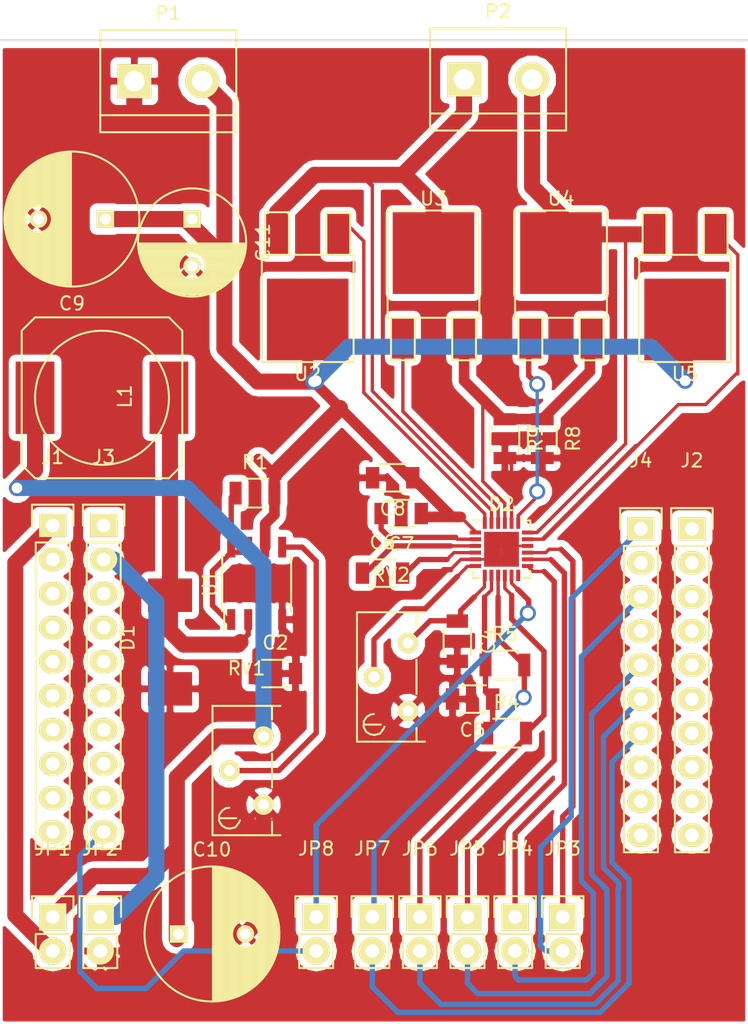
<source format=kicad_pcb>
(kicad_pcb (version 4) (host pcbnew 4.0.0-rc2-1-stable)

  (general
    (links 86)
    (no_connects 12)
    (area 80.442999 52.756999 137.235001 126.821001)
    (thickness 1.6)
    (drawings 11)
    (tracks 324)
    (zones 0)
    (modules 38)
    (nets 61)
  )

  (page A4)
  (layers
    (0 F.Cu signal)
    (31 B.Cu signal hide)
    (32 B.Adhes user)
    (33 F.Adhes user)
    (34 B.Paste user)
    (35 F.Paste user)
    (36 B.SilkS user)
    (37 F.SilkS user)
    (38 B.Mask user)
    (39 F.Mask user)
    (40 Dwgs.User user)
    (41 Cmts.User user)
    (42 Eco1.User user hide)
    (43 Eco2.User user hide)
    (44 Edge.Cuts user hide)
    (45 Margin user hide)
    (46 B.CrtYd user hide)
    (47 F.CrtYd user hide)
    (48 B.Fab user hide)
    (49 F.Fab user hide)
  )

  (setup
    (last_trace_width 1.2)
    (user_trace_width 0.25)
    (user_trace_width 0.4)
    (user_trace_width 0.8)
    (user_trace_width 1.2)
    (trace_clearance 0.2)
    (zone_clearance 0.508)
    (zone_45_only no)
    (trace_min 0.2)
    (segment_width 0.2)
    (edge_width 0.15)
    (via_size 1.2)
    (via_drill 0.8)
    (via_min_size 1.2)
    (via_min_drill 0.8)
    (user_via 1.2 0.8)
    (uvia_size 0.3)
    (uvia_drill 0.1)
    (uvias_allowed no)
    (uvia_min_size 0.2)
    (uvia_min_drill 0.1)
    (pcb_text_width 0.3)
    (pcb_text_size 1.5 1.5)
    (mod_edge_width 0.15)
    (mod_text_size 1 1)
    (mod_text_width 0.15)
    (pad_size 1.524 1.524)
    (pad_drill 0.762)
    (pad_to_mask_clearance 0.2)
    (aux_axis_origin 0 0)
    (visible_elements FFFFFF7F)
    (pcbplotparams
      (layerselection 0x00030_80000001)
      (usegerberextensions false)
      (excludeedgelayer true)
      (linewidth 0.100000)
      (plotframeref false)
      (viasonmask false)
      (mode 1)
      (useauxorigin false)
      (hpglpennumber 1)
      (hpglpenspeed 20)
      (hpglpendiameter 15)
      (hpglpenoverlay 2)
      (psnegative false)
      (psa4output false)
      (plotreference true)
      (plotvalue true)
      (plotinvisibletext false)
      (padsonsilk false)
      (subtractmaskfromsilk false)
      (outputformat 1)
      (mirror false)
      (drillshape 1)
      (scaleselection 1)
      (outputdirectory ""))
  )

  (net 0 "")
  (net 1 VM)
  (net 2 GND)
  (net 3 "Net-(C2-Pad1)")
  (net 4 +3V3)
  (net 5 "Net-(C4-Pad1)")
  (net 6 "Net-(C5-Pad1)")
  (net 7 "Net-(C6-Pad1)")
  (net 8 "Net-(C6-Pad2)")
  (net 9 "Net-(C7-Pad2)")
  (net 10 "Net-(D1-Pad1)")
  (net 11 "Net-(D2-Pad6)")
  (net 12 "Net-(D2-Pad12)")
  (net 13 "Net-(D2-Pad17)")
  (net 14 "Net-(D2-Pad18)")
  (net 15 "Net-(D2-Pad19)")
  (net 16 "Net-(D2-Pad21)")
  (net 17 "Net-(D2-Pad22)")
  (net 18 "Net-(D2-Pad23)")
  (net 19 "Net-(D2-Pad24)")
  (net 20 "Net-(J1-Pad2)")
  (net 21 "Net-(J1-Pad3)")
  (net 22 "Net-(J1-Pad4)")
  (net 23 "Net-(J1-Pad6)")
  (net 24 "Net-(J1-Pad7)")
  (net 25 "Net-(J1-Pad8)")
  (net 26 "Net-(J1-Pad9)")
  (net 27 "Net-(J1-Pad10)")
  (net 28 "Net-(J2-Pad1)")
  (net 29 "Net-(J2-Pad2)")
  (net 30 "Net-(J2-Pad3)")
  (net 31 "Net-(J2-Pad4)")
  (net 32 "Net-(J2-Pad5)")
  (net 33 "Net-(J2-Pad6)")
  (net 34 "Net-(J2-Pad7)")
  (net 35 "Net-(J2-Pad8)")
  (net 36 "Net-(J2-Pad9)")
  (net 37 "Net-(J2-Pad10)")
  (net 38 +5V)
  (net 39 "Net-(J3-Pad4)")
  (net 40 "Net-(J3-Pad5)")
  (net 41 "Net-(J3-Pad6)")
  (net 42 "Net-(J3-Pad7)")
  (net 43 "Net-(J3-Pad8)")
  (net 44 "Net-(J3-Pad9)")
  (net 45 "Net-(J4-Pad4)")
  (net 46 "Net-(J4-Pad8)")
  (net 47 "Net-(J4-Pad9)")
  (net 48 "Net-(J4-Pad10)")
  (net 49 "Net-(R1-Pad1)")
  (net 50 "Net-(RV1-Pad2)")
  (net 51 /A1)
  (net 52 "Net-(J1-Pad5)")
  (net 53 "Net-(J3-Pad3)")
  (net 54 /P36)
  (net 55 /P35)
  (net 56 /P34)
  (net 57 /P40)
  (net 58 /P38)
  (net 59 "Net-(J4-Pad2)")
  (net 60 GNDA)

  (net_class Default "This is the default net class."
    (clearance 0.2)
    (trace_width 0.25)
    (via_dia 1.2)
    (via_drill 0.8)
    (uvia_dia 0.3)
    (uvia_drill 0.1)
    (add_net +3V3)
    (add_net +5V)
    (add_net /A1)
    (add_net /P34)
    (add_net /P35)
    (add_net /P36)
    (add_net /P38)
    (add_net /P40)
    (add_net GND)
    (add_net GNDA)
    (add_net "Net-(C2-Pad1)")
    (add_net "Net-(C4-Pad1)")
    (add_net "Net-(C5-Pad1)")
    (add_net "Net-(C6-Pad1)")
    (add_net "Net-(C6-Pad2)")
    (add_net "Net-(C7-Pad2)")
    (add_net "Net-(D1-Pad1)")
    (add_net "Net-(D2-Pad12)")
    (add_net "Net-(D2-Pad17)")
    (add_net "Net-(D2-Pad18)")
    (add_net "Net-(D2-Pad19)")
    (add_net "Net-(D2-Pad21)")
    (add_net "Net-(D2-Pad22)")
    (add_net "Net-(D2-Pad23)")
    (add_net "Net-(D2-Pad24)")
    (add_net "Net-(D2-Pad6)")
    (add_net "Net-(J1-Pad10)")
    (add_net "Net-(J1-Pad2)")
    (add_net "Net-(J1-Pad3)")
    (add_net "Net-(J1-Pad4)")
    (add_net "Net-(J1-Pad5)")
    (add_net "Net-(J1-Pad6)")
    (add_net "Net-(J1-Pad7)")
    (add_net "Net-(J1-Pad8)")
    (add_net "Net-(J1-Pad9)")
    (add_net "Net-(J2-Pad1)")
    (add_net "Net-(J2-Pad10)")
    (add_net "Net-(J2-Pad2)")
    (add_net "Net-(J2-Pad3)")
    (add_net "Net-(J2-Pad4)")
    (add_net "Net-(J2-Pad5)")
    (add_net "Net-(J2-Pad6)")
    (add_net "Net-(J2-Pad7)")
    (add_net "Net-(J2-Pad8)")
    (add_net "Net-(J2-Pad9)")
    (add_net "Net-(J3-Pad3)")
    (add_net "Net-(J3-Pad4)")
    (add_net "Net-(J3-Pad5)")
    (add_net "Net-(J3-Pad6)")
    (add_net "Net-(J3-Pad7)")
    (add_net "Net-(J3-Pad8)")
    (add_net "Net-(J3-Pad9)")
    (add_net "Net-(J4-Pad10)")
    (add_net "Net-(J4-Pad2)")
    (add_net "Net-(J4-Pad4)")
    (add_net "Net-(J4-Pad8)")
    (add_net "Net-(J4-Pad9)")
    (add_net "Net-(R1-Pad1)")
    (add_net "Net-(RV1-Pad2)")
    (add_net VM)
  )

  (net_class PPAD ""
    (clearance 0.2)
    (trace_width 0.2)
    (via_dia 1.2)
    (via_drill 0.8)
    (uvia_dia 0.3)
    (uvia_drill 0.1)
  )

  (module Capacitors_SMD:C_1206 (layer F.Cu) (tedit 5415D7BD) (tstamp 56C60933)
    (at 101.473 100.203)
    (descr "Capacitor SMD 1206, reflow soldering, AVX (see smccp.pdf)")
    (tags "capacitor 1206")
    (path /56C54547)
    (attr smd)
    (fp_text reference C2 (at 0 -2.3) (layer F.SilkS)
      (effects (font (size 1 1) (thickness 0.15)))
    )
    (fp_text value C (at 0 2.3) (layer F.Fab)
      (effects (font (size 1 1) (thickness 0.15)))
    )
    (fp_line (start -2.3 -1.15) (end 2.3 -1.15) (layer F.CrtYd) (width 0.05))
    (fp_line (start -2.3 1.15) (end 2.3 1.15) (layer F.CrtYd) (width 0.05))
    (fp_line (start -2.3 -1.15) (end -2.3 1.15) (layer F.CrtYd) (width 0.05))
    (fp_line (start 2.3 -1.15) (end 2.3 1.15) (layer F.CrtYd) (width 0.05))
    (fp_line (start 1 -1.025) (end -1 -1.025) (layer F.SilkS) (width 0.15))
    (fp_line (start -1 1.025) (end 1 1.025) (layer F.SilkS) (width 0.15))
    (pad 1 smd rect (at -1.5 0) (size 1 1.6) (layers F.Cu F.Paste F.Mask)
      (net 3 "Net-(C2-Pad1)"))
    (pad 2 smd rect (at 1.5 0) (size 1 1.6) (layers F.Cu F.Paste F.Mask)
      (net 2 GND))
    (model Capacitors_SMD.3dshapes/C_1206.wrl
      (at (xyz 0 0 0))
      (scale (xyz 1 1 1))
      (rotate (xyz 0 0 0))
    )
  )

  (module Capacitors_SMD:C_1206 (layer F.Cu) (tedit 5415D7BD) (tstamp 56C6093F)
    (at 115.062 97.79 270)
    (descr "Capacitor SMD 1206, reflow soldering, AVX (see smccp.pdf)")
    (tags "capacitor 1206")
    (path /56C42EC6)
    (attr smd)
    (fp_text reference C4 (at 0 -2.3 270) (layer F.SilkS)
      (effects (font (size 1 1) (thickness 0.15)))
    )
    (fp_text value 1uF (at 0 2.3 270) (layer F.Fab)
      (effects (font (size 1 1) (thickness 0.15)))
    )
    (fp_line (start -2.3 -1.15) (end 2.3 -1.15) (layer F.CrtYd) (width 0.05))
    (fp_line (start -2.3 1.15) (end 2.3 1.15) (layer F.CrtYd) (width 0.05))
    (fp_line (start -2.3 -1.15) (end -2.3 1.15) (layer F.CrtYd) (width 0.05))
    (fp_line (start 2.3 -1.15) (end 2.3 1.15) (layer F.CrtYd) (width 0.05))
    (fp_line (start 1 -1.025) (end -1 -1.025) (layer F.SilkS) (width 0.15))
    (fp_line (start -1 1.025) (end 1 1.025) (layer F.SilkS) (width 0.15))
    (pad 1 smd rect (at -1.5 0 270) (size 1 1.6) (layers F.Cu F.Paste F.Mask)
      (net 5 "Net-(C4-Pad1)"))
    (pad 2 smd rect (at 1.5 0 270) (size 1 1.6) (layers F.Cu F.Paste F.Mask)
      (net 2 GND))
    (model Capacitors_SMD.3dshapes/C_1206.wrl
      (at (xyz 0 0 0))
      (scale (xyz 1 1 1))
      (rotate (xyz 0 0 0))
    )
  )

  (module Capacitors_SMD:C_1206 (layer F.Cu) (tedit 5415D7BD) (tstamp 56C60945)
    (at 116.205 102.108 180)
    (descr "Capacitor SMD 1206, reflow soldering, AVX (see smccp.pdf)")
    (tags "capacitor 1206")
    (path /56C42F5B)
    (attr smd)
    (fp_text reference C5 (at 0 -2.3 180) (layer F.SilkS)
      (effects (font (size 1 1) (thickness 0.15)))
    )
    (fp_text value 1uF (at 0 2.3 180) (layer F.Fab)
      (effects (font (size 1 1) (thickness 0.15)))
    )
    (fp_line (start -2.3 -1.15) (end 2.3 -1.15) (layer F.CrtYd) (width 0.05))
    (fp_line (start -2.3 1.15) (end 2.3 1.15) (layer F.CrtYd) (width 0.05))
    (fp_line (start -2.3 -1.15) (end -2.3 1.15) (layer F.CrtYd) (width 0.05))
    (fp_line (start 2.3 -1.15) (end 2.3 1.15) (layer F.CrtYd) (width 0.05))
    (fp_line (start 1 -1.025) (end -1 -1.025) (layer F.SilkS) (width 0.15))
    (fp_line (start -1 1.025) (end 1 1.025) (layer F.SilkS) (width 0.15))
    (pad 1 smd rect (at -1.5 0 180) (size 1 1.6) (layers F.Cu F.Paste F.Mask)
      (net 6 "Net-(C5-Pad1)"))
    (pad 2 smd rect (at 1.5 0 180) (size 1 1.6) (layers F.Cu F.Paste F.Mask)
      (net 2 GND))
    (model Capacitors_SMD.3dshapes/C_1206.wrl
      (at (xyz 0 0 0))
      (scale (xyz 1 1 1))
      (rotate (xyz 0 0 0))
    )
  )

  (module Capacitors_SMD:C_1206 (layer F.Cu) (tedit 5415D7BD) (tstamp 56C6094B)
    (at 109.474 92.71)
    (descr "Capacitor SMD 1206, reflow soldering, AVX (see smccp.pdf)")
    (tags "capacitor 1206")
    (path /56C42B60)
    (attr smd)
    (fp_text reference C6 (at 0 -2.3) (layer F.SilkS)
      (effects (font (size 1 1) (thickness 0.15)))
    )
    (fp_text value C (at 0 2.3) (layer F.Fab)
      (effects (font (size 1 1) (thickness 0.15)))
    )
    (fp_line (start -2.3 -1.15) (end 2.3 -1.15) (layer F.CrtYd) (width 0.05))
    (fp_line (start -2.3 1.15) (end 2.3 1.15) (layer F.CrtYd) (width 0.05))
    (fp_line (start -2.3 -1.15) (end -2.3 1.15) (layer F.CrtYd) (width 0.05))
    (fp_line (start 2.3 -1.15) (end 2.3 1.15) (layer F.CrtYd) (width 0.05))
    (fp_line (start 1 -1.025) (end -1 -1.025) (layer F.SilkS) (width 0.15))
    (fp_line (start -1 1.025) (end 1 1.025) (layer F.SilkS) (width 0.15))
    (pad 1 smd rect (at -1.5 0) (size 1 1.6) (layers F.Cu F.Paste F.Mask)
      (net 7 "Net-(C6-Pad1)"))
    (pad 2 smd rect (at 1.5 0) (size 1 1.6) (layers F.Cu F.Paste F.Mask)
      (net 8 "Net-(C6-Pad2)"))
    (model Capacitors_SMD.3dshapes/C_1206.wrl
      (at (xyz 0 0 0))
      (scale (xyz 1 1 1))
      (rotate (xyz 0 0 0))
    )
  )

  (module Capacitors_SMD:C_1206 (layer F.Cu) (tedit 5415D7BD) (tstamp 56C60951)
    (at 110.871 88.265 180)
    (descr "Capacitor SMD 1206, reflow soldering, AVX (see smccp.pdf)")
    (tags "capacitor 1206")
    (path /56C42806)
    (attr smd)
    (fp_text reference C7 (at 0 -2.3 180) (layer F.SilkS)
      (effects (font (size 1 1) (thickness 0.15)))
    )
    (fp_text value 1uF (at 0 2.3 180) (layer F.Fab)
      (effects (font (size 1 1) (thickness 0.15)))
    )
    (fp_line (start -2.3 -1.15) (end 2.3 -1.15) (layer F.CrtYd) (width 0.05))
    (fp_line (start -2.3 1.15) (end 2.3 1.15) (layer F.CrtYd) (width 0.05))
    (fp_line (start -2.3 -1.15) (end -2.3 1.15) (layer F.CrtYd) (width 0.05))
    (fp_line (start 2.3 -1.15) (end 2.3 1.15) (layer F.CrtYd) (width 0.05))
    (fp_line (start 1 -1.025) (end -1 -1.025) (layer F.SilkS) (width 0.15))
    (fp_line (start -1 1.025) (end 1 1.025) (layer F.SilkS) (width 0.15))
    (pad 1 smd rect (at -1.5 0 180) (size 1 1.6) (layers F.Cu F.Paste F.Mask)
      (net 1 VM))
    (pad 2 smd rect (at 1.5 0 180) (size 1 1.6) (layers F.Cu F.Paste F.Mask)
      (net 9 "Net-(C7-Pad2)"))
    (model Capacitors_SMD.3dshapes/C_1206.wrl
      (at (xyz 0 0 0))
      (scale (xyz 1 1 1))
      (rotate (xyz 0 0 0))
    )
  )

  (module Capacitors_SMD:C_1206 (layer F.Cu) (tedit 5415D7BD) (tstamp 56C60957)
    (at 110.236 85.598 180)
    (descr "Capacitor SMD 1206, reflow soldering, AVX (see smccp.pdf)")
    (tags "capacitor 1206")
    (path /56C42885)
    (attr smd)
    (fp_text reference C8 (at 0 -2.3 180) (layer F.SilkS)
      (effects (font (size 1 1) (thickness 0.15)))
    )
    (fp_text value 0.1uF (at 0 2.3 180) (layer F.Fab)
      (effects (font (size 1 1) (thickness 0.15)))
    )
    (fp_line (start -2.3 -1.15) (end 2.3 -1.15) (layer F.CrtYd) (width 0.05))
    (fp_line (start -2.3 1.15) (end 2.3 1.15) (layer F.CrtYd) (width 0.05))
    (fp_line (start -2.3 -1.15) (end -2.3 1.15) (layer F.CrtYd) (width 0.05))
    (fp_line (start 2.3 -1.15) (end 2.3 1.15) (layer F.CrtYd) (width 0.05))
    (fp_line (start 1 -1.025) (end -1 -1.025) (layer F.SilkS) (width 0.15))
    (fp_line (start -1 1.025) (end 1 1.025) (layer F.SilkS) (width 0.15))
    (pad 1 smd rect (at -1.5 0 180) (size 1 1.6) (layers F.Cu F.Paste F.Mask)
      (net 1 VM))
    (pad 2 smd rect (at 1.5 0 180) (size 1 1.6) (layers F.Cu F.Paste F.Mask)
      (net 2 GND))
    (model Capacitors_SMD.3dshapes/C_1206.wrl
      (at (xyz 0 0 0))
      (scale (xyz 1 1 1))
      (rotate (xyz 0 0 0))
    )
  )

  (module Diodes_SMD:9.40x3.30 (layer F.Cu) (tedit 56C606EE) (tstamp 56C6095D)
    (at 93.599 97.536 90)
    (path /56C54C6E)
    (fp_text reference D1 (at 0 -3.175 90) (layer F.SilkS)
      (effects (font (size 1 1) (thickness 0.15)))
    )
    (fp_text value D_Schottky (at 0 3.175 90) (layer F.Fab)
      (effects (font (size 1 1) (thickness 0.15)))
    )
    (pad 1 smd rect (at 3.175 0 90) (size 2.5 3.3) (layers F.Cu F.Paste F.Mask)
      (net 10 "Net-(D1-Pad1)"))
    (pad 2 smd rect (at -3.81 0 90) (size 2.5 3.3) (layers F.Cu F.Paste F.Mask)
      (net 2 GND))
  )

  (module Housings_DFN_QFN:QFN-24-1EP_4x4mm_Pitch0.5mm (layer F.Cu) (tedit 54130A77) (tstamp 56C6097D)
    (at 118.364 90.932)
    (descr "24-Lead Plastic Quad Flat, No Lead Package (MJ) - 4x4x0.9 mm Body [QFN]; (see Microchip Packaging Specification 00000049BS.pdf)")
    (tags "QFN 0.5")
    (path /56C42641)
    (attr smd)
    (fp_text reference D2 (at 0 -3.375) (layer F.SilkS)
      (effects (font (size 1 1) (thickness 0.15)))
    )
    (fp_text value DRV_8701 (at 0 3.375) (layer F.Fab)
      (effects (font (size 1 1) (thickness 0.15)))
    )
    (fp_line (start -2.65 -2.65) (end -2.65 2.65) (layer F.CrtYd) (width 0.05))
    (fp_line (start 2.65 -2.65) (end 2.65 2.65) (layer F.CrtYd) (width 0.05))
    (fp_line (start -2.65 -2.65) (end 2.65 -2.65) (layer F.CrtYd) (width 0.05))
    (fp_line (start -2.65 2.65) (end 2.65 2.65) (layer F.CrtYd) (width 0.05))
    (fp_line (start 2.15 -2.15) (end 2.15 -1.625) (layer F.SilkS) (width 0.15))
    (fp_line (start -2.15 2.15) (end -2.15 1.625) (layer F.SilkS) (width 0.15))
    (fp_line (start 2.15 2.15) (end 2.15 1.625) (layer F.SilkS) (width 0.15))
    (fp_line (start -2.15 -2.15) (end -1.625 -2.15) (layer F.SilkS) (width 0.15))
    (fp_line (start -2.15 2.15) (end -1.625 2.15) (layer F.SilkS) (width 0.15))
    (fp_line (start 2.15 2.15) (end 1.625 2.15) (layer F.SilkS) (width 0.15))
    (fp_line (start 2.15 -2.15) (end 1.625 -2.15) (layer F.SilkS) (width 0.15))
    (pad 1 smd rect (at -1.95 -1.25) (size 0.85 0.3) (layers F.Cu F.Paste F.Mask)
      (net 1 VM))
    (pad 2 smd rect (at -1.95 -0.75) (size 0.85 0.3) (layers F.Cu F.Paste F.Mask)
      (net 9 "Net-(C7-Pad2)"))
    (pad 3 smd rect (at -1.95 -0.25) (size 0.85 0.3) (layers F.Cu F.Paste F.Mask)
      (net 7 "Net-(C6-Pad1)"))
    (pad 4 smd rect (at -1.95 0.25) (size 0.85 0.3) (layers F.Cu F.Paste F.Mask)
      (net 8 "Net-(C6-Pad2)"))
    (pad 5 smd rect (at -1.95 0.75) (size 0.85 0.3) (layers F.Cu F.Paste F.Mask)
      (net 2 GND))
    (pad 6 smd rect (at -1.95 1.25) (size 0.85 0.3) (layers F.Cu F.Paste F.Mask)
      (net 11 "Net-(D2-Pad6)"))
    (pad 7 smd rect (at -1.25 1.95 90) (size 0.85 0.3) (layers F.Cu F.Paste F.Mask)
      (net 5 "Net-(C4-Pad1)"))
    (pad 8 smd rect (at -0.75 1.95 90) (size 0.85 0.3) (layers F.Cu F.Paste F.Mask)
      (net 6 "Net-(C5-Pad1)"))
    (pad 9 smd rect (at -0.25 1.95 90) (size 0.85 0.3) (layers F.Cu F.Paste F.Mask)
      (net 56 /P34))
    (pad 10 smd rect (at 0.25 1.95 90) (size 0.85 0.3) (layers F.Cu F.Paste F.Mask)
      (net 55 /P35))
    (pad 11 smd rect (at 0.75 1.95 90) (size 0.85 0.3) (layers F.Cu F.Paste F.Mask)
      (net 51 /A1))
    (pad 12 smd rect (at 1.25 1.95 90) (size 0.85 0.3) (layers F.Cu F.Paste F.Mask)
      (net 12 "Net-(D2-Pad12)"))
    (pad 13 smd rect (at 1.95 1.25) (size 0.85 0.3) (layers F.Cu F.Paste F.Mask)
      (net 54 /P36))
    (pad 14 smd rect (at 1.95 0.75) (size 0.85 0.3) (layers F.Cu F.Paste F.Mask)
      (net 58 /P38))
    (pad 15 smd rect (at 1.95 0.25) (size 0.85 0.3) (layers F.Cu F.Paste F.Mask)
      (net 57 /P40))
    (pad 16 smd rect (at 1.95 -0.25) (size 0.85 0.3) (layers F.Cu F.Paste F.Mask)
      (net 2 GND))
    (pad 17 smd rect (at 1.95 -0.75) (size 0.85 0.3) (layers F.Cu F.Paste F.Mask)
      (net 13 "Net-(D2-Pad17)"))
    (pad 18 smd rect (at 1.95 -1.25) (size 0.85 0.3) (layers F.Cu F.Paste F.Mask)
      (net 14 "Net-(D2-Pad18)"))
    (pad 19 smd rect (at 1.25 -1.95 90) (size 0.85 0.3) (layers F.Cu F.Paste F.Mask)
      (net 15 "Net-(D2-Pad19)"))
    (pad 20 smd rect (at 0.75 -1.95 90) (size 0.85 0.3) (layers F.Cu F.Paste F.Mask)
      (net 2 GND))
    (pad 21 smd rect (at 0.25 -1.95 90) (size 0.85 0.3) (layers F.Cu F.Paste F.Mask)
      (net 16 "Net-(D2-Pad21)"))
    (pad 22 smd rect (at -0.25 -1.95 90) (size 0.85 0.3) (layers F.Cu F.Paste F.Mask)
      (net 17 "Net-(D2-Pad22)"))
    (pad 23 smd rect (at -0.75 -1.95 90) (size 0.85 0.3) (layers F.Cu F.Paste F.Mask)
      (net 18 "Net-(D2-Pad23)"))
    (pad 24 smd rect (at -1.25 -1.95 90) (size 0.85 0.3) (layers F.Cu F.Paste F.Mask)
      (net 19 "Net-(D2-Pad24)"))
    (pad 25 smd rect (at 0.65 0.65) (size 1.3 1.3) (layers F.Cu F.Paste F.Mask)
      (net 2 GND) (solder_paste_margin_ratio -0.2))
    (pad 25 smd rect (at 0.65 -0.65) (size 1.3 1.3) (layers F.Cu F.Paste F.Mask)
      (net 2 GND) (solder_paste_margin_ratio -0.2))
    (pad 25 smd rect (at -0.65 0.65) (size 1.3 1.3) (layers F.Cu F.Paste F.Mask)
      (net 2 GND) (solder_paste_margin_ratio -0.2))
    (pad 25 smd rect (at -0.65 -0.65) (size 1.3 1.3) (layers F.Cu F.Paste F.Mask)
      (net 2 GND) (solder_paste_margin_ratio -0.2))
    (model Housings_DFN_QFN.3dshapes/QFN-24-1EP_4x4mm_Pitch0.5mm.wrl
      (at (xyz 0 0 0))
      (scale (xyz 1 1 1))
      (rotate (xyz 0 0 0))
    )
  )

  (module Pin_Headers:Pin_Header_Straight_1x10 (layer F.Cu) (tedit 0) (tstamp 56C6098B)
    (at 84.836 89.154)
    (descr "Through hole pin header")
    (tags "pin header")
    (path /56C597C3)
    (fp_text reference J1 (at 0 -5.1) (layer F.SilkS)
      (effects (font (size 1 1) (thickness 0.15)))
    )
    (fp_text value CONN_01X10 (at 0 -3.1) (layer F.Fab)
      (effects (font (size 1 1) (thickness 0.15)))
    )
    (fp_line (start -1.75 -1.75) (end -1.75 24.65) (layer F.CrtYd) (width 0.05))
    (fp_line (start 1.75 -1.75) (end 1.75 24.65) (layer F.CrtYd) (width 0.05))
    (fp_line (start -1.75 -1.75) (end 1.75 -1.75) (layer F.CrtYd) (width 0.05))
    (fp_line (start -1.75 24.65) (end 1.75 24.65) (layer F.CrtYd) (width 0.05))
    (fp_line (start 1.27 1.27) (end 1.27 24.13) (layer F.SilkS) (width 0.15))
    (fp_line (start 1.27 24.13) (end -1.27 24.13) (layer F.SilkS) (width 0.15))
    (fp_line (start -1.27 24.13) (end -1.27 1.27) (layer F.SilkS) (width 0.15))
    (fp_line (start 1.55 -1.55) (end 1.55 0) (layer F.SilkS) (width 0.15))
    (fp_line (start 1.27 1.27) (end -1.27 1.27) (layer F.SilkS) (width 0.15))
    (fp_line (start -1.55 0) (end -1.55 -1.55) (layer F.SilkS) (width 0.15))
    (fp_line (start -1.55 -1.55) (end 1.55 -1.55) (layer F.SilkS) (width 0.15))
    (pad 1 thru_hole rect (at 0 0) (size 2.032 1.7272) (drill 1.016) (layers *.Cu *.Mask F.SilkS)
      (net 4 +3V3))
    (pad 2 thru_hole oval (at 0 2.54) (size 2.032 1.7272) (drill 1.016) (layers *.Cu *.Mask F.SilkS)
      (net 20 "Net-(J1-Pad2)"))
    (pad 3 thru_hole oval (at 0 5.08) (size 2.032 1.7272) (drill 1.016) (layers *.Cu *.Mask F.SilkS)
      (net 21 "Net-(J1-Pad3)"))
    (pad 4 thru_hole oval (at 0 7.62) (size 2.032 1.7272) (drill 1.016) (layers *.Cu *.Mask F.SilkS)
      (net 22 "Net-(J1-Pad4)"))
    (pad 5 thru_hole oval (at 0 10.16) (size 2.032 1.7272) (drill 1.016) (layers *.Cu *.Mask F.SilkS)
      (net 52 "Net-(J1-Pad5)"))
    (pad 6 thru_hole oval (at 0 12.7) (size 2.032 1.7272) (drill 1.016) (layers *.Cu *.Mask F.SilkS)
      (net 23 "Net-(J1-Pad6)"))
    (pad 7 thru_hole oval (at 0 15.24) (size 2.032 1.7272) (drill 1.016) (layers *.Cu *.Mask F.SilkS)
      (net 24 "Net-(J1-Pad7)"))
    (pad 8 thru_hole oval (at 0 17.78) (size 2.032 1.7272) (drill 1.016) (layers *.Cu *.Mask F.SilkS)
      (net 25 "Net-(J1-Pad8)"))
    (pad 9 thru_hole oval (at 0 20.32) (size 2.032 1.7272) (drill 1.016) (layers *.Cu *.Mask F.SilkS)
      (net 26 "Net-(J1-Pad9)"))
    (pad 10 thru_hole oval (at 0 22.86) (size 2.032 1.7272) (drill 1.016) (layers *.Cu *.Mask F.SilkS)
      (net 27 "Net-(J1-Pad10)"))
    (model Pin_Headers.3dshapes/Pin_Header_Straight_1x10.wrl
      (at (xyz 0 -0.45 0))
      (scale (xyz 1 1 1))
      (rotate (xyz 0 0 90))
    )
  )

  (module Pin_Headers:Pin_Header_Straight_1x10 (layer F.Cu) (tedit 0) (tstamp 56C60999)
    (at 132.588 89.408)
    (descr "Through hole pin header")
    (tags "pin header")
    (path /56C598EC)
    (fp_text reference J2 (at 0 -5.1) (layer F.SilkS)
      (effects (font (size 1 1) (thickness 0.15)))
    )
    (fp_text value CONN_01X10 (at 0 -3.1) (layer F.Fab)
      (effects (font (size 1 1) (thickness 0.15)))
    )
    (fp_line (start -1.75 -1.75) (end -1.75 24.65) (layer F.CrtYd) (width 0.05))
    (fp_line (start 1.75 -1.75) (end 1.75 24.65) (layer F.CrtYd) (width 0.05))
    (fp_line (start -1.75 -1.75) (end 1.75 -1.75) (layer F.CrtYd) (width 0.05))
    (fp_line (start -1.75 24.65) (end 1.75 24.65) (layer F.CrtYd) (width 0.05))
    (fp_line (start 1.27 1.27) (end 1.27 24.13) (layer F.SilkS) (width 0.15))
    (fp_line (start 1.27 24.13) (end -1.27 24.13) (layer F.SilkS) (width 0.15))
    (fp_line (start -1.27 24.13) (end -1.27 1.27) (layer F.SilkS) (width 0.15))
    (fp_line (start 1.55 -1.55) (end 1.55 0) (layer F.SilkS) (width 0.15))
    (fp_line (start 1.27 1.27) (end -1.27 1.27) (layer F.SilkS) (width 0.15))
    (fp_line (start -1.55 0) (end -1.55 -1.55) (layer F.SilkS) (width 0.15))
    (fp_line (start -1.55 -1.55) (end 1.55 -1.55) (layer F.SilkS) (width 0.15))
    (pad 1 thru_hole rect (at 0 0) (size 2.032 1.7272) (drill 1.016) (layers *.Cu *.Mask F.SilkS)
      (net 28 "Net-(J2-Pad1)"))
    (pad 2 thru_hole oval (at 0 2.54) (size 2.032 1.7272) (drill 1.016) (layers *.Cu *.Mask F.SilkS)
      (net 29 "Net-(J2-Pad2)"))
    (pad 3 thru_hole oval (at 0 5.08) (size 2.032 1.7272) (drill 1.016) (layers *.Cu *.Mask F.SilkS)
      (net 30 "Net-(J2-Pad3)"))
    (pad 4 thru_hole oval (at 0 7.62) (size 2.032 1.7272) (drill 1.016) (layers *.Cu *.Mask F.SilkS)
      (net 31 "Net-(J2-Pad4)"))
    (pad 5 thru_hole oval (at 0 10.16) (size 2.032 1.7272) (drill 1.016) (layers *.Cu *.Mask F.SilkS)
      (net 32 "Net-(J2-Pad5)"))
    (pad 6 thru_hole oval (at 0 12.7) (size 2.032 1.7272) (drill 1.016) (layers *.Cu *.Mask F.SilkS)
      (net 33 "Net-(J2-Pad6)"))
    (pad 7 thru_hole oval (at 0 15.24) (size 2.032 1.7272) (drill 1.016) (layers *.Cu *.Mask F.SilkS)
      (net 34 "Net-(J2-Pad7)"))
    (pad 8 thru_hole oval (at 0 17.78) (size 2.032 1.7272) (drill 1.016) (layers *.Cu *.Mask F.SilkS)
      (net 35 "Net-(J2-Pad8)"))
    (pad 9 thru_hole oval (at 0 20.32) (size 2.032 1.7272) (drill 1.016) (layers *.Cu *.Mask F.SilkS)
      (net 36 "Net-(J2-Pad9)"))
    (pad 10 thru_hole oval (at 0 22.86) (size 2.032 1.7272) (drill 1.016) (layers *.Cu *.Mask F.SilkS)
      (net 37 "Net-(J2-Pad10)"))
    (model Pin_Headers.3dshapes/Pin_Header_Straight_1x10.wrl
      (at (xyz 0 -0.45 0))
      (scale (xyz 1 1 1))
      (rotate (xyz 0 0 90))
    )
  )

  (module Pin_Headers:Pin_Header_Straight_1x10 (layer F.Cu) (tedit 0) (tstamp 56C609A7)
    (at 88.646 89.154)
    (descr "Through hole pin header")
    (tags "pin header")
    (path /56C59656)
    (fp_text reference J3 (at 0 -5.1) (layer F.SilkS)
      (effects (font (size 1 1) (thickness 0.15)))
    )
    (fp_text value CONN_01X10 (at 0 -3.1) (layer F.Fab)
      (effects (font (size 1 1) (thickness 0.15)))
    )
    (fp_line (start -1.75 -1.75) (end -1.75 24.65) (layer F.CrtYd) (width 0.05))
    (fp_line (start 1.75 -1.75) (end 1.75 24.65) (layer F.CrtYd) (width 0.05))
    (fp_line (start -1.75 -1.75) (end 1.75 -1.75) (layer F.CrtYd) (width 0.05))
    (fp_line (start -1.75 24.65) (end 1.75 24.65) (layer F.CrtYd) (width 0.05))
    (fp_line (start 1.27 1.27) (end 1.27 24.13) (layer F.SilkS) (width 0.15))
    (fp_line (start 1.27 24.13) (end -1.27 24.13) (layer F.SilkS) (width 0.15))
    (fp_line (start -1.27 24.13) (end -1.27 1.27) (layer F.SilkS) (width 0.15))
    (fp_line (start 1.55 -1.55) (end 1.55 0) (layer F.SilkS) (width 0.15))
    (fp_line (start 1.27 1.27) (end -1.27 1.27) (layer F.SilkS) (width 0.15))
    (fp_line (start -1.55 0) (end -1.55 -1.55) (layer F.SilkS) (width 0.15))
    (fp_line (start -1.55 -1.55) (end 1.55 -1.55) (layer F.SilkS) (width 0.15))
    (pad 1 thru_hole rect (at 0 0) (size 2.032 1.7272) (drill 1.016) (layers *.Cu *.Mask F.SilkS)
      (net 38 +5V))
    (pad 2 thru_hole oval (at 0 2.54) (size 2.032 1.7272) (drill 1.016) (layers *.Cu *.Mask F.SilkS)
      (net 60 GNDA))
    (pad 3 thru_hole oval (at 0 5.08) (size 2.032 1.7272) (drill 1.016) (layers *.Cu *.Mask F.SilkS)
      (net 53 "Net-(J3-Pad3)"))
    (pad 4 thru_hole oval (at 0 7.62) (size 2.032 1.7272) (drill 1.016) (layers *.Cu *.Mask F.SilkS)
      (net 39 "Net-(J3-Pad4)"))
    (pad 5 thru_hole oval (at 0 10.16) (size 2.032 1.7272) (drill 1.016) (layers *.Cu *.Mask F.SilkS)
      (net 40 "Net-(J3-Pad5)"))
    (pad 6 thru_hole oval (at 0 12.7) (size 2.032 1.7272) (drill 1.016) (layers *.Cu *.Mask F.SilkS)
      (net 41 "Net-(J3-Pad6)"))
    (pad 7 thru_hole oval (at 0 15.24) (size 2.032 1.7272) (drill 1.016) (layers *.Cu *.Mask F.SilkS)
      (net 42 "Net-(J3-Pad7)"))
    (pad 8 thru_hole oval (at 0 17.78) (size 2.032 1.7272) (drill 1.016) (layers *.Cu *.Mask F.SilkS)
      (net 43 "Net-(J3-Pad8)"))
    (pad 9 thru_hole oval (at 0 20.32) (size 2.032 1.7272) (drill 1.016) (layers *.Cu *.Mask F.SilkS)
      (net 44 "Net-(J3-Pad9)"))
    (pad 10 thru_hole oval (at 0 22.86) (size 2.032 1.7272) (drill 1.016) (layers *.Cu *.Mask F.SilkS)
      (net 51 /A1))
    (model Pin_Headers.3dshapes/Pin_Header_Straight_1x10.wrl
      (at (xyz 0 -0.45 0))
      (scale (xyz 1 1 1))
      (rotate (xyz 0 0 90))
    )
  )

  (module Pin_Headers:Pin_Header_Straight_1x10 (layer F.Cu) (tedit 0) (tstamp 56C609B5)
    (at 128.778 89.408)
    (descr "Through hole pin header")
    (tags "pin header")
    (path /56C59856)
    (fp_text reference J4 (at 0 -5.1) (layer F.SilkS)
      (effects (font (size 1 1) (thickness 0.15)))
    )
    (fp_text value CONN_01X10 (at 0 -3.1) (layer F.Fab)
      (effects (font (size 1 1) (thickness 0.15)))
    )
    (fp_line (start -1.75 -1.75) (end -1.75 24.65) (layer F.CrtYd) (width 0.05))
    (fp_line (start 1.75 -1.75) (end 1.75 24.65) (layer F.CrtYd) (width 0.05))
    (fp_line (start -1.75 -1.75) (end 1.75 -1.75) (layer F.CrtYd) (width 0.05))
    (fp_line (start -1.75 24.65) (end 1.75 24.65) (layer F.CrtYd) (width 0.05))
    (fp_line (start 1.27 1.27) (end 1.27 24.13) (layer F.SilkS) (width 0.15))
    (fp_line (start 1.27 24.13) (end -1.27 24.13) (layer F.SilkS) (width 0.15))
    (fp_line (start -1.27 24.13) (end -1.27 1.27) (layer F.SilkS) (width 0.15))
    (fp_line (start 1.55 -1.55) (end 1.55 0) (layer F.SilkS) (width 0.15))
    (fp_line (start 1.27 1.27) (end -1.27 1.27) (layer F.SilkS) (width 0.15))
    (fp_line (start -1.55 0) (end -1.55 -1.55) (layer F.SilkS) (width 0.15))
    (fp_line (start -1.55 -1.55) (end 1.55 -1.55) (layer F.SilkS) (width 0.15))
    (pad 1 thru_hole rect (at 0 0) (size 2.032 1.7272) (drill 1.016) (layers *.Cu *.Mask F.SilkS)
      (net 57 /P40))
    (pad 2 thru_hole oval (at 0 2.54) (size 2.032 1.7272) (drill 1.016) (layers *.Cu *.Mask F.SilkS)
      (net 59 "Net-(J4-Pad2)"))
    (pad 3 thru_hole oval (at 0 5.08) (size 2.032 1.7272) (drill 1.016) (layers *.Cu *.Mask F.SilkS)
      (net 58 /P38))
    (pad 4 thru_hole oval (at 0 7.62) (size 2.032 1.7272) (drill 1.016) (layers *.Cu *.Mask F.SilkS)
      (net 45 "Net-(J4-Pad4)"))
    (pad 5 thru_hole oval (at 0 10.16) (size 2.032 1.7272) (drill 1.016) (layers *.Cu *.Mask F.SilkS)
      (net 54 /P36))
    (pad 6 thru_hole oval (at 0 12.7) (size 2.032 1.7272) (drill 1.016) (layers *.Cu *.Mask F.SilkS)
      (net 55 /P35))
    (pad 7 thru_hole oval (at 0 15.24) (size 2.032 1.7272) (drill 1.016) (layers *.Cu *.Mask F.SilkS)
      (net 56 /P34))
    (pad 8 thru_hole oval (at 0 17.78) (size 2.032 1.7272) (drill 1.016) (layers *.Cu *.Mask F.SilkS)
      (net 46 "Net-(J4-Pad8)"))
    (pad 9 thru_hole oval (at 0 20.32) (size 2.032 1.7272) (drill 1.016) (layers *.Cu *.Mask F.SilkS)
      (net 47 "Net-(J4-Pad9)"))
    (pad 10 thru_hole oval (at 0 22.86) (size 2.032 1.7272) (drill 1.016) (layers *.Cu *.Mask F.SilkS)
      (net 48 "Net-(J4-Pad10)"))
    (model Pin_Headers.3dshapes/Pin_Header_Straight_1x10.wrl
      (at (xyz 0 -0.45 0))
      (scale (xyz 1 1 1))
      (rotate (xyz 0 0 90))
    )
  )

  (module Inductors:SELF-WE-PD-XXL (layer F.Cu) (tedit 0) (tstamp 56C609BB)
    (at 88.519 79.629 180)
    (descr "SELF- WE-PD-XXL")
    (path /56C54D93)
    (attr smd)
    (fp_text reference L1 (at -1.69926 0.09906 270) (layer F.SilkS)
      (effects (font (size 1 1) (thickness 0.15)))
    )
    (fp_text value L_Small (at 1.80086 0 270) (layer F.Fab)
      (effects (font (size 1 1) (thickness 0.15)))
    )
    (fp_circle (center 0 0) (end 0 -5.00126) (layer F.SilkS) (width 0.15))
    (fp_line (start -5.99948 0) (end -5.99948 -5.00126) (layer F.SilkS) (width 0.15))
    (fp_line (start -5.99948 -5.00126) (end -5.00126 -5.99948) (layer F.SilkS) (width 0.15))
    (fp_line (start -5.00126 -5.99948) (end 5.00126 -5.99948) (layer F.SilkS) (width 0.15))
    (fp_line (start 5.00126 -5.99948) (end 5.99948 -5.00126) (layer F.SilkS) (width 0.15))
    (fp_line (start 5.99948 -5.00126) (end 5.99948 5.00126) (layer F.SilkS) (width 0.15))
    (fp_line (start 5.99948 5.00126) (end 5.00126 5.99948) (layer F.SilkS) (width 0.15))
    (fp_line (start 5.00126 5.99948) (end -5.00126 5.99948) (layer F.SilkS) (width 0.15))
    (fp_line (start -5.00126 5.99948) (end -5.99948 5.00126) (layer F.SilkS) (width 0.15))
    (fp_line (start -5.99948 5.00126) (end -5.99948 0) (layer F.SilkS) (width 0.15))
    (fp_text user "" (at 0 0 180) (layer F.SilkS)
      (effects (font (size 1 1) (thickness 0.15)))
    )
    (fp_text user "" (at 0 0 180) (layer F.SilkS)
      (effects (font (size 1 1) (thickness 0.15)))
    )
    (pad 1 smd rect (at -5.00126 0 180) (size 2.90068 5.40004) (layers F.Cu F.Paste F.Mask)
      (net 10 "Net-(D1-Pad1)"))
    (pad 2 smd rect (at 5.00126 0 180) (size 2.90068 5.40004) (layers F.Cu F.Paste F.Mask)
      (net 4 +3V3))
    (model Inductors.3dshapes/SELF-WE-PD-XXL.wrl
      (at (xyz 0 0 0))
      (scale (xyz 1 1 1))
      (rotate (xyz 0 0 0))
    )
  )

  (module Resistors_SMD:R_1206 (layer F.Cu) (tedit 5415CFA7) (tstamp 56C609CD)
    (at 99.949 86.741)
    (descr "Resistor SMD 1206, reflow soldering, Vishay (see dcrcw.pdf)")
    (tags "resistor 1206")
    (path /56C54076)
    (attr smd)
    (fp_text reference R1 (at 0 -2.3) (layer F.SilkS)
      (effects (font (size 1 1) (thickness 0.15)))
    )
    (fp_text value R (at 0 2.3) (layer F.Fab)
      (effects (font (size 1 1) (thickness 0.15)))
    )
    (fp_line (start -2.2 -1.2) (end 2.2 -1.2) (layer F.CrtYd) (width 0.05))
    (fp_line (start -2.2 1.2) (end 2.2 1.2) (layer F.CrtYd) (width 0.05))
    (fp_line (start -2.2 -1.2) (end -2.2 1.2) (layer F.CrtYd) (width 0.05))
    (fp_line (start 2.2 -1.2) (end 2.2 1.2) (layer F.CrtYd) (width 0.05))
    (fp_line (start 1 1.075) (end -1 1.075) (layer F.SilkS) (width 0.15))
    (fp_line (start -1 -1.075) (end 1 -1.075) (layer F.SilkS) (width 0.15))
    (pad 1 smd rect (at -1.45 0) (size 0.9 1.7) (layers F.Cu F.Paste F.Mask)
      (net 49 "Net-(R1-Pad1)"))
    (pad 2 smd rect (at 1.45 0) (size 0.9 1.7) (layers F.Cu F.Paste F.Mask)
      (net 1 VM))
    (model Resistors_SMD.3dshapes/R_1206.wrl
      (at (xyz 0 0 0))
      (scale (xyz 1 1 1))
      (rotate (xyz 0 0 0))
    )
  )

  (module Resistors_SMD:R_1206 (layer F.Cu) (tedit 5415CFA7) (tstamp 56C609D3)
    (at 118.745 104.648)
    (descr "Resistor SMD 1206, reflow soldering, Vishay (see dcrcw.pdf)")
    (tags "resistor 1206")
    (path /56C42E50)
    (attr smd)
    (fp_text reference R4 (at 0 -2.3) (layer F.SilkS)
      (effects (font (size 1 1) (thickness 0.15)))
    )
    (fp_text value 10k (at 0 2.3) (layer F.Fab)
      (effects (font (size 1 1) (thickness 0.15)))
    )
    (fp_line (start -2.2 -1.2) (end 2.2 -1.2) (layer F.CrtYd) (width 0.05))
    (fp_line (start -2.2 1.2) (end 2.2 1.2) (layer F.CrtYd) (width 0.05))
    (fp_line (start -2.2 -1.2) (end -2.2 1.2) (layer F.CrtYd) (width 0.05))
    (fp_line (start 2.2 -1.2) (end 2.2 1.2) (layer F.CrtYd) (width 0.05))
    (fp_line (start 1 1.075) (end -1 1.075) (layer F.SilkS) (width 0.15))
    (fp_line (start -1 -1.075) (end 1 -1.075) (layer F.SilkS) (width 0.15))
    (pad 1 smd rect (at -1.45 0) (size 0.9 1.7) (layers F.Cu F.Paste F.Mask)
      (net 6 "Net-(C5-Pad1)"))
    (pad 2 smd rect (at 1.45 0) (size 0.9 1.7) (layers F.Cu F.Paste F.Mask)
      (net 55 /P35))
    (model Resistors_SMD.3dshapes/R_1206.wrl
      (at (xyz 0 0 0))
      (scale (xyz 1 1 1))
      (rotate (xyz 0 0 0))
    )
  )

  (module Resistors_SMD:R_1206 (layer F.Cu) (tedit 5415CFA7) (tstamp 56C609D9)
    (at 118.618 99.568)
    (descr "Resistor SMD 1206, reflow soldering, Vishay (see dcrcw.pdf)")
    (tags "resistor 1206")
    (path /56C42D77)
    (attr smd)
    (fp_text reference R5 (at 0 -2.3) (layer F.SilkS)
      (effects (font (size 1 1) (thickness 0.15)))
    )
    (fp_text value 10k (at 0 2.3) (layer F.Fab)
      (effects (font (size 1 1) (thickness 0.15)))
    )
    (fp_line (start -2.2 -1.2) (end 2.2 -1.2) (layer F.CrtYd) (width 0.05))
    (fp_line (start -2.2 1.2) (end 2.2 1.2) (layer F.CrtYd) (width 0.05))
    (fp_line (start -2.2 -1.2) (end -2.2 1.2) (layer F.CrtYd) (width 0.05))
    (fp_line (start 2.2 -1.2) (end 2.2 1.2) (layer F.CrtYd) (width 0.05))
    (fp_line (start 1 1.075) (end -1 1.075) (layer F.SilkS) (width 0.15))
    (fp_line (start -1 -1.075) (end 1 -1.075) (layer F.SilkS) (width 0.15))
    (pad 1 smd rect (at -1.45 0) (size 0.9 1.7) (layers F.Cu F.Paste F.Mask)
      (net 6 "Net-(C5-Pad1)"))
    (pad 2 smd rect (at 1.45 0) (size 0.9 1.7) (layers F.Cu F.Paste F.Mask)
      (net 56 /P34))
    (model Resistors_SMD.3dshapes/R_1206.wrl
      (at (xyz 0 0 0))
      (scale (xyz 1 1 1))
      (rotate (xyz 0 0 0))
    )
  )

  (module Resistors_SMD:R_1206 (layer F.Cu) (tedit 5415CFA7) (tstamp 56C609DF)
    (at 121.412 82.677 270)
    (descr "Resistor SMD 1206, reflow soldering, Vishay (see dcrcw.pdf)")
    (tags "resistor 1206")
    (path /56C42E7B)
    (attr smd)
    (fp_text reference R8 (at 0 -2.3 270) (layer F.SilkS)
      (effects (font (size 1 1) (thickness 0.15)))
    )
    (fp_text value 0.1 (at 0 2.3 270) (layer F.Fab)
      (effects (font (size 1 1) (thickness 0.15)))
    )
    (fp_line (start -2.2 -1.2) (end 2.2 -1.2) (layer F.CrtYd) (width 0.05))
    (fp_line (start -2.2 1.2) (end 2.2 1.2) (layer F.CrtYd) (width 0.05))
    (fp_line (start -2.2 -1.2) (end -2.2 1.2) (layer F.CrtYd) (width 0.05))
    (fp_line (start 2.2 -1.2) (end 2.2 1.2) (layer F.CrtYd) (width 0.05))
    (fp_line (start 1 1.075) (end -1 1.075) (layer F.SilkS) (width 0.15))
    (fp_line (start -1 -1.075) (end 1 -1.075) (layer F.SilkS) (width 0.15))
    (pad 1 smd rect (at -1.45 0 270) (size 0.9 1.7) (layers F.Cu F.Paste F.Mask)
      (net 16 "Net-(D2-Pad21)"))
    (pad 2 smd rect (at 1.45 0 270) (size 0.9 1.7) (layers F.Cu F.Paste F.Mask)
      (net 2 GND))
    (model Resistors_SMD.3dshapes/R_1206.wrl
      (at (xyz 0 0 0))
      (scale (xyz 1 1 1))
      (rotate (xyz 0 0 0))
    )
  )

  (module Resistors_SMD:R_1206 (layer F.Cu) (tedit 5415CFA7) (tstamp 56C609E5)
    (at 118.618 82.677 270)
    (descr "Resistor SMD 1206, reflow soldering, Vishay (see dcrcw.pdf)")
    (tags "resistor 1206")
    (path /56C4DEB5)
    (attr smd)
    (fp_text reference R9 (at 0 -2.3 270) (layer F.SilkS)
      (effects (font (size 1 1) (thickness 0.15)))
    )
    (fp_text value 0.1 (at 0 2.3 270) (layer F.Fab)
      (effects (font (size 1 1) (thickness 0.15)))
    )
    (fp_line (start -2.2 -1.2) (end 2.2 -1.2) (layer F.CrtYd) (width 0.05))
    (fp_line (start -2.2 1.2) (end 2.2 1.2) (layer F.CrtYd) (width 0.05))
    (fp_line (start -2.2 -1.2) (end -2.2 1.2) (layer F.CrtYd) (width 0.05))
    (fp_line (start 2.2 -1.2) (end 2.2 1.2) (layer F.CrtYd) (width 0.05))
    (fp_line (start 1 1.075) (end -1 1.075) (layer F.SilkS) (width 0.15))
    (fp_line (start -1 -1.075) (end 1 -1.075) (layer F.SilkS) (width 0.15))
    (pad 1 smd rect (at -1.45 0 270) (size 0.9 1.7) (layers F.Cu F.Paste F.Mask)
      (net 16 "Net-(D2-Pad21)"))
    (pad 2 smd rect (at 1.45 0 270) (size 0.9 1.7) (layers F.Cu F.Paste F.Mask)
      (net 2 GND))
    (model Resistors_SMD.3dshapes/R_1206.wrl
      (at (xyz 0 0 0))
      (scale (xyz 1 1 1))
      (rotate (xyz 0 0 0))
    )
  )

  (module Potentiometers:Potentiometer_Bourns_3296Y_3-8Zoll_Angular_ScrewUp (layer F.Cu) (tedit 54130BC5) (tstamp 56C609EC)
    (at 100.584 109.982)
    (descr "3296, 3/8, Square, Trimpot, Trimming, Potentiometer, Bourns")
    (tags "3296, 3/8, Square, Trimpot, Trimming, Potentiometer, Bourns")
    (path /56C69029)
    (fp_text reference RV1 (at -1.27 -10.16) (layer F.SilkS)
      (effects (font (size 1 1) (thickness 0.15)))
    )
    (fp_text value POT (at 0 5.08) (layer F.Fab)
      (effects (font (size 1 1) (thickness 0.15)))
    )
    (fp_line (start 0.635 1.27) (end 0.635 2.286) (layer F.SilkS) (width 0.15))
    (fp_line (start 0.635 -3.81) (end 0.635 -1.27) (layer F.SilkS) (width 0.15))
    (fp_line (start 0.635 -7.366) (end 0.635 -6.35) (layer F.SilkS) (width 0.15))
    (fp_line (start -3.302 1.016) (end -2.032 1.016) (layer F.SilkS) (width 0.15))
    (fp_line (start -2.5527 0.2286) (end -2.8067 0.2667) (layer F.SilkS) (width 0.15))
    (fp_line (start -2.8067 0.2667) (end -3.0861 0.4445) (layer F.SilkS) (width 0.15))
    (fp_line (start -3.0861 0.4445) (end -3.302 0.762) (layer F.SilkS) (width 0.15))
    (fp_line (start -3.302 0.762) (end -3.3147 1.2065) (layer F.SilkS) (width 0.15))
    (fp_line (start -3.3147 1.2065) (end -3.1115 1.5621) (layer F.SilkS) (width 0.15))
    (fp_line (start -3.1115 1.5621) (end -2.8194 1.7399) (layer F.SilkS) (width 0.15))
    (fp_line (start -2.8194 1.7399) (end -2.5019 1.7907) (layer F.SilkS) (width 0.15))
    (fp_line (start -2.5019 1.7907) (end -2.0955 1.6891) (layer F.SilkS) (width 0.15))
    (fp_line (start -2.0955 1.6891) (end -1.8415 1.3462) (layer F.SilkS) (width 0.15))
    (fp_line (start -1.8415 1.3462) (end -1.7526 1.1684) (layer F.SilkS) (width 0.15))
    (fp_line (start -2.54 2.286) (end -3.81 2.286) (layer F.SilkS) (width 0.15))
    (fp_line (start -3.81 2.286) (end -3.81 -7.366) (layer F.SilkS) (width 0.15))
    (fp_line (start -3.81 -7.366) (end 1.27 -7.366) (layer F.SilkS) (width 0.15))
    (fp_line (start 1.27 2.286) (end -1.27 2.286) (layer F.SilkS) (width 0.15))
    (fp_line (start -1.27 2.286) (end -2.54 2.286) (layer F.SilkS) (width 0.15))
    (pad 2 thru_hole circle (at -2.54 -2.54) (size 1.524 1.524) (drill 0.8128) (layers *.Cu *.Mask F.SilkS)
      (net 50 "Net-(RV1-Pad2)"))
    (pad 3 thru_hole circle (at 0 -5.08) (size 1.524 1.524) (drill 0.8128) (layers *.Cu *.Mask F.SilkS)
      (net 4 +3V3))
    (pad 1 thru_hole circle (at 0 0) (size 1.524 1.524) (drill 0.8128) (layers *.Cu *.Mask F.SilkS)
      (net 2 GND))
    (model Potentiometers.3dshapes/Potentiometer_Bourns_3296Y_3-8Zoll_Angular_ScrewUp.wrl
      (at (xyz 0 0 0))
      (scale (xyz 1 1 1))
      (rotate (xyz 0 0 0))
    )
  )

  (module Potentiometers:Potentiometer_Bourns_3296Y_3-8Zoll_Angular_ScrewUp (layer F.Cu) (tedit 54130BC5) (tstamp 56C609F3)
    (at 111.379 102.997)
    (descr "3296, 3/8, Square, Trimpot, Trimming, Potentiometer, Bourns")
    (tags "3296, 3/8, Square, Trimpot, Trimming, Potentiometer, Bourns")
    (path /56C69C98)
    (fp_text reference RV2 (at -1.27 -10.16) (layer F.SilkS)
      (effects (font (size 1 1) (thickness 0.15)))
    )
    (fp_text value POT (at 0 5.08) (layer F.Fab)
      (effects (font (size 1 1) (thickness 0.15)))
    )
    (fp_line (start 0.635 1.27) (end 0.635 2.286) (layer F.SilkS) (width 0.15))
    (fp_line (start 0.635 -3.81) (end 0.635 -1.27) (layer F.SilkS) (width 0.15))
    (fp_line (start 0.635 -7.366) (end 0.635 -6.35) (layer F.SilkS) (width 0.15))
    (fp_line (start -3.302 1.016) (end -2.032 1.016) (layer F.SilkS) (width 0.15))
    (fp_line (start -2.5527 0.2286) (end -2.8067 0.2667) (layer F.SilkS) (width 0.15))
    (fp_line (start -2.8067 0.2667) (end -3.0861 0.4445) (layer F.SilkS) (width 0.15))
    (fp_line (start -3.0861 0.4445) (end -3.302 0.762) (layer F.SilkS) (width 0.15))
    (fp_line (start -3.302 0.762) (end -3.3147 1.2065) (layer F.SilkS) (width 0.15))
    (fp_line (start -3.3147 1.2065) (end -3.1115 1.5621) (layer F.SilkS) (width 0.15))
    (fp_line (start -3.1115 1.5621) (end -2.8194 1.7399) (layer F.SilkS) (width 0.15))
    (fp_line (start -2.8194 1.7399) (end -2.5019 1.7907) (layer F.SilkS) (width 0.15))
    (fp_line (start -2.5019 1.7907) (end -2.0955 1.6891) (layer F.SilkS) (width 0.15))
    (fp_line (start -2.0955 1.6891) (end -1.8415 1.3462) (layer F.SilkS) (width 0.15))
    (fp_line (start -1.8415 1.3462) (end -1.7526 1.1684) (layer F.SilkS) (width 0.15))
    (fp_line (start -2.54 2.286) (end -3.81 2.286) (layer F.SilkS) (width 0.15))
    (fp_line (start -3.81 2.286) (end -3.81 -7.366) (layer F.SilkS) (width 0.15))
    (fp_line (start -3.81 -7.366) (end 1.27 -7.366) (layer F.SilkS) (width 0.15))
    (fp_line (start 1.27 2.286) (end -1.27 2.286) (layer F.SilkS) (width 0.15))
    (fp_line (start -1.27 2.286) (end -2.54 2.286) (layer F.SilkS) (width 0.15))
    (pad 2 thru_hole circle (at -2.54 -2.54) (size 1.524 1.524) (drill 0.8128) (layers *.Cu *.Mask F.SilkS)
      (net 11 "Net-(D2-Pad6)"))
    (pad 3 thru_hole circle (at 0 -5.08) (size 1.524 1.524) (drill 0.8128) (layers *.Cu *.Mask F.SilkS)
      (net 5 "Net-(C4-Pad1)"))
    (pad 1 thru_hole circle (at 0 0) (size 1.524 1.524) (drill 0.8128) (layers *.Cu *.Mask F.SilkS)
      (net 2 GND))
    (model Potentiometers.3dshapes/Potentiometer_Bourns_3296Y_3-8Zoll_Angular_ScrewUp.wrl
      (at (xyz 0 0 0))
      (scale (xyz 1 1 1))
      (rotate (xyz 0 0 0))
    )
  )

  (module Housings_SOIC:SOIC-8_3.9x4.9mm_Pitch1.27mm (layer F.Cu) (tedit 54130A77) (tstamp 56C60A1B)
    (at 100.076 93.472 90)
    (descr "8-Lead Plastic Small Outline (SN) - Narrow, 3.90 mm Body [SOIC] (see Microchip Packaging Specification 00000049BS.pdf)")
    (tags "SOIC 1.27")
    (path /56C51FE9)
    (attr smd)
    (fp_text reference U1 (at 0 -3.5 90) (layer F.SilkS)
      (effects (font (size 1 1) (thickness 0.15)))
    )
    (fp_text value MC34063A (at 0 3.5 90) (layer F.Fab)
      (effects (font (size 1 1) (thickness 0.15)))
    )
    (fp_line (start -3.75 -2.75) (end -3.75 2.75) (layer F.CrtYd) (width 0.05))
    (fp_line (start 3.75 -2.75) (end 3.75 2.75) (layer F.CrtYd) (width 0.05))
    (fp_line (start -3.75 -2.75) (end 3.75 -2.75) (layer F.CrtYd) (width 0.05))
    (fp_line (start -3.75 2.75) (end 3.75 2.75) (layer F.CrtYd) (width 0.05))
    (fp_line (start -2.075 -2.575) (end -2.075 -2.43) (layer F.SilkS) (width 0.15))
    (fp_line (start 2.075 -2.575) (end 2.075 -2.43) (layer F.SilkS) (width 0.15))
    (fp_line (start 2.075 2.575) (end 2.075 2.43) (layer F.SilkS) (width 0.15))
    (fp_line (start -2.075 2.575) (end -2.075 2.43) (layer F.SilkS) (width 0.15))
    (fp_line (start -2.075 -2.575) (end 2.075 -2.575) (layer F.SilkS) (width 0.15))
    (fp_line (start -2.075 2.575) (end 2.075 2.575) (layer F.SilkS) (width 0.15))
    (fp_line (start -2.075 -2.43) (end -3.475 -2.43) (layer F.SilkS) (width 0.15))
    (pad 1 smd rect (at -2.7 -1.905 90) (size 1.55 0.6) (layers F.Cu F.Paste F.Mask)
      (net 49 "Net-(R1-Pad1)"))
    (pad 2 smd rect (at -2.7 -0.635 90) (size 1.55 0.6) (layers F.Cu F.Paste F.Mask)
      (net 10 "Net-(D1-Pad1)"))
    (pad 3 smd rect (at -2.7 0.635 90) (size 1.55 0.6) (layers F.Cu F.Paste F.Mask)
      (net 3 "Net-(C2-Pad1)"))
    (pad 4 smd rect (at -2.7 1.905 90) (size 1.55 0.6) (layers F.Cu F.Paste F.Mask)
      (net 2 GND))
    (pad 5 smd rect (at 2.7 1.905 90) (size 1.55 0.6) (layers F.Cu F.Paste F.Mask)
      (net 50 "Net-(RV1-Pad2)"))
    (pad 6 smd rect (at 2.7 0.635 90) (size 1.55 0.6) (layers F.Cu F.Paste F.Mask)
      (net 1 VM))
    (pad 7 smd rect (at 2.7 -0.635 90) (size 1.55 0.6) (layers F.Cu F.Paste F.Mask)
      (net 49 "Net-(R1-Pad1)"))
    (pad 8 smd rect (at 2.7 -1.905 90) (size 1.55 0.6) (layers F.Cu F.Paste F.Mask)
      (net 49 "Net-(R1-Pad1)"))
    (model Housings_SOIC.3dshapes/SOIC-8_3.9x4.9mm_Pitch1.27mm.wrl
      (at (xyz 0 0 0))
      (scale (xyz 1 1 1))
      (rotate (xyz 0 0 0))
    )
  )

  (module Connect:bornier2 (layer F.Cu) (tedit 0) (tstamp 56C856FF)
    (at 93.472 56.007)
    (descr "Bornier d'alimentation 2 pins")
    (tags DEV)
    (path /56C61639)
    (fp_text reference P1 (at 0 -5.08) (layer F.SilkS)
      (effects (font (size 1 1) (thickness 0.15)))
    )
    (fp_text value CONN_01X02 (at 0 5.08) (layer F.Fab)
      (effects (font (size 1 1) (thickness 0.15)))
    )
    (fp_line (start 5.08 2.54) (end -5.08 2.54) (layer F.SilkS) (width 0.15))
    (fp_line (start 5.08 3.81) (end 5.08 -3.81) (layer F.SilkS) (width 0.15))
    (fp_line (start 5.08 -3.81) (end -5.08 -3.81) (layer F.SilkS) (width 0.15))
    (fp_line (start -5.08 -3.81) (end -5.08 3.81) (layer F.SilkS) (width 0.15))
    (fp_line (start -5.08 3.81) (end 5.08 3.81) (layer F.SilkS) (width 0.15))
    (pad 1 thru_hole rect (at -2.54 0) (size 2.54 2.54) (drill 1.524) (layers *.Cu *.Mask F.SilkS)
      (net 2 GND))
    (pad 2 thru_hole circle (at 2.54 0) (size 2.54 2.54) (drill 1.524) (layers *.Cu *.Mask F.SilkS)
      (net 1 VM))
    (model Connect.3dshapes/bornier2.wrl
      (at (xyz 0 0 0))
      (scale (xyz 1 1 1))
      (rotate (xyz 0 0 0))
    )
  )

  (module Connect:bornier2 (layer F.Cu) (tedit 0) (tstamp 56C85704)
    (at 118.11 55.88)
    (descr "Bornier d'alimentation 2 pins")
    (tags DEV)
    (path /56C66EED)
    (fp_text reference P2 (at 0 -5.08) (layer F.SilkS)
      (effects (font (size 1 1) (thickness 0.15)))
    )
    (fp_text value CONN_01X02 (at 0 5.08) (layer F.Fab)
      (effects (font (size 1 1) (thickness 0.15)))
    )
    (fp_line (start 5.08 2.54) (end -5.08 2.54) (layer F.SilkS) (width 0.15))
    (fp_line (start 5.08 3.81) (end 5.08 -3.81) (layer F.SilkS) (width 0.15))
    (fp_line (start 5.08 -3.81) (end -5.08 -3.81) (layer F.SilkS) (width 0.15))
    (fp_line (start -5.08 -3.81) (end -5.08 3.81) (layer F.SilkS) (width 0.15))
    (fp_line (start -5.08 3.81) (end 5.08 3.81) (layer F.SilkS) (width 0.15))
    (pad 1 thru_hole rect (at -2.54 0) (size 2.54 2.54) (drill 1.524) (layers *.Cu *.Mask F.SilkS)
      (net 18 "Net-(D2-Pad23)"))
    (pad 2 thru_hole circle (at 2.54 0) (size 2.54 2.54) (drill 1.524) (layers *.Cu *.Mask F.SilkS)
      (net 14 "Net-(D2-Pad18)"))
    (model Connect.3dshapes/bornier2.wrl
      (at (xyz 0 0 0))
      (scale (xyz 1 1 1))
      (rotate (xyz 0 0 0))
    )
  )

  (module Pin_Headers:Pin_Header_Straight_1x02 (layer F.Cu) (tedit 54EA090C) (tstamp 56C86A82)
    (at 84.836 118.364)
    (descr "Through hole pin header")
    (tags "pin header")
    (path /56C86B26)
    (fp_text reference JP1 (at 0 -5.1) (layer F.SilkS)
      (effects (font (size 1 1) (thickness 0.15)))
    )
    (fp_text value JUMPER (at 0 -3.1) (layer F.Fab)
      (effects (font (size 1 1) (thickness 0.15)))
    )
    (fp_line (start 1.27 1.27) (end 1.27 3.81) (layer F.SilkS) (width 0.15))
    (fp_line (start 1.55 -1.55) (end 1.55 0) (layer F.SilkS) (width 0.15))
    (fp_line (start -1.75 -1.75) (end -1.75 4.3) (layer F.CrtYd) (width 0.05))
    (fp_line (start 1.75 -1.75) (end 1.75 4.3) (layer F.CrtYd) (width 0.05))
    (fp_line (start -1.75 -1.75) (end 1.75 -1.75) (layer F.CrtYd) (width 0.05))
    (fp_line (start -1.75 4.3) (end 1.75 4.3) (layer F.CrtYd) (width 0.05))
    (fp_line (start 1.27 1.27) (end -1.27 1.27) (layer F.SilkS) (width 0.15))
    (fp_line (start -1.55 0) (end -1.55 -1.55) (layer F.SilkS) (width 0.15))
    (fp_line (start -1.55 -1.55) (end 1.55 -1.55) (layer F.SilkS) (width 0.15))
    (fp_line (start -1.27 1.27) (end -1.27 3.81) (layer F.SilkS) (width 0.15))
    (fp_line (start -1.27 3.81) (end 1.27 3.81) (layer F.SilkS) (width 0.15))
    (pad 1 thru_hole rect (at 0 0) (size 2.032 2.032) (drill 1.016) (layers *.Cu *.Mask F.SilkS)
      (net 4 +3V3))
    (pad 2 thru_hole oval (at 0 2.54) (size 2.032 2.032) (drill 1.016) (layers *.Cu *.Mask F.SilkS)
      (net 4 +3V3))
    (model Pin_Headers.3dshapes/Pin_Header_Straight_1x02.wrl
      (at (xyz 0 -0.05 0))
      (scale (xyz 1 1 1))
      (rotate (xyz 0 0 90))
    )
  )

  (module Pin_Headers:Pin_Header_Straight_1x02 (layer F.Cu) (tedit 54EA090C) (tstamp 56C86A88)
    (at 88.392 118.364)
    (descr "Through hole pin header")
    (tags "pin header")
    (path /56C86BFE)
    (fp_text reference JP2 (at 0 -5.1) (layer F.SilkS)
      (effects (font (size 1 1) (thickness 0.15)))
    )
    (fp_text value JUMPER (at 0 -3.1) (layer F.Fab)
      (effects (font (size 1 1) (thickness 0.15)))
    )
    (fp_line (start 1.27 1.27) (end 1.27 3.81) (layer F.SilkS) (width 0.15))
    (fp_line (start 1.55 -1.55) (end 1.55 0) (layer F.SilkS) (width 0.15))
    (fp_line (start -1.75 -1.75) (end -1.75 4.3) (layer F.CrtYd) (width 0.05))
    (fp_line (start 1.75 -1.75) (end 1.75 4.3) (layer F.CrtYd) (width 0.05))
    (fp_line (start -1.75 -1.75) (end 1.75 -1.75) (layer F.CrtYd) (width 0.05))
    (fp_line (start -1.75 4.3) (end 1.75 4.3) (layer F.CrtYd) (width 0.05))
    (fp_line (start 1.27 1.27) (end -1.27 1.27) (layer F.SilkS) (width 0.15))
    (fp_line (start -1.55 0) (end -1.55 -1.55) (layer F.SilkS) (width 0.15))
    (fp_line (start -1.55 -1.55) (end 1.55 -1.55) (layer F.SilkS) (width 0.15))
    (fp_line (start -1.27 1.27) (end -1.27 3.81) (layer F.SilkS) (width 0.15))
    (fp_line (start -1.27 3.81) (end 1.27 3.81) (layer F.SilkS) (width 0.15))
    (pad 1 thru_hole rect (at 0 0) (size 2.032 2.032) (drill 1.016) (layers *.Cu *.Mask F.SilkS)
      (net 60 GNDA))
    (pad 2 thru_hole oval (at 0 2.54) (size 2.032 2.032) (drill 1.016) (layers *.Cu *.Mask F.SilkS)
      (net 2 GND))
    (model Pin_Headers.3dshapes/Pin_Header_Straight_1x02.wrl
      (at (xyz 0 -0.05 0))
      (scale (xyz 1 1 1))
      (rotate (xyz 0 0 90))
    )
  )

  (module Pin_Headers:Pin_Header_Straight_1x02 (layer F.Cu) (tedit 54EA090C) (tstamp 56C86A8E)
    (at 122.936 118.364)
    (descr "Through hole pin header")
    (tags "pin header")
    (path /56C88D4D)
    (fp_text reference JP3 (at 0 -5.1) (layer F.SilkS)
      (effects (font (size 1 1) (thickness 0.15)))
    )
    (fp_text value JUMPER (at 0 -3.1) (layer F.Fab)
      (effects (font (size 1 1) (thickness 0.15)))
    )
    (fp_line (start 1.27 1.27) (end 1.27 3.81) (layer F.SilkS) (width 0.15))
    (fp_line (start 1.55 -1.55) (end 1.55 0) (layer F.SilkS) (width 0.15))
    (fp_line (start -1.75 -1.75) (end -1.75 4.3) (layer F.CrtYd) (width 0.05))
    (fp_line (start 1.75 -1.75) (end 1.75 4.3) (layer F.CrtYd) (width 0.05))
    (fp_line (start -1.75 -1.75) (end 1.75 -1.75) (layer F.CrtYd) (width 0.05))
    (fp_line (start -1.75 4.3) (end 1.75 4.3) (layer F.CrtYd) (width 0.05))
    (fp_line (start 1.27 1.27) (end -1.27 1.27) (layer F.SilkS) (width 0.15))
    (fp_line (start -1.55 0) (end -1.55 -1.55) (layer F.SilkS) (width 0.15))
    (fp_line (start -1.55 -1.55) (end 1.55 -1.55) (layer F.SilkS) (width 0.15))
    (fp_line (start -1.27 1.27) (end -1.27 3.81) (layer F.SilkS) (width 0.15))
    (fp_line (start -1.27 3.81) (end 1.27 3.81) (layer F.SilkS) (width 0.15))
    (pad 1 thru_hole rect (at 0 0) (size 2.032 2.032) (drill 1.016) (layers *.Cu *.Mask F.SilkS)
      (net 57 /P40))
    (pad 2 thru_hole oval (at 0 2.54) (size 2.032 2.032) (drill 1.016) (layers *.Cu *.Mask F.SilkS)
      (net 57 /P40))
    (model Pin_Headers.3dshapes/Pin_Header_Straight_1x02.wrl
      (at (xyz 0 -0.05 0))
      (scale (xyz 1 1 1))
      (rotate (xyz 0 0 90))
    )
  )

  (module Pin_Headers:Pin_Header_Straight_1x02 (layer F.Cu) (tedit 54EA090C) (tstamp 56C86A94)
    (at 119.38 118.364)
    (descr "Through hole pin header")
    (tags "pin header")
    (path /56C88D53)
    (fp_text reference JP4 (at 0 -5.1) (layer F.SilkS)
      (effects (font (size 1 1) (thickness 0.15)))
    )
    (fp_text value JUMPER (at 0 -3.1) (layer F.Fab)
      (effects (font (size 1 1) (thickness 0.15)))
    )
    (fp_line (start 1.27 1.27) (end 1.27 3.81) (layer F.SilkS) (width 0.15))
    (fp_line (start 1.55 -1.55) (end 1.55 0) (layer F.SilkS) (width 0.15))
    (fp_line (start -1.75 -1.75) (end -1.75 4.3) (layer F.CrtYd) (width 0.05))
    (fp_line (start 1.75 -1.75) (end 1.75 4.3) (layer F.CrtYd) (width 0.05))
    (fp_line (start -1.75 -1.75) (end 1.75 -1.75) (layer F.CrtYd) (width 0.05))
    (fp_line (start -1.75 4.3) (end 1.75 4.3) (layer F.CrtYd) (width 0.05))
    (fp_line (start 1.27 1.27) (end -1.27 1.27) (layer F.SilkS) (width 0.15))
    (fp_line (start -1.55 0) (end -1.55 -1.55) (layer F.SilkS) (width 0.15))
    (fp_line (start -1.55 -1.55) (end 1.55 -1.55) (layer F.SilkS) (width 0.15))
    (fp_line (start -1.27 1.27) (end -1.27 3.81) (layer F.SilkS) (width 0.15))
    (fp_line (start -1.27 3.81) (end 1.27 3.81) (layer F.SilkS) (width 0.15))
    (pad 1 thru_hole rect (at 0 0) (size 2.032 2.032) (drill 1.016) (layers *.Cu *.Mask F.SilkS)
      (net 58 /P38))
    (pad 2 thru_hole oval (at 0 2.54) (size 2.032 2.032) (drill 1.016) (layers *.Cu *.Mask F.SilkS)
      (net 58 /P38))
    (model Pin_Headers.3dshapes/Pin_Header_Straight_1x02.wrl
      (at (xyz 0 -0.05 0))
      (scale (xyz 1 1 1))
      (rotate (xyz 0 0 90))
    )
  )

  (module Pin_Headers:Pin_Header_Straight_1x02 (layer F.Cu) (tedit 54EA090C) (tstamp 56C86A9A)
    (at 115.824 118.364)
    (descr "Through hole pin header")
    (tags "pin header")
    (path /56C88292)
    (fp_text reference JP5 (at 0 -5.1) (layer F.SilkS)
      (effects (font (size 1 1) (thickness 0.15)))
    )
    (fp_text value JUMPER (at 0 -3.1) (layer F.Fab)
      (effects (font (size 1 1) (thickness 0.15)))
    )
    (fp_line (start 1.27 1.27) (end 1.27 3.81) (layer F.SilkS) (width 0.15))
    (fp_line (start 1.55 -1.55) (end 1.55 0) (layer F.SilkS) (width 0.15))
    (fp_line (start -1.75 -1.75) (end -1.75 4.3) (layer F.CrtYd) (width 0.05))
    (fp_line (start 1.75 -1.75) (end 1.75 4.3) (layer F.CrtYd) (width 0.05))
    (fp_line (start -1.75 -1.75) (end 1.75 -1.75) (layer F.CrtYd) (width 0.05))
    (fp_line (start -1.75 4.3) (end 1.75 4.3) (layer F.CrtYd) (width 0.05))
    (fp_line (start 1.27 1.27) (end -1.27 1.27) (layer F.SilkS) (width 0.15))
    (fp_line (start -1.55 0) (end -1.55 -1.55) (layer F.SilkS) (width 0.15))
    (fp_line (start -1.55 -1.55) (end 1.55 -1.55) (layer F.SilkS) (width 0.15))
    (fp_line (start -1.27 1.27) (end -1.27 3.81) (layer F.SilkS) (width 0.15))
    (fp_line (start -1.27 3.81) (end 1.27 3.81) (layer F.SilkS) (width 0.15))
    (pad 1 thru_hole rect (at 0 0) (size 2.032 2.032) (drill 1.016) (layers *.Cu *.Mask F.SilkS)
      (net 54 /P36))
    (pad 2 thru_hole oval (at 0 2.54) (size 2.032 2.032) (drill 1.016) (layers *.Cu *.Mask F.SilkS)
      (net 54 /P36))
    (model Pin_Headers.3dshapes/Pin_Header_Straight_1x02.wrl
      (at (xyz 0 -0.05 0))
      (scale (xyz 1 1 1))
      (rotate (xyz 0 0 90))
    )
  )

  (module Pin_Headers:Pin_Header_Straight_1x02 (layer F.Cu) (tedit 54EA090C) (tstamp 56C86AA0)
    (at 112.268 118.364)
    (descr "Through hole pin header")
    (tags "pin header")
    (path /56C88CCD)
    (fp_text reference JP6 (at 0 -5.1) (layer F.SilkS)
      (effects (font (size 1 1) (thickness 0.15)))
    )
    (fp_text value JUMPER (at 0 -3.1) (layer F.Fab)
      (effects (font (size 1 1) (thickness 0.15)))
    )
    (fp_line (start 1.27 1.27) (end 1.27 3.81) (layer F.SilkS) (width 0.15))
    (fp_line (start 1.55 -1.55) (end 1.55 0) (layer F.SilkS) (width 0.15))
    (fp_line (start -1.75 -1.75) (end -1.75 4.3) (layer F.CrtYd) (width 0.05))
    (fp_line (start 1.75 -1.75) (end 1.75 4.3) (layer F.CrtYd) (width 0.05))
    (fp_line (start -1.75 -1.75) (end 1.75 -1.75) (layer F.CrtYd) (width 0.05))
    (fp_line (start -1.75 4.3) (end 1.75 4.3) (layer F.CrtYd) (width 0.05))
    (fp_line (start 1.27 1.27) (end -1.27 1.27) (layer F.SilkS) (width 0.15))
    (fp_line (start -1.55 0) (end -1.55 -1.55) (layer F.SilkS) (width 0.15))
    (fp_line (start -1.55 -1.55) (end 1.55 -1.55) (layer F.SilkS) (width 0.15))
    (fp_line (start -1.27 1.27) (end -1.27 3.81) (layer F.SilkS) (width 0.15))
    (fp_line (start -1.27 3.81) (end 1.27 3.81) (layer F.SilkS) (width 0.15))
    (pad 1 thru_hole rect (at 0 0) (size 2.032 2.032) (drill 1.016) (layers *.Cu *.Mask F.SilkS)
      (net 55 /P35))
    (pad 2 thru_hole oval (at 0 2.54) (size 2.032 2.032) (drill 1.016) (layers *.Cu *.Mask F.SilkS)
      (net 55 /P35))
    (model Pin_Headers.3dshapes/Pin_Header_Straight_1x02.wrl
      (at (xyz 0 -0.05 0))
      (scale (xyz 1 1 1))
      (rotate (xyz 0 0 90))
    )
  )

  (module Pin_Headers:Pin_Header_Straight_1x02 (layer F.Cu) (tedit 54EA090C) (tstamp 56C86AA6)
    (at 108.712 118.364)
    (descr "Through hole pin header")
    (tags "pin header")
    (path /56C88D97)
    (fp_text reference JP7 (at 0 -5.1) (layer F.SilkS)
      (effects (font (size 1 1) (thickness 0.15)))
    )
    (fp_text value JUMPER (at 0 -3.1) (layer F.Fab)
      (effects (font (size 1 1) (thickness 0.15)))
    )
    (fp_line (start 1.27 1.27) (end 1.27 3.81) (layer F.SilkS) (width 0.15))
    (fp_line (start 1.55 -1.55) (end 1.55 0) (layer F.SilkS) (width 0.15))
    (fp_line (start -1.75 -1.75) (end -1.75 4.3) (layer F.CrtYd) (width 0.05))
    (fp_line (start 1.75 -1.75) (end 1.75 4.3) (layer F.CrtYd) (width 0.05))
    (fp_line (start -1.75 -1.75) (end 1.75 -1.75) (layer F.CrtYd) (width 0.05))
    (fp_line (start -1.75 4.3) (end 1.75 4.3) (layer F.CrtYd) (width 0.05))
    (fp_line (start 1.27 1.27) (end -1.27 1.27) (layer F.SilkS) (width 0.15))
    (fp_line (start -1.55 0) (end -1.55 -1.55) (layer F.SilkS) (width 0.15))
    (fp_line (start -1.55 -1.55) (end 1.55 -1.55) (layer F.SilkS) (width 0.15))
    (fp_line (start -1.27 1.27) (end -1.27 3.81) (layer F.SilkS) (width 0.15))
    (fp_line (start -1.27 3.81) (end 1.27 3.81) (layer F.SilkS) (width 0.15))
    (pad 1 thru_hole rect (at 0 0) (size 2.032 2.032) (drill 1.016) (layers *.Cu *.Mask F.SilkS)
      (net 56 /P34))
    (pad 2 thru_hole oval (at 0 2.54) (size 2.032 2.032) (drill 1.016) (layers *.Cu *.Mask F.SilkS)
      (net 56 /P34))
    (model Pin_Headers.3dshapes/Pin_Header_Straight_1x02.wrl
      (at (xyz 0 -0.05 0))
      (scale (xyz 1 1 1))
      (rotate (xyz 0 0 90))
    )
  )

  (module Pin_Headers:Pin_Header_Straight_1x02 (layer F.Cu) (tedit 54EA090C) (tstamp 56C86AAC)
    (at 104.521 118.364)
    (descr "Through hole pin header")
    (tags "pin header")
    (path /56C88D9D)
    (fp_text reference JP8 (at 0 -5.1) (layer F.SilkS)
      (effects (font (size 1 1) (thickness 0.15)))
    )
    (fp_text value JUMPER (at 0 -3.1) (layer F.Fab)
      (effects (font (size 1 1) (thickness 0.15)))
    )
    (fp_line (start 1.27 1.27) (end 1.27 3.81) (layer F.SilkS) (width 0.15))
    (fp_line (start 1.55 -1.55) (end 1.55 0) (layer F.SilkS) (width 0.15))
    (fp_line (start -1.75 -1.75) (end -1.75 4.3) (layer F.CrtYd) (width 0.05))
    (fp_line (start 1.75 -1.75) (end 1.75 4.3) (layer F.CrtYd) (width 0.05))
    (fp_line (start -1.75 -1.75) (end 1.75 -1.75) (layer F.CrtYd) (width 0.05))
    (fp_line (start -1.75 4.3) (end 1.75 4.3) (layer F.CrtYd) (width 0.05))
    (fp_line (start 1.27 1.27) (end -1.27 1.27) (layer F.SilkS) (width 0.15))
    (fp_line (start -1.55 0) (end -1.55 -1.55) (layer F.SilkS) (width 0.15))
    (fp_line (start -1.55 -1.55) (end 1.55 -1.55) (layer F.SilkS) (width 0.15))
    (fp_line (start -1.27 1.27) (end -1.27 3.81) (layer F.SilkS) (width 0.15))
    (fp_line (start -1.27 3.81) (end 1.27 3.81) (layer F.SilkS) (width 0.15))
    (pad 1 thru_hole rect (at 0 0) (size 2.032 2.032) (drill 1.016) (layers *.Cu *.Mask F.SilkS)
      (net 51 /A1))
    (pad 2 thru_hole oval (at 0 2.54) (size 2.032 2.032) (drill 1.016) (layers *.Cu *.Mask F.SilkS)
      (net 51 /A1))
    (model Pin_Headers.3dshapes/Pin_Header_Straight_1x02.wrl
      (at (xyz 0 -0.05 0))
      (scale (xyz 1 1 1))
      (rotate (xyz 0 0 90))
    )
  )

  (module TO_SOT_Packages_SMD:TO-252-2Lead (layer F.Cu) (tedit 0) (tstamp 56C8962D)
    (at 103.886 67.437 180)
    (descr "DPAK / TO-252 2-lead smd package")
    (tags "dpak TO-252")
    (path /56C89479)
    (attr smd)
    (fp_text reference U2 (at 0 -10.414 180) (layer F.SilkS)
      (effects (font (size 1 1) (thickness 0.15)))
    )
    (fp_text value NTD3055L104-D (at 0 -2.413 180) (layer F.Fab)
      (effects (font (size 1 1) (thickness 0.15)))
    )
    (fp_line (start 1.397 -1.524) (end 1.397 1.651) (layer F.SilkS) (width 0.15))
    (fp_line (start 1.397 1.651) (end 3.175 1.651) (layer F.SilkS) (width 0.15))
    (fp_line (start 3.175 1.651) (end 3.175 -1.524) (layer F.SilkS) (width 0.15))
    (fp_line (start -3.175 -1.524) (end -3.175 1.651) (layer F.SilkS) (width 0.15))
    (fp_line (start -3.175 1.651) (end -1.397 1.651) (layer F.SilkS) (width 0.15))
    (fp_line (start -1.397 1.651) (end -1.397 -1.524) (layer F.SilkS) (width 0.15))
    (fp_line (start 3.429 -7.62) (end 3.429 -1.524) (layer F.SilkS) (width 0.15))
    (fp_line (start 3.429 -1.524) (end -3.429 -1.524) (layer F.SilkS) (width 0.15))
    (fp_line (start -3.429 -1.524) (end -3.429 -9.398) (layer F.SilkS) (width 0.15))
    (fp_line (start -3.429 -9.525) (end 3.429 -9.525) (layer F.SilkS) (width 0.15))
    (fp_line (start 3.429 -9.398) (end 3.429 -7.62) (layer F.SilkS) (width 0.15))
    (pad 1 smd rect (at -2.286 0 180) (size 1.651 3.048) (layers F.Cu F.Paste F.Mask)
      (net 19 "Net-(D2-Pad24)"))
    (pad 2 smd rect (at 0 -6.35 180) (size 6.096 6.096) (layers F.Cu F.Paste F.Mask)
      (net 1 VM))
    (pad 3 smd rect (at 2.286 0 180) (size 1.651 3.048) (layers F.Cu F.Paste F.Mask)
      (net 18 "Net-(D2-Pad23)"))
    (model TO_SOT_Packages_SMD.3dshapes/TO-252-2Lead.wrl
      (at (xyz 0 0 0))
      (scale (xyz 1 1 1))
      (rotate (xyz 0 0 0))
    )
  )

  (module TO_SOT_Packages_SMD:TO-252-2Lead (layer F.Cu) (tedit 0) (tstamp 56C89634)
    (at 113.284 75.184)
    (descr "DPAK / TO-252 2-lead smd package")
    (tags "dpak TO-252")
    (path /56C89508)
    (attr smd)
    (fp_text reference U3 (at 0 -10.414) (layer F.SilkS)
      (effects (font (size 1 1) (thickness 0.15)))
    )
    (fp_text value NTD3055L104-D (at 0 -2.413) (layer F.Fab)
      (effects (font (size 1 1) (thickness 0.15)))
    )
    (fp_line (start 1.397 -1.524) (end 1.397 1.651) (layer F.SilkS) (width 0.15))
    (fp_line (start 1.397 1.651) (end 3.175 1.651) (layer F.SilkS) (width 0.15))
    (fp_line (start 3.175 1.651) (end 3.175 -1.524) (layer F.SilkS) (width 0.15))
    (fp_line (start -3.175 -1.524) (end -3.175 1.651) (layer F.SilkS) (width 0.15))
    (fp_line (start -3.175 1.651) (end -1.397 1.651) (layer F.SilkS) (width 0.15))
    (fp_line (start -1.397 1.651) (end -1.397 -1.524) (layer F.SilkS) (width 0.15))
    (fp_line (start 3.429 -7.62) (end 3.429 -1.524) (layer F.SilkS) (width 0.15))
    (fp_line (start 3.429 -1.524) (end -3.429 -1.524) (layer F.SilkS) (width 0.15))
    (fp_line (start -3.429 -1.524) (end -3.429 -9.398) (layer F.SilkS) (width 0.15))
    (fp_line (start -3.429 -9.525) (end 3.429 -9.525) (layer F.SilkS) (width 0.15))
    (fp_line (start 3.429 -9.398) (end 3.429 -7.62) (layer F.SilkS) (width 0.15))
    (pad 1 smd rect (at -2.286 0) (size 1.651 3.048) (layers F.Cu F.Paste F.Mask)
      (net 17 "Net-(D2-Pad22)"))
    (pad 2 smd rect (at 0 -6.35) (size 6.096 6.096) (layers F.Cu F.Paste F.Mask)
      (net 18 "Net-(D2-Pad23)"))
    (pad 3 smd rect (at 2.286 0) (size 1.651 3.048) (layers F.Cu F.Paste F.Mask)
      (net 16 "Net-(D2-Pad21)"))
    (model TO_SOT_Packages_SMD.3dshapes/TO-252-2Lead.wrl
      (at (xyz 0 0 0))
      (scale (xyz 1 1 1))
      (rotate (xyz 0 0 0))
    )
  )

  (module TO_SOT_Packages_SMD:TO-252-2Lead (layer F.Cu) (tedit 0) (tstamp 56C8963B)
    (at 122.809 75.184)
    (descr "DPAK / TO-252 2-lead smd package")
    (tags "dpak TO-252")
    (path /56C89589)
    (attr smd)
    (fp_text reference U4 (at 0 -10.414) (layer F.SilkS)
      (effects (font (size 1 1) (thickness 0.15)))
    )
    (fp_text value NTD3055L104-D (at 0 -2.413) (layer F.Fab)
      (effects (font (size 1 1) (thickness 0.15)))
    )
    (fp_line (start 1.397 -1.524) (end 1.397 1.651) (layer F.SilkS) (width 0.15))
    (fp_line (start 1.397 1.651) (end 3.175 1.651) (layer F.SilkS) (width 0.15))
    (fp_line (start 3.175 1.651) (end 3.175 -1.524) (layer F.SilkS) (width 0.15))
    (fp_line (start -3.175 -1.524) (end -3.175 1.651) (layer F.SilkS) (width 0.15))
    (fp_line (start -3.175 1.651) (end -1.397 1.651) (layer F.SilkS) (width 0.15))
    (fp_line (start -1.397 1.651) (end -1.397 -1.524) (layer F.SilkS) (width 0.15))
    (fp_line (start 3.429 -7.62) (end 3.429 -1.524) (layer F.SilkS) (width 0.15))
    (fp_line (start 3.429 -1.524) (end -3.429 -1.524) (layer F.SilkS) (width 0.15))
    (fp_line (start -3.429 -1.524) (end -3.429 -9.398) (layer F.SilkS) (width 0.15))
    (fp_line (start -3.429 -9.525) (end 3.429 -9.525) (layer F.SilkS) (width 0.15))
    (fp_line (start 3.429 -9.398) (end 3.429 -7.62) (layer F.SilkS) (width 0.15))
    (pad 1 smd rect (at -2.286 0) (size 1.651 3.048) (layers F.Cu F.Paste F.Mask)
      (net 15 "Net-(D2-Pad19)"))
    (pad 2 smd rect (at 0 -6.35) (size 6.096 6.096) (layers F.Cu F.Paste F.Mask)
      (net 14 "Net-(D2-Pad18)"))
    (pad 3 smd rect (at 2.286 0) (size 1.651 3.048) (layers F.Cu F.Paste F.Mask)
      (net 16 "Net-(D2-Pad21)"))
    (model TO_SOT_Packages_SMD.3dshapes/TO-252-2Lead.wrl
      (at (xyz 0 0 0))
      (scale (xyz 1 1 1))
      (rotate (xyz 0 0 0))
    )
  )

  (module TO_SOT_Packages_SMD:TO-252-2Lead (layer F.Cu) (tedit 0) (tstamp 56C89642)
    (at 132.08 67.437 180)
    (descr "DPAK / TO-252 2-lead smd package")
    (tags "dpak TO-252")
    (path /56C8960D)
    (attr smd)
    (fp_text reference U5 (at 0 -10.414 180) (layer F.SilkS)
      (effects (font (size 1 1) (thickness 0.15)))
    )
    (fp_text value NTD3055L104-D (at 0 -2.413 180) (layer F.Fab)
      (effects (font (size 1 1) (thickness 0.15)))
    )
    (fp_line (start 1.397 -1.524) (end 1.397 1.651) (layer F.SilkS) (width 0.15))
    (fp_line (start 1.397 1.651) (end 3.175 1.651) (layer F.SilkS) (width 0.15))
    (fp_line (start 3.175 1.651) (end 3.175 -1.524) (layer F.SilkS) (width 0.15))
    (fp_line (start -3.175 -1.524) (end -3.175 1.651) (layer F.SilkS) (width 0.15))
    (fp_line (start -3.175 1.651) (end -1.397 1.651) (layer F.SilkS) (width 0.15))
    (fp_line (start -1.397 1.651) (end -1.397 -1.524) (layer F.SilkS) (width 0.15))
    (fp_line (start 3.429 -7.62) (end 3.429 -1.524) (layer F.SilkS) (width 0.15))
    (fp_line (start 3.429 -1.524) (end -3.429 -1.524) (layer F.SilkS) (width 0.15))
    (fp_line (start -3.429 -1.524) (end -3.429 -9.398) (layer F.SilkS) (width 0.15))
    (fp_line (start -3.429 -9.525) (end 3.429 -9.525) (layer F.SilkS) (width 0.15))
    (fp_line (start 3.429 -9.398) (end 3.429 -7.62) (layer F.SilkS) (width 0.15))
    (pad 1 smd rect (at -2.286 0 180) (size 1.651 3.048) (layers F.Cu F.Paste F.Mask)
      (net 13 "Net-(D2-Pad17)"))
    (pad 2 smd rect (at 0 -6.35 180) (size 6.096 6.096) (layers F.Cu F.Paste F.Mask)
      (net 1 VM))
    (pad 3 smd rect (at 2.286 0 180) (size 1.651 3.048) (layers F.Cu F.Paste F.Mask)
      (net 14 "Net-(D2-Pad18)"))
    (model TO_SOT_Packages_SMD.3dshapes/TO-252-2Lead.wrl
      (at (xyz 0 0 0))
      (scale (xyz 1 1 1))
      (rotate (xyz 0 0 0))
    )
  )

  (module Capacitors_ThroughHole:C_Radial_D10_L21_P5 (layer F.Cu) (tedit 0) (tstamp 56C8B306)
    (at 88.773 66.294 180)
    (descr "Radial Electrolytic Capacitor Diameter 10mm x Length 21mm, Pitch 5mm")
    (tags "Electrolytic Capacitor")
    (path /56C8B121)
    (fp_text reference C9 (at 2.5 -6.3 180) (layer F.SilkS)
      (effects (font (size 1 1) (thickness 0.15)))
    )
    (fp_text value "470 uF" (at 2.5 6.3 180) (layer F.Fab)
      (effects (font (size 1 1) (thickness 0.15)))
    )
    (fp_line (start 2.575 -4.999) (end 2.575 4.999) (layer F.SilkS) (width 0.15))
    (fp_line (start 2.715 -4.995) (end 2.715 4.995) (layer F.SilkS) (width 0.15))
    (fp_line (start 2.855 -4.987) (end 2.855 4.987) (layer F.SilkS) (width 0.15))
    (fp_line (start 2.995 -4.975) (end 2.995 4.975) (layer F.SilkS) (width 0.15))
    (fp_line (start 3.135 -4.96) (end 3.135 4.96) (layer F.SilkS) (width 0.15))
    (fp_line (start 3.275 -4.94) (end 3.275 4.94) (layer F.SilkS) (width 0.15))
    (fp_line (start 3.415 -4.916) (end 3.415 4.916) (layer F.SilkS) (width 0.15))
    (fp_line (start 3.555 -4.887) (end 3.555 4.887) (layer F.SilkS) (width 0.15))
    (fp_line (start 3.695 -4.855) (end 3.695 4.855) (layer F.SilkS) (width 0.15))
    (fp_line (start 3.835 -4.818) (end 3.835 4.818) (layer F.SilkS) (width 0.15))
    (fp_line (start 3.975 -4.777) (end 3.975 4.777) (layer F.SilkS) (width 0.15))
    (fp_line (start 4.115 -4.732) (end 4.115 -0.466) (layer F.SilkS) (width 0.15))
    (fp_line (start 4.115 0.466) (end 4.115 4.732) (layer F.SilkS) (width 0.15))
    (fp_line (start 4.255 -4.682) (end 4.255 -0.667) (layer F.SilkS) (width 0.15))
    (fp_line (start 4.255 0.667) (end 4.255 4.682) (layer F.SilkS) (width 0.15))
    (fp_line (start 4.395 -4.627) (end 4.395 -0.796) (layer F.SilkS) (width 0.15))
    (fp_line (start 4.395 0.796) (end 4.395 4.627) (layer F.SilkS) (width 0.15))
    (fp_line (start 4.535 -4.567) (end 4.535 -0.885) (layer F.SilkS) (width 0.15))
    (fp_line (start 4.535 0.885) (end 4.535 4.567) (layer F.SilkS) (width 0.15))
    (fp_line (start 4.675 -4.502) (end 4.675 -0.946) (layer F.SilkS) (width 0.15))
    (fp_line (start 4.675 0.946) (end 4.675 4.502) (layer F.SilkS) (width 0.15))
    (fp_line (start 4.815 -4.432) (end 4.815 -0.983) (layer F.SilkS) (width 0.15))
    (fp_line (start 4.815 0.983) (end 4.815 4.432) (layer F.SilkS) (width 0.15))
    (fp_line (start 4.955 -4.356) (end 4.955 -0.999) (layer F.SilkS) (width 0.15))
    (fp_line (start 4.955 0.999) (end 4.955 4.356) (layer F.SilkS) (width 0.15))
    (fp_line (start 5.095 -4.274) (end 5.095 -0.995) (layer F.SilkS) (width 0.15))
    (fp_line (start 5.095 0.995) (end 5.095 4.274) (layer F.SilkS) (width 0.15))
    (fp_line (start 5.235 -4.186) (end 5.235 -0.972) (layer F.SilkS) (width 0.15))
    (fp_line (start 5.235 0.972) (end 5.235 4.186) (layer F.SilkS) (width 0.15))
    (fp_line (start 5.375 -4.091) (end 5.375 -0.927) (layer F.SilkS) (width 0.15))
    (fp_line (start 5.375 0.927) (end 5.375 4.091) (layer F.SilkS) (width 0.15))
    (fp_line (start 5.515 -3.989) (end 5.515 -0.857) (layer F.SilkS) (width 0.15))
    (fp_line (start 5.515 0.857) (end 5.515 3.989) (layer F.SilkS) (width 0.15))
    (fp_line (start 5.655 -3.879) (end 5.655 -0.756) (layer F.SilkS) (width 0.15))
    (fp_line (start 5.655 0.756) (end 5.655 3.879) (layer F.SilkS) (width 0.15))
    (fp_line (start 5.795 -3.761) (end 5.795 -0.607) (layer F.SilkS) (width 0.15))
    (fp_line (start 5.795 0.607) (end 5.795 3.761) (layer F.SilkS) (width 0.15))
    (fp_line (start 5.935 -3.633) (end 5.935 -0.355) (layer F.SilkS) (width 0.15))
    (fp_line (start 5.935 0.355) (end 5.935 3.633) (layer F.SilkS) (width 0.15))
    (fp_line (start 6.075 -3.496) (end 6.075 3.496) (layer F.SilkS) (width 0.15))
    (fp_line (start 6.215 -3.346) (end 6.215 3.346) (layer F.SilkS) (width 0.15))
    (fp_line (start 6.355 -3.184) (end 6.355 3.184) (layer F.SilkS) (width 0.15))
    (fp_line (start 6.495 -3.007) (end 6.495 3.007) (layer F.SilkS) (width 0.15))
    (fp_line (start 6.635 -2.811) (end 6.635 2.811) (layer F.SilkS) (width 0.15))
    (fp_line (start 6.775 -2.593) (end 6.775 2.593) (layer F.SilkS) (width 0.15))
    (fp_line (start 6.915 -2.347) (end 6.915 2.347) (layer F.SilkS) (width 0.15))
    (fp_line (start 7.055 -2.062) (end 7.055 2.062) (layer F.SilkS) (width 0.15))
    (fp_line (start 7.195 -1.72) (end 7.195 1.72) (layer F.SilkS) (width 0.15))
    (fp_line (start 7.335 -1.274) (end 7.335 1.274) (layer F.SilkS) (width 0.15))
    (fp_line (start 7.475 -0.499) (end 7.475 0.499) (layer F.SilkS) (width 0.15))
    (fp_circle (center 5 0) (end 5 -1) (layer F.SilkS) (width 0.15))
    (fp_circle (center 2.5 0) (end 2.5 -5.0375) (layer F.SilkS) (width 0.15))
    (fp_circle (center 2.5 0) (end 2.5 -5.3) (layer F.CrtYd) (width 0.05))
    (pad 1 thru_hole rect (at 0 0 180) (size 1.3 1.3) (drill 0.8) (layers *.Cu *.Mask F.SilkS)
      (net 1 VM))
    (pad 2 thru_hole circle (at 5 0 180) (size 1.3 1.3) (drill 0.8) (layers *.Cu *.Mask F.SilkS)
      (net 2 GND))
    (model Capacitors_ThroughHole.3dshapes/C_Radial_D10_L21_P5.wrl
      (at (xyz 0.0984252 0 0))
      (scale (xyz 1 1 1))
      (rotate (xyz 0 0 90))
    )
  )

  (module Capacitors_ThroughHole:C_Radial_D10_L21_P5 (layer F.Cu) (tedit 0) (tstamp 56C8B30C)
    (at 94.234 119.634)
    (descr "Radial Electrolytic Capacitor Diameter 10mm x Length 21mm, Pitch 5mm")
    (tags "Electrolytic Capacitor")
    (path /56C8B1CE)
    (fp_text reference C10 (at 2.5 -6.3) (layer F.SilkS)
      (effects (font (size 1 1) (thickness 0.15)))
    )
    (fp_text value "470 uF" (at 2.5 6.3) (layer F.Fab)
      (effects (font (size 1 1) (thickness 0.15)))
    )
    (fp_line (start 2.575 -4.999) (end 2.575 4.999) (layer F.SilkS) (width 0.15))
    (fp_line (start 2.715 -4.995) (end 2.715 4.995) (layer F.SilkS) (width 0.15))
    (fp_line (start 2.855 -4.987) (end 2.855 4.987) (layer F.SilkS) (width 0.15))
    (fp_line (start 2.995 -4.975) (end 2.995 4.975) (layer F.SilkS) (width 0.15))
    (fp_line (start 3.135 -4.96) (end 3.135 4.96) (layer F.SilkS) (width 0.15))
    (fp_line (start 3.275 -4.94) (end 3.275 4.94) (layer F.SilkS) (width 0.15))
    (fp_line (start 3.415 -4.916) (end 3.415 4.916) (layer F.SilkS) (width 0.15))
    (fp_line (start 3.555 -4.887) (end 3.555 4.887) (layer F.SilkS) (width 0.15))
    (fp_line (start 3.695 -4.855) (end 3.695 4.855) (layer F.SilkS) (width 0.15))
    (fp_line (start 3.835 -4.818) (end 3.835 4.818) (layer F.SilkS) (width 0.15))
    (fp_line (start 3.975 -4.777) (end 3.975 4.777) (layer F.SilkS) (width 0.15))
    (fp_line (start 4.115 -4.732) (end 4.115 -0.466) (layer F.SilkS) (width 0.15))
    (fp_line (start 4.115 0.466) (end 4.115 4.732) (layer F.SilkS) (width 0.15))
    (fp_line (start 4.255 -4.682) (end 4.255 -0.667) (layer F.SilkS) (width 0.15))
    (fp_line (start 4.255 0.667) (end 4.255 4.682) (layer F.SilkS) (width 0.15))
    (fp_line (start 4.395 -4.627) (end 4.395 -0.796) (layer F.SilkS) (width 0.15))
    (fp_line (start 4.395 0.796) (end 4.395 4.627) (layer F.SilkS) (width 0.15))
    (fp_line (start 4.535 -4.567) (end 4.535 -0.885) (layer F.SilkS) (width 0.15))
    (fp_line (start 4.535 0.885) (end 4.535 4.567) (layer F.SilkS) (width 0.15))
    (fp_line (start 4.675 -4.502) (end 4.675 -0.946) (layer F.SilkS) (width 0.15))
    (fp_line (start 4.675 0.946) (end 4.675 4.502) (layer F.SilkS) (width 0.15))
    (fp_line (start 4.815 -4.432) (end 4.815 -0.983) (layer F.SilkS) (width 0.15))
    (fp_line (start 4.815 0.983) (end 4.815 4.432) (layer F.SilkS) (width 0.15))
    (fp_line (start 4.955 -4.356) (end 4.955 -0.999) (layer F.SilkS) (width 0.15))
    (fp_line (start 4.955 0.999) (end 4.955 4.356) (layer F.SilkS) (width 0.15))
    (fp_line (start 5.095 -4.274) (end 5.095 -0.995) (layer F.SilkS) (width 0.15))
    (fp_line (start 5.095 0.995) (end 5.095 4.274) (layer F.SilkS) (width 0.15))
    (fp_line (start 5.235 -4.186) (end 5.235 -0.972) (layer F.SilkS) (width 0.15))
    (fp_line (start 5.235 0.972) (end 5.235 4.186) (layer F.SilkS) (width 0.15))
    (fp_line (start 5.375 -4.091) (end 5.375 -0.927) (layer F.SilkS) (width 0.15))
    (fp_line (start 5.375 0.927) (end 5.375 4.091) (layer F.SilkS) (width 0.15))
    (fp_line (start 5.515 -3.989) (end 5.515 -0.857) (layer F.SilkS) (width 0.15))
    (fp_line (start 5.515 0.857) (end 5.515 3.989) (layer F.SilkS) (width 0.15))
    (fp_line (start 5.655 -3.879) (end 5.655 -0.756) (layer F.SilkS) (width 0.15))
    (fp_line (start 5.655 0.756) (end 5.655 3.879) (layer F.SilkS) (width 0.15))
    (fp_line (start 5.795 -3.761) (end 5.795 -0.607) (layer F.SilkS) (width 0.15))
    (fp_line (start 5.795 0.607) (end 5.795 3.761) (layer F.SilkS) (width 0.15))
    (fp_line (start 5.935 -3.633) (end 5.935 -0.355) (layer F.SilkS) (width 0.15))
    (fp_line (start 5.935 0.355) (end 5.935 3.633) (layer F.SilkS) (width 0.15))
    (fp_line (start 6.075 -3.496) (end 6.075 3.496) (layer F.SilkS) (width 0.15))
    (fp_line (start 6.215 -3.346) (end 6.215 3.346) (layer F.SilkS) (width 0.15))
    (fp_line (start 6.355 -3.184) (end 6.355 3.184) (layer F.SilkS) (width 0.15))
    (fp_line (start 6.495 -3.007) (end 6.495 3.007) (layer F.SilkS) (width 0.15))
    (fp_line (start 6.635 -2.811) (end 6.635 2.811) (layer F.SilkS) (width 0.15))
    (fp_line (start 6.775 -2.593) (end 6.775 2.593) (layer F.SilkS) (width 0.15))
    (fp_line (start 6.915 -2.347) (end 6.915 2.347) (layer F.SilkS) (width 0.15))
    (fp_line (start 7.055 -2.062) (end 7.055 2.062) (layer F.SilkS) (width 0.15))
    (fp_line (start 7.195 -1.72) (end 7.195 1.72) (layer F.SilkS) (width 0.15))
    (fp_line (start 7.335 -1.274) (end 7.335 1.274) (layer F.SilkS) (width 0.15))
    (fp_line (start 7.475 -0.499) (end 7.475 0.499) (layer F.SilkS) (width 0.15))
    (fp_circle (center 5 0) (end 5 -1) (layer F.SilkS) (width 0.15))
    (fp_circle (center 2.5 0) (end 2.5 -5.0375) (layer F.SilkS) (width 0.15))
    (fp_circle (center 2.5 0) (end 2.5 -5.3) (layer F.CrtYd) (width 0.05))
    (pad 1 thru_hole rect (at 0 0) (size 1.3 1.3) (drill 0.8) (layers *.Cu *.Mask F.SilkS)
      (net 4 +3V3))
    (pad 2 thru_hole circle (at 5 0) (size 1.3 1.3) (drill 0.8) (layers *.Cu *.Mask F.SilkS)
      (net 2 GND))
    (model Capacitors_ThroughHole.3dshapes/C_Radial_D10_L21_P5.wrl
      (at (xyz 0.0984252 0 0))
      (scale (xyz 1 1 1))
      (rotate (xyz 0 0 90))
    )
  )

  (module Capacitors_ThroughHole:C_Radial_D8_L11.5_P3.5 (layer F.Cu) (tedit 0) (tstamp 56C8B312)
    (at 95.25 66.294 270)
    (descr "Radial Electrolytic Capacitor Diameter 8mm x Length 11.5mm, Pitch 3.5mm")
    (tags "Electrolytic Capacitor")
    (path /56C8B269)
    (fp_text reference C11 (at 1.75 -5.3 270) (layer F.SilkS)
      (effects (font (size 1 1) (thickness 0.15)))
    )
    (fp_text value "220 uF" (at 1.75 5.3 270) (layer F.Fab)
      (effects (font (size 1 1) (thickness 0.15)))
    )
    (fp_line (start 1.825 -3.999) (end 1.825 3.999) (layer F.SilkS) (width 0.15))
    (fp_line (start 1.965 -3.994) (end 1.965 3.994) (layer F.SilkS) (width 0.15))
    (fp_line (start 2.105 -3.984) (end 2.105 3.984) (layer F.SilkS) (width 0.15))
    (fp_line (start 2.245 -3.969) (end 2.245 3.969) (layer F.SilkS) (width 0.15))
    (fp_line (start 2.385 -3.949) (end 2.385 3.949) (layer F.SilkS) (width 0.15))
    (fp_line (start 2.525 -3.924) (end 2.525 -0.222) (layer F.SilkS) (width 0.15))
    (fp_line (start 2.525 0.222) (end 2.525 3.924) (layer F.SilkS) (width 0.15))
    (fp_line (start 2.665 -3.894) (end 2.665 -0.55) (layer F.SilkS) (width 0.15))
    (fp_line (start 2.665 0.55) (end 2.665 3.894) (layer F.SilkS) (width 0.15))
    (fp_line (start 2.805 -3.858) (end 2.805 -0.719) (layer F.SilkS) (width 0.15))
    (fp_line (start 2.805 0.719) (end 2.805 3.858) (layer F.SilkS) (width 0.15))
    (fp_line (start 2.945 -3.817) (end 2.945 -0.832) (layer F.SilkS) (width 0.15))
    (fp_line (start 2.945 0.832) (end 2.945 3.817) (layer F.SilkS) (width 0.15))
    (fp_line (start 3.085 -3.771) (end 3.085 -0.91) (layer F.SilkS) (width 0.15))
    (fp_line (start 3.085 0.91) (end 3.085 3.771) (layer F.SilkS) (width 0.15))
    (fp_line (start 3.225 -3.718) (end 3.225 -0.961) (layer F.SilkS) (width 0.15))
    (fp_line (start 3.225 0.961) (end 3.225 3.718) (layer F.SilkS) (width 0.15))
    (fp_line (start 3.365 -3.659) (end 3.365 -0.991) (layer F.SilkS) (width 0.15))
    (fp_line (start 3.365 0.991) (end 3.365 3.659) (layer F.SilkS) (width 0.15))
    (fp_line (start 3.505 -3.594) (end 3.505 -1) (layer F.SilkS) (width 0.15))
    (fp_line (start 3.505 1) (end 3.505 3.594) (layer F.SilkS) (width 0.15))
    (fp_line (start 3.645 -3.523) (end 3.645 -0.989) (layer F.SilkS) (width 0.15))
    (fp_line (start 3.645 0.989) (end 3.645 3.523) (layer F.SilkS) (width 0.15))
    (fp_line (start 3.785 -3.444) (end 3.785 -0.959) (layer F.SilkS) (width 0.15))
    (fp_line (start 3.785 0.959) (end 3.785 3.444) (layer F.SilkS) (width 0.15))
    (fp_line (start 3.925 -3.357) (end 3.925 -0.905) (layer F.SilkS) (width 0.15))
    (fp_line (start 3.925 0.905) (end 3.925 3.357) (layer F.SilkS) (width 0.15))
    (fp_line (start 4.065 -3.262) (end 4.065 -0.825) (layer F.SilkS) (width 0.15))
    (fp_line (start 4.065 0.825) (end 4.065 3.262) (layer F.SilkS) (width 0.15))
    (fp_line (start 4.205 -3.158) (end 4.205 -0.709) (layer F.SilkS) (width 0.15))
    (fp_line (start 4.205 0.709) (end 4.205 3.158) (layer F.SilkS) (width 0.15))
    (fp_line (start 4.345 -3.044) (end 4.345 -0.535) (layer F.SilkS) (width 0.15))
    (fp_line (start 4.345 0.535) (end 4.345 3.044) (layer F.SilkS) (width 0.15))
    (fp_line (start 4.485 -2.919) (end 4.485 -0.173) (layer F.SilkS) (width 0.15))
    (fp_line (start 4.485 0.173) (end 4.485 2.919) (layer F.SilkS) (width 0.15))
    (fp_line (start 4.625 -2.781) (end 4.625 2.781) (layer F.SilkS) (width 0.15))
    (fp_line (start 4.765 -2.629) (end 4.765 2.629) (layer F.SilkS) (width 0.15))
    (fp_line (start 4.905 -2.459) (end 4.905 2.459) (layer F.SilkS) (width 0.15))
    (fp_line (start 5.045 -2.268) (end 5.045 2.268) (layer F.SilkS) (width 0.15))
    (fp_line (start 5.185 -2.05) (end 5.185 2.05) (layer F.SilkS) (width 0.15))
    (fp_line (start 5.325 -1.794) (end 5.325 1.794) (layer F.SilkS) (width 0.15))
    (fp_line (start 5.465 -1.483) (end 5.465 1.483) (layer F.SilkS) (width 0.15))
    (fp_line (start 5.605 -1.067) (end 5.605 1.067) (layer F.SilkS) (width 0.15))
    (fp_line (start 5.745 -0.2) (end 5.745 0.2) (layer F.SilkS) (width 0.15))
    (fp_circle (center 3.5 0) (end 3.5 -1) (layer F.SilkS) (width 0.15))
    (fp_circle (center 1.75 0) (end 1.75 -4.0375) (layer F.SilkS) (width 0.15))
    (fp_circle (center 1.75 0) (end 1.75 -4.3) (layer F.CrtYd) (width 0.05))
    (pad 2 thru_hole circle (at 3.5 0 270) (size 1.3 1.3) (drill 0.8) (layers *.Cu *.Mask F.SilkS)
      (net 2 GND))
    (pad 1 thru_hole rect (at 0 0 270) (size 1.3 1.3) (drill 0.8) (layers *.Cu *.Mask F.SilkS)
      (net 1 VM))
    (model Capacitors_ThroughHole.3dshapes/C_Radial_D8_L11.5_P3.5.wrl
      (at (xyz 0 0 0))
      (scale (xyz 1 1 1))
      (rotate (xyz 0 0 0))
    )
  )

  (gr_line (start 80.518 52.959) (end 80.518 76.708) (angle 90) (layer Edge.Cuts) (width 0.15))
  (gr_line (start 80.645 52.959) (end 80.518 52.959) (angle 90) (layer Edge.Cuts) (width 0.15))
  (gr_line (start 80.772 52.832) (end 80.645 52.959) (angle 90) (layer Edge.Cuts) (width 0.15))
  (gr_line (start 80.772 52.959) (end 80.772 52.832) (angle 90) (layer Edge.Cuts) (width 0.15))
  (gr_line (start 81.28 52.959) (end 80.772 52.959) (angle 90) (layer Edge.Cuts) (width 0.15))
  (gr_line (start 137.16 52.959) (end 81.28 52.959) (angle 90) (layer Edge.Cuts) (width 0.15))
  (gr_line (start 137.16 76.454) (end 137.16 52.959) (angle 90) (layer Edge.Cuts) (width 0.15))
  (gr_line (start 137.16 76.708) (end 137.16 76.454) (angle 90) (layer Edge.Cuts) (width 0.15))
  (gr_line (start 80.518 126.746) (end 80.518 76.708) (angle 90) (layer Edge.Cuts) (width 0.15))
  (gr_line (start 137.16 126.746) (end 80.518 126.746) (angle 90) (layer Edge.Cuts) (width 0.15))
  (gr_line (start 137.16 76.708) (end 137.16 126.746) (angle 90) (layer Edge.Cuts) (width 0.15))

  (segment (start 97.663 69.469) (end 97.663 57.658) (width 1.2) (layer F.Cu) (net 1))
  (segment (start 97.663 57.658) (end 96.012 56.007) (width 1.2) (layer F.Cu) (net 1) (tstamp 56C8B2C8))
  (segment (start 97.663 69.469) (end 97.663 69.215) (width 1.2) (layer F.Cu) (net 1))
  (segment (start 97.663 69.215) (end 94.742 66.294) (width 1.2) (layer F.Cu) (net 1) (tstamp 56C8B2C4))
  (segment (start 94.742 66.294) (end 89.027 66.294) (width 1.2) (layer F.Cu) (net 1) (tstamp 56C8B2C5))
  (segment (start 104.3305 78.4225) (end 100.1395 78.4225) (width 1.2) (layer F.Cu) (net 1))
  (segment (start 97.663 75.946) (end 97.663 69.469) (width 1.2) (layer F.Cu) (net 1) (tstamp 56C8B2C1))
  (segment (start 100.1395 78.4225) (end 97.663 75.946) (width 1.2) (layer F.Cu) (net 1) (tstamp 56C8B2C0))
  (segment (start 101.399 85.397) (end 101.399 85.291) (width 1.2) (layer F.Cu) (net 1))
  (segment (start 101.399 85.291) (end 106.299 80.391) (width 1.2) (layer F.Cu) (net 1) (tstamp 56C8B2BB))
  (segment (start 100.711 90.772) (end 100.711 89.027) (width 0.8) (layer F.Cu) (net 1))
  (segment (start 101.399 88.339) (end 101.399 86.741) (width 0.8) (layer F.Cu) (net 1) (tstamp 56C8A6CB))
  (segment (start 100.711 89.027) (end 101.399 88.339) (width 0.8) (layer F.Cu) (net 1) (tstamp 56C8A6C8))
  (segment (start 132.08 73.787) (end 132.08 78.359) (width 1.2) (layer F.Cu) (net 1))
  (via (at 132.08 78.359) (size 1.2) (drill 0.8) (layers F.Cu B.Cu) (net 1))
  (segment (start 132.08 78.359) (end 129.54 75.819) (width 1.2) (layer B.Cu) (net 1) (tstamp 56C8A544))
  (segment (start 129.54 75.819) (end 106.934 75.819) (width 1.2) (layer B.Cu) (net 1) (tstamp 56C8A545))
  (segment (start 106.934 75.819) (end 104.3305 78.4225) (width 1.2) (layer B.Cu) (net 1) (tstamp 56C8A54B))
  (via (at 104.3305 78.4225) (size 1.2) (drill 0.8) (layers F.Cu B.Cu) (net 1))
  (segment (start 104.3305 78.4225) (end 104.394 78.359) (width 0.8) (layer B.Cu) (net 1) (tstamp 56C8A2E5))
  (segment (start 104.394 78.359) (end 104.521 78.359) (width 0.8) (layer B.Cu) (net 1) (tstamp 56C8A2E6))
  (via (at 104.521 78.359) (size 1.2) (drill 0.8) (layers F.Cu B.Cu) (net 1))
  (segment (start 104.521 78.359) (end 104.4575 78.4225) (width 0.8) (layer F.Cu) (net 1) (tstamp 56C8A2E9))
  (segment (start 104.4575 78.4225) (end 104.3305 78.4225) (width 0.8) (layer F.Cu) (net 1) (tstamp 56C8A2EA))
  (segment (start 104.521 78.359) (end 104.394 78.359) (width 0.8) (layer B.Cu) (net 1) (tstamp 56C8A2DE))
  (segment (start 111.736 85.598) (end 111.506 85.598) (width 0.8) (layer F.Cu) (net 1))
  (segment (start 111.506 85.598) (end 106.299 80.391) (width 0.8) (layer F.Cu) (net 1) (tstamp 56C8A21D))
  (segment (start 106.299 80.391) (end 104.3305 78.4225) (width 0.8) (layer F.Cu) (net 1) (tstamp 56C8B2BE))
  (segment (start 104.3305 78.4225) (end 103.886 77.978) (width 0.8) (layer F.Cu) (net 1) (tstamp 56C8A2E2))
  (segment (start 103.886 77.978) (end 103.886 73.787) (width 0.8) (layer F.Cu) (net 1) (tstamp 56C8A220))
  (segment (start 115.189 88.519) (end 114.657 88.519) (width 0.8) (layer F.Cu) (net 1))
  (segment (start 114.657 88.519) (end 111.736 85.598) (width 0.8) (layer F.Cu) (net 1) (tstamp 56C8A20B))
  (segment (start 112.625 88.519) (end 115.189 88.519) (width 0.8) (layer F.Cu) (net 1))
  (segment (start 115.189 88.519) (end 115.316 88.519) (width 0.8) (layer F.Cu) (net 1) (tstamp 56C8A209))
  (segment (start 115.316 88.519) (end 116.414 89.617) (width 0.25) (layer F.Cu) (net 1) (tstamp 56C8A1E5))
  (segment (start 112.625 88.519) (end 112.371 88.265) (width 0.8) (layer F.Cu) (net 1) (tstamp 56C8A205))
  (segment (start 116.414 89.682) (end 116.414 89.617) (width 0.25) (layer F.Cu) (net 1))
  (segment (start 101.399 86.741) (end 101.399 85.397) (width 0.8) (layer F.Cu) (net 1))
  (segment (start 101.399 85.397) (end 100.203 84.201) (width 0.8) (layer F.Cu) (net 1) (tstamp 56C87542))
  (segment (start 99.234 119.634) (end 98.806 119.634) (width 1.2) (layer F.Cu) (net 2))
  (segment (start 98.806 119.634) (end 95.631 122.809) (width 1.2) (layer F.Cu) (net 2) (tstamp 56C8C0E4))
  (segment (start 90.297 122.809) (end 88.392 120.904) (width 1.2) (layer F.Cu) (net 2) (tstamp 56C8C0E7))
  (segment (start 95.631 122.809) (end 90.297 122.809) (width 1.2) (layer F.Cu) (net 2) (tstamp 56C8C0E5))
  (segment (start 100.584 117.983) (end 100.584 118.284) (width 1.2) (layer F.Cu) (net 2))
  (segment (start 100.584 118.284) (end 99.234 119.634) (width 1.2) (layer F.Cu) (net 2) (tstamp 56C8C0E1))
  (segment (start 93.599 101.346) (end 93.599 100.838) (width 0.8) (layer F.Cu) (net 2))
  (segment (start 93.599 100.838) (end 91.059 98.298) (width 0.8) (layer F.Cu) (net 2) (tstamp 56C8B2D8))
  (segment (start 91.059 98.298) (end 91.059 69.469) (width 0.8) (layer F.Cu) (net 2) (tstamp 56C8B2D9))
  (segment (start 84.027 66.294) (end 84.027 66.374) (width 1.2) (layer F.Cu) (net 2))
  (segment (start 84.027 66.374) (end 87.122 69.469) (width 1.2) (layer F.Cu) (net 2) (tstamp 56C8B2CE))
  (segment (start 87.122 69.469) (end 91.059 69.469) (width 1.2) (layer F.Cu) (net 2) (tstamp 56C8B2CF))
  (segment (start 91.059 69.469) (end 94.163 69.469) (width 1.2) (layer F.Cu) (net 2) (tstamp 56C8B2DC))
  (segment (start 90.932 56.007) (end 90.932 59.389) (width 1.2) (layer F.Cu) (net 2))
  (segment (start 90.932 59.389) (end 84.027 66.294) (width 1.2) (layer F.Cu) (net 2) (tstamp 56C8B2CB))
  (segment (start 100.584 109.982) (end 100.584 117.983) (width 1.2) (layer F.Cu) (net 2))
  (segment (start 100.584 117.983) (end 100.584 118.538) (width 1.2) (layer F.Cu) (net 2) (tstamp 56C8C0DF))
  (via (at 88.392 120.904) (size 1.2) (drill 0.8) (layers F.Cu B.Cu) (net 2))
  (segment (start 116.414 91.682) (end 115.328 91.682) (width 0.25) (layer F.Cu) (net 2))
  (segment (start 114.046 92.456) (end 112.014 94.488) (width 0.4) (layer F.Cu) (net 2) (tstamp 56C72B25))
  (segment (start 112.014 94.488) (end 105.664 94.488) (width 0.4) (layer F.Cu) (net 2) (tstamp 56C72B26))
  (segment (start 114.554 92.456) (end 114.046 92.456) (width 0.4) (layer F.Cu) (net 2))
  (segment (start 115.328 91.682) (end 114.554 92.456) (width 0.25) (layer F.Cu) (net 2) (tstamp 56C89FBF))
  (segment (start 119.114 88.982) (end 119.114 84.623) (width 0.25) (layer F.Cu) (net 2))
  (segment (start 119.114 84.623) (end 118.618 84.127) (width 0.25) (layer F.Cu) (net 2) (tstamp 56C89AF5))
  (segment (start 121.412 84.127) (end 118.618 84.127) (width 0.4) (layer F.Cu) (net 2))
  (segment (start 103.1 100.711) (end 103.1 97.893) (width 0.4) (layer F.Cu) (net 2))
  (segment (start 103.1 97.893) (end 101.981 96.774) (width 0.4) (layer F.Cu) (net 2) (tstamp 56C8614D))
  (segment (start 103.1 100.711) (end 102.973 100.838) (width 0.4) (layer F.Cu) (net 2) (tstamp 56C87505))
  (segment (start 101.981 96.774) (end 101.981 96.553) (width 0.4) (layer F.Cu) (net 2) (tstamp 56C8614E))
  (segment (start 116.414 91.682) (end 117.614 91.682) (width 0.2) (layer F.Cu) (net 2))
  (segment (start 117.614 91.682) (end 117.714 91.582) (width 0.2) (layer F.Cu) (net 2) (tstamp 56C72A15))
  (segment (start 120.314 90.682) (end 119.414 90.682) (width 0.2) (layer F.Cu) (net 2))
  (segment (start 119.414 90.682) (end 119.014 90.282) (width 0.2) (layer F.Cu) (net 2) (tstamp 56C72A12))
  (segment (start 119.16 91.444) (end 118.76 91.044) (width 0.2) (layer F.Cu) (net 2) (tstamp 56C72649))
  (segment (start 99.949 100.814) (end 99.949 98.552) (width 0.4) (layer F.Cu) (net 3))
  (segment (start 100.711 97.79) (end 100.711 96.553) (width 0.4) (layer F.Cu) (net 3))
  (segment (start 99.949 98.552) (end 100.711 97.79) (width 0.4) (layer F.Cu) (net 3))
  (segment (start 99.949 100.814) (end 99.973 100.838) (width 0.4) (layer F.Cu) (net 3) (tstamp 56C87510))
  (segment (start 84.836 120.904) (end 84.709 120.904) (width 1.2) (layer F.Cu) (net 4))
  (segment (start 84.709 120.904) (end 82.042 118.237) (width 1.2) (layer F.Cu) (net 4) (tstamp 56C8B263))
  (segment (start 82.042 118.237) (end 82.042 91.948) (width 1.2) (layer F.Cu) (net 4) (tstamp 56C8B264))
  (segment (start 82.042 91.948) (end 84.836 89.154) (width 1.2) (layer F.Cu) (net 4) (tstamp 56C8B265))
  (segment (start 94.107 120.015) (end 94.107 113.284) (width 1.2) (layer F.Cu) (net 4))
  (segment (start 100.584 104.902) (end 97.155 104.902) (width 1.2) (layer F.Cu) (net 4))
  (segment (start 87.884 115.316) (end 84.836 118.364) (width 1.2) (layer F.Cu) (net 4) (tstamp 56C8B25C))
  (segment (start 92.075 115.316) (end 87.884 115.316) (width 1.2) (layer F.Cu) (net 4) (tstamp 56C8B25B))
  (segment (start 94.107 113.284) (end 92.075 115.316) (width 1.2) (layer F.Cu) (net 4) (tstamp 56C8B25A))
  (segment (start 94.107 107.95) (end 94.107 113.284) (width 1.2) (layer F.Cu) (net 4) (tstamp 56C8B259))
  (segment (start 97.155 104.902) (end 94.107 107.95) (width 1.2) (layer F.Cu) (net 4) (tstamp 56C8B258))
  (segment (start 83.51774 79.629) (end 83.51774 85.01126) (width 1.2) (layer F.Cu) (net 4))
  (segment (start 100.584 92.075) (end 100.584 104.902) (width 1.2) (layer B.Cu) (net 4) (tstamp 56C8B254))
  (segment (start 94.869 86.36) (end 100.584 92.075) (width 1.2) (layer B.Cu) (net 4) (tstamp 56C8B253))
  (segment (start 82.169 86.36) (end 94.869 86.36) (width 1.2) (layer B.Cu) (net 4) (tstamp 56C8B252))
  (via (at 82.169 86.36) (size 1.2) (drill 0.8) (layers F.Cu B.Cu) (net 4))
  (segment (start 83.51774 85.01126) (end 82.169 86.36) (width 1.2) (layer F.Cu) (net 4) (tstamp 56C8B24F))
  (segment (start 117.094 93.726) (end 117.094 92.902) (width 0.25) (layer F.Cu) (net 5))
  (segment (start 117.094 93.726) (end 116.332 94.488) (width 0.25) (layer F.Cu) (net 5) (tstamp 56C8B342))
  (segment (start 111.76 97.536) (end 113.03 96.266) (width 0.4) (layer F.Cu) (net 5))
  (segment (start 113.03 96.266) (end 115.038 96.266) (width 0.4) (layer F.Cu) (net 5) (tstamp 56C839F8))
  (segment (start 115.038 96.266) (end 115.062 96.29) (width 0.4) (layer F.Cu) (net 5) (tstamp 56C83A01))
  (segment (start 116.332 94.488) (end 115.57 95.25) (width 0.4) (layer F.Cu) (net 5))
  (segment (start 117.114 93.706) (end 117.094 93.726) (width 0.2) (layer F.Cu) (net 5) (tstamp 56C72BEC))
  (segment (start 117.094 93.726) (end 116.332 94.488) (width 0.2) (layer F.Cu) (net 5) (tstamp 56C8B33F))
  (segment (start 115.316 95.504) (end 115.316 96.036) (width 0.4) (layer F.Cu) (net 5) (tstamp 56C72CE1))
  (segment (start 115.57 95.25) (end 115.316 95.504) (width 0.4) (layer F.Cu) (net 5) (tstamp 56C72CD8))
  (segment (start 115.316 96.036) (end 115.086 96.266) (width 0.4) (layer F.Cu) (net 5) (tstamp 56C72CE2))
  (segment (start 115.086 96.266) (end 114.554 96.266) (width 0.4) (layer F.Cu) (net 5) (tstamp 56C72CE4))
  (segment (start 117.168 99.568) (end 117.168 101.571) (width 0.4) (layer F.Cu) (net 6))
  (segment (start 117.168 101.571) (end 117.705 102.108) (width 0.4) (layer F.Cu) (net 6) (tstamp 56C8B3A1))
  (segment (start 117.705 102.108) (end 117.705 104.238) (width 0.4) (layer F.Cu) (net 6) (tstamp 56C8B3A2))
  (segment (start 117.705 104.238) (end 117.295 104.648) (width 0.4) (layer F.Cu) (net 6) (tstamp 56C8B3A3))
  (segment (start 117.094 94.488) (end 117.614 93.968) (width 0.25) (layer F.Cu) (net 6))
  (segment (start 117.614 93.968) (end 117.614 92.882) (width 0.25) (layer F.Cu) (net 6) (tstamp 56C8B345))
  (segment (start 117.803 102.137) (end 117.451 102.489) (width 0.4) (layer F.Cu) (net 6) (tstamp 56C72DF5))
  (segment (start 117.094 100.256) (end 117.094 94.488) (width 0.4) (layer F.Cu) (net 6))
  (segment (start 116.414 90.682) (end 114.558 90.682) (width 0.25) (layer F.Cu) (net 7))
  (segment (start 114.558 90.682) (end 110.232 90.682) (width 0.4) (layer F.Cu) (net 7))
  (segment (start 110.232 90.682) (end 108.228 92.686) (width 0.4) (layer F.Cu) (net 7) (tstamp 56C72A4B))
  (segment (start 114.558 90.682) (end 114.554 90.678) (width 0.2) (layer F.Cu) (net 7) (tstamp 56C729AA))
  (segment (start 116.414 91.182) (end 114.812 91.182) (width 0.25) (layer F.Cu) (net 8))
  (segment (start 114.812 91.182) (end 114.3 91.694) (width 0.25) (layer F.Cu) (net 8) (tstamp 56C89FC6))
  (segment (start 114.3 91.694) (end 112.244 91.694) (width 0.4) (layer F.Cu) (net 8) (tstamp 56C89FD0))
  (segment (start 112.244 91.694) (end 111.228 92.71) (width 0.4) (layer F.Cu) (net 8) (tstamp 56C72A53))
  (segment (start 114.935 90.043) (end 109.982 90.043) (width 0.4) (layer F.Cu) (net 9))
  (segment (start 115.074 90.182) (end 114.935 90.043) (width 0.25) (layer F.Cu) (net 9) (tstamp 56C8A1EE))
  (segment (start 116.414 90.182) (end 115.074 90.182) (width 0.25) (layer F.Cu) (net 9))
  (segment (start 109.371 89.432) (end 109.371 88.265) (width 0.4) (layer F.Cu) (net 9) (tstamp 56C8A1FC))
  (segment (start 109.982 90.043) (end 109.371 89.432) (width 0.4) (layer F.Cu) (net 9) (tstamp 56C8A1F7))
  (segment (start 93.599 94.361) (end 93.599 79.70774) (width 1.2) (layer F.Cu) (net 10))
  (segment (start 93.599 79.70774) (end 93.52026 79.629) (width 1.2) (layer F.Cu) (net 10) (tstamp 56C8B233))
  (segment (start 93.599 94.361) (end 93.599 97.028) (width 1.2) (layer F.Cu) (net 10))
  (segment (start 99.441 97.282) (end 98.8695 97.8535) (width 0.4) (layer F.Cu) (net 10) (tstamp 56C86169))
  (segment (start 99.441 97.282) (end 99.441 96.553) (width 0.4) (layer F.Cu) (net 10))
  (segment (start 98.679 98.044) (end 98.8695 97.8535) (width 1.2) (layer F.Cu) (net 10) (tstamp 56C8B230))
  (segment (start 94.615 98.044) (end 98.679 98.044) (width 1.2) (layer F.Cu) (net 10) (tstamp 56C8B22F))
  (segment (start 93.599 97.028) (end 94.615 98.044) (width 1.2) (layer F.Cu) (net 10) (tstamp 56C8B22E))
  (segment (start 115.062 92.964) (end 115.697 92.329) (width 0.25) (layer F.Cu) (net 11))
  (segment (start 108.839 97.663) (end 111.125 95.377) (width 0.4) (layer F.Cu) (net 11) (tstamp 56C8A03D))
  (segment (start 111.125 95.377) (end 112.649 95.377) (width 0.4) (layer F.Cu) (net 11) (tstamp 56C8A03F))
  (segment (start 112.649 95.377) (end 115.062 92.964) (width 0.4) (layer F.Cu) (net 11) (tstamp 56C8A043))
  (segment (start 108.839 100.457) (end 108.839 97.663) (width 0.4) (layer F.Cu) (net 11))
  (segment (start 115.824 92.202) (end 116.394 92.202) (width 0.25) (layer F.Cu) (net 11) (tstamp 56C8A050))
  (segment (start 115.697 92.329) (end 115.824 92.202) (width 0.25) (layer F.Cu) (net 11) (tstamp 56C8A04C))
  (segment (start 116.394 92.202) (end 116.414 92.182) (width 0.25) (layer F.Cu) (net 11) (tstamp 56C8A051))
  (segment (start 134.366 67.437) (end 134.493 67.437) (width 0.25) (layer F.Cu) (net 13))
  (segment (start 134.493 67.437) (end 136.017 68.961) (width 0.25) (layer F.Cu) (net 13) (tstamp 56C89E6B))
  (segment (start 134.874 67.945) (end 134.366 67.437) (width 0.25) (layer F.Cu) (net 13) (tstamp 56C89E64))
  (segment (start 136.017 68.961) (end 136.017 77.851) (width 0.25) (layer F.Cu) (net 13) (tstamp 56C89E6E))
  (segment (start 121.527 90.182) (end 131.572 80.137) (width 0.25) (layer F.Cu) (net 13) (tstamp 56C89E2A))
  (segment (start 131.572 80.137) (end 133.604 80.137) (width 0.25) (layer F.Cu) (net 13) (tstamp 56C89E2D))
  (segment (start 133.604 80.137) (end 136.017 77.724) (width 0.25) (layer F.Cu) (net 13) (tstamp 56C89E32))
  (segment (start 120.314 90.182) (end 121.527 90.182) (width 0.25) (layer F.Cu) (net 13))
  (segment (start 121.4 90.182) (end 120.314 90.182) (width 0.25) (layer F.Cu) (net 13) (tstamp 56C89E4E))
  (segment (start 128.397 83.185) (end 121.4 90.182) (width 0.25) (layer F.Cu) (net 13) (tstamp 56C89E48))
  (segment (start 129.794 67.437) (end 124.206 67.437) (width 1.2) (layer F.Cu) (net 14))
  (segment (start 124.206 67.437) (end 120.65 63.881) (width 1.2) (layer F.Cu) (net 14) (tstamp 56C8A51F))
  (segment (start 120.65 63.881) (end 120.65 55.88) (width 1.2) (layer F.Cu) (net 14) (tstamp 56C8A521))
  (segment (start 127.635 67.437) (end 127.635 83.058) (width 0.25) (layer F.Cu) (net 14))
  (segment (start 121.011 89.682) (end 120.314 89.682) (width 0.25) (layer F.Cu) (net 14) (tstamp 56C89E0F))
  (segment (start 127.635 83.058) (end 121.011 89.682) (width 0.25) (layer F.Cu) (net 14) (tstamp 56C89E06))
  (segment (start 124.206 67.437) (end 122.809 68.834) (width 0.8) (layer F.Cu) (net 14) (tstamp 56C89DE3))
  (segment (start 121.031 86.995) (end 121.031 86.614) (width 0.25) (layer F.Cu) (net 15))
  (via (at 121.031 78.613) (size 1.2) (drill 0.8) (layers F.Cu B.Cu) (net 15))
  (segment (start 121.031 78.613) (end 120.396 77.978) (width 0.4) (layer F.Cu) (net 15) (tstamp 56C89CD8))
  (segment (start 120.396 74.295) (end 120.396 77.978) (width 0.4) (layer F.Cu) (net 15) (tstamp 56C89CD9))
  (segment (start 119.614 88.412) (end 119.614 88.982) (width 0.25) (layer F.Cu) (net 15))
  (segment (start 119.614 88.412) (end 121.031 86.995) (width 0.25) (layer F.Cu) (net 15) (tstamp 56C89CB2))
  (segment (start 121.031 86.614) (end 121.031 78.613) (width 0.25) (layer B.Cu) (net 15) (tstamp 56C89D5B))
  (via (at 121.031 86.614) (size 1.2) (drill 0.8) (layers F.Cu B.Cu) (net 15))
  (segment (start 118.618 81.227) (end 118.438 81.227) (width 0.8) (layer F.Cu) (net 16))
  (segment (start 118.438 81.227) (end 115.57 78.359) (width 0.8) (layer F.Cu) (net 16) (tstamp 56C89B35))
  (segment (start 115.57 78.359) (end 115.57 74.295) (width 0.8) (layer F.Cu) (net 16) (tstamp 56C89B3A))
  (segment (start 118.618 81.227) (end 121.412 81.227) (width 0.8) (layer F.Cu) (net 16))
  (segment (start 121.412 81.227) (end 124.968 77.671) (width 0.8) (layer F.Cu) (net 16) (tstamp 56C89B1E))
  (segment (start 124.968 77.671) (end 124.968 74.295) (width 0.8) (layer F.Cu) (net 16) (tstamp 56C89B1F))
  (segment (start 118.614 88.982) (end 118.614 87.507) (width 0.25) (layer F.Cu) (net 16))
  (segment (start 116.967 85.86) (end 116.967 79.375) (width 0.25) (layer F.Cu) (net 16) (tstamp 56C89B01))
  (segment (start 118.614 87.507) (end 116.967 85.86) (width 0.25) (layer F.Cu) (net 16) (tstamp 56C89AFE))
  (segment (start 118.114 88.982) (end 118.114 87.761) (width 0.25) (layer F.Cu) (net 17))
  (segment (start 110.998 80.645) (end 110.998 74.295) (width 0.25) (layer F.Cu) (net 17) (tstamp 56C89BF8))
  (segment (start 118.114 87.761) (end 110.998 80.645) (width 0.25) (layer F.Cu) (net 17) (tstamp 56C89BE0))
  (segment (start 108.712 63.881) (end 107.823 62.992) (width 0.25) (layer F.Cu) (net 18))
  (segment (start 117.614 88.982) (end 117.614 88.023) (width 0.25) (layer F.Cu) (net 18) (tstamp 56C89BDA))
  (segment (start 108.712 79.121) (end 117.614 88.023) (width 0.25) (layer F.Cu) (net 18) (tstamp 56C89BCC))
  (segment (start 108.712 63.881) (end 108.712 79.121) (width 0.25) (layer F.Cu) (net 18) (tstamp 56C8A568))
  (segment (start 108.712 63.754) (end 108.712 63.881) (width 0.25) (layer F.Cu) (net 18) (tstamp 56C89BC3))
  (segment (start 107.95 62.992) (end 108.712 63.754) (width 0.25) (layer F.Cu) (net 18) (tstamp 56C8A56B))
  (segment (start 107.823 62.992) (end 107.95 62.992) (width 0.25) (layer F.Cu) (net 18) (tstamp 56C8A56A))
  (segment (start 111.125 62.992) (end 111.125 62.865) (width 1.2) (layer F.Cu) (net 18))
  (segment (start 115.57 58.42) (end 115.57 55.88) (width 1.2) (layer F.Cu) (net 18) (tstamp 56C8A508))
  (segment (start 111.125 62.865) (end 115.57 58.42) (width 1.2) (layer F.Cu) (net 18) (tstamp 56C8A506))
  (segment (start 101.6 67.437) (end 101.6 65.786) (width 1.2) (layer F.Cu) (net 18))
  (segment (start 113.284 65.151) (end 113.284 68.834) (width 1.2) (layer F.Cu) (net 18) (tstamp 56C8A501))
  (segment (start 111.125 62.992) (end 113.284 65.151) (width 1.2) (layer F.Cu) (net 18) (tstamp 56C8A4FB))
  (segment (start 104.394 62.992) (end 111.125 62.992) (width 1.2) (layer F.Cu) (net 18) (tstamp 56C8A4F9))
  (segment (start 101.6 65.786) (end 104.394 62.992) (width 1.2) (layer F.Cu) (net 18) (tstamp 56C8A4F1))
  (segment (start 108.077 67.945) (end 108.077 79.248) (width 0.25) (layer F.Cu) (net 19) (tstamp 56C89C19))
  (segment (start 117.114 88.982) (end 117.114 88.285) (width 0.25) (layer F.Cu) (net 19))
  (segment (start 117.114 88.285) (end 108.077 79.248) (width 0.25) (layer F.Cu) (net 19) (tstamp 56C89C7A))
  (segment (start 106.172 66.421) (end 106.553 66.421) (width 0.25) (layer F.Cu) (net 19))
  (segment (start 106.553 66.421) (end 108.077 67.945) (width 0.25) (layer F.Cu) (net 19) (tstamp 56C89C10))
  (segment (start 117.114 88.539) (end 117.114 88.982) (width 0.25) (layer F.Cu) (net 19) (tstamp 56C89C2D))
  (segment (start 96.774 95.123) (end 96.774 92.55) (width 0.4) (layer F.Cu) (net 49))
  (segment (start 98.171 91.153) (end 96.8845 92.4395) (width 0.4) (layer F.Cu) (net 49) (tstamp 56C8A6AE))
  (segment (start 96.774 95.123) (end 98.171 96.52) (width 0.4) (layer F.Cu) (net 49) (tstamp 56C74169))
  (segment (start 96.774 92.55) (end 96.8845 92.4395) (width 0.4) (layer F.Cu) (net 49) (tstamp 56C8AF19))
  (segment (start 98.171 89.027) (end 98.171 87.069) (width 0.4) (layer F.Cu) (net 49))
  (segment (start 98.171 87.069) (end 98.499 86.741) (width 0.4) (layer F.Cu) (net 49) (tstamp 56C8A6C1))
  (segment (start 98.171 91.153) (end 98.171 89.027) (width 0.4) (layer F.Cu) (net 49))
  (segment (start 98.171 89.027) (end 98.171 88.826) (width 0.4) (layer F.Cu) (net 49) (tstamp 56C8A6BF))
  (segment (start 98.171 91.153) (end 99.441 91.153) (width 0.4) (layer F.Cu) (net 49) (tstamp 56C7416C))
  (segment (start 104.14 91.44) (end 104.521 91.821) (width 0.4) (layer F.Cu) (net 50))
  (segment (start 103.472 90.772) (end 104.14 91.44) (width 0.4) (layer F.Cu) (net 50) (tstamp 56C8A6D3))
  (segment (start 101.981 90.772) (end 103.472 90.772) (width 0.4) (layer F.Cu) (net 50))
  (segment (start 101.727 107.442) (end 98.044 107.442) (width 0.4) (layer F.Cu) (net 50) (tstamp 56C8B214))
  (segment (start 104.521 104.648) (end 101.727 107.442) (width 0.4) (layer F.Cu) (net 50) (tstamp 56C8B212))
  (segment (start 104.521 91.821) (end 104.521 104.648) (width 0.4) (layer F.Cu) (net 50) (tstamp 56C8B211))
  (segment (start 104.521 120.904) (end 94.615 120.904) (width 0.4) (layer B.Cu) (net 51))
  (segment (start 86.868 113.792) (end 88.646 112.014) (width 0.4) (layer B.Cu) (net 51) (tstamp 56C8BE27))
  (segment (start 86.868 122.428) (end 86.868 113.792) (width 0.4) (layer B.Cu) (net 51) (tstamp 56C8BE25))
  (segment (start 88.138 123.698) (end 86.868 122.428) (width 0.4) (layer B.Cu) (net 51) (tstamp 56C8BE21))
  (segment (start 91.821 123.698) (end 88.138 123.698) (width 0.4) (layer B.Cu) (net 51) (tstamp 56C8BE1D))
  (segment (start 94.615 120.904) (end 91.821 123.698) (width 0.4) (layer B.Cu) (net 51) (tstamp 56C8BE17))
  (via (at 120.3325 95.6945) (size 1.2) (drill 0.8) (layers F.Cu B.Cu) (net 51))
  (segment (start 119.5705 93.9165) (end 120.396 94.742) (width 0.4) (layer F.Cu) (net 51) (tstamp 56C8BAD6))
  (segment (start 120.396 95.758) (end 120.396 94.742) (width 0.4) (layer F.Cu) (net 51) (tstamp 56C8BAD5))
  (segment (start 120.396 95.758) (end 120.3325 95.6945) (width 0.4) (layer F.Cu) (net 51) (tstamp 56C8BAD4))
  (segment (start 104.521 118.364) (end 104.521 111.506) (width 0.4) (layer B.Cu) (net 51))
  (segment (start 104.521 111.506) (end 120.3325 95.6945) (width 0.4) (layer B.Cu) (net 51) (tstamp 56C8BABB))
  (segment (start 120.3325 95.6945) (end 120.396 95.631) (width 0.4) (layer B.Cu) (net 51) (tstamp 56C8BAD1))
  (segment (start 119.114 92.882) (end 119.114 93.46) (width 0.25) (layer F.Cu) (net 51))
  (segment (start 119.114 93.46) (end 119.5705 93.9165) (width 0.25) (layer F.Cu) (net 51) (tstamp 56C8B3D4))
  (segment (start 119.5705 93.9165) (end 119.634 93.98) (width 0.25) (layer F.Cu) (net 51) (tstamp 56C8B4C3))
  (segment (start 121.539 92.583) (end 120.715 92.583) (width 0.25) (layer F.Cu) (net 54))
  (segment (start 115.824 113.157) (end 122.301 106.68) (width 0.4) (layer F.Cu) (net 54) (tstamp 56C8BD5B))
  (segment (start 122.301 106.68) (end 122.301 93.345) (width 0.4) (layer F.Cu) (net 54) (tstamp 56C8BD5D))
  (segment (start 122.301 93.345) (end 121.539 92.583) (width 0.4) (layer F.Cu) (net 54) (tstamp 56C8BD65))
  (segment (start 115.824 118.364) (end 115.824 113.157) (width 0.4) (layer F.Cu) (net 54))
  (segment (start 120.715 92.583) (end 120.314 92.182) (width 0.25) (layer F.Cu) (net 54) (tstamp 56C8BD70))
  (segment (start 115.824 120.904) (end 115.824 123.317) (width 0.4) (layer B.Cu) (net 54))
  (segment (start 125.095 103.251) (end 128.778 99.568) (width 0.4) (layer B.Cu) (net 54) (tstamp 56C8BA45))
  (segment (start 125.095 115.189) (end 125.095 103.251) (width 0.4) (layer B.Cu) (net 54) (tstamp 56C8BA44))
  (segment (start 126.238 116.332) (end 125.095 115.189) (width 0.4) (layer B.Cu) (net 54) (tstamp 56C8BA43))
  (segment (start 126.238 122.809) (end 126.238 116.332) (width 0.4) (layer B.Cu) (net 54) (tstamp 56C8BA42))
  (segment (start 124.968 124.079) (end 126.238 122.809) (width 0.4) (layer B.Cu) (net 54) (tstamp 56C8BA41))
  (segment (start 116.586 124.079) (end 124.968 124.079) (width 0.4) (layer B.Cu) (net 54) (tstamp 56C8BA40))
  (segment (start 115.824 123.317) (end 116.586 124.079) (width 0.4) (layer B.Cu) (net 54) (tstamp 56C8BA3F))
  (segment (start 120.195 104.648) (end 120.195 104.976) (width 0.4) (layer F.Cu) (net 55))
  (segment (start 120.195 104.976) (end 112.268 112.903) (width 0.4) (layer F.Cu) (net 55) (tstamp 56C8BB8A))
  (segment (start 112.268 112.903) (end 112.268 118.364) (width 0.4) (layer F.Cu) (net 55) (tstamp 56C8BB8B))
  (segment (start 112.268 120.904) (end 112.268 123.317) (width 0.4) (layer B.Cu) (net 55))
  (segment (start 125.984 104.902) (end 128.778 102.108) (width 0.4) (layer B.Cu) (net 55) (tstamp 56C8BA3B))
  (segment (start 125.984 114.681) (end 125.984 104.902) (width 0.4) (layer B.Cu) (net 55) (tstamp 56C8BA3A))
  (segment (start 127.127 115.824) (end 125.984 114.681) (width 0.4) (layer B.Cu) (net 55) (tstamp 56C8BA39))
  (segment (start 127.127 116.239998) (end 127.127 115.824) (width 0.4) (layer B.Cu) (net 55) (tstamp 56C8BA38))
  (segment (start 127.078263 116.288735) (end 127.127 116.239998) (width 0.4) (layer B.Cu) (net 55) (tstamp 56C8BA37))
  (segment (start 127.078263 123.146735) (end 127.078263 116.288735) (width 0.4) (layer B.Cu) (net 55) (tstamp 56C8BA36))
  (segment (start 125.349 124.875998) (end 127.078263 123.146735) (width 0.4) (layer B.Cu) (net 55) (tstamp 56C8BA35))
  (segment (start 113.826998 124.875998) (end 125.349 124.875998) (width 0.4) (layer B.Cu) (net 55) (tstamp 56C8BA34))
  (segment (start 112.268 123.317) (end 113.826998 124.875998) (width 0.4) (layer B.Cu) (net 55) (tstamp 56C8BA33))
  (segment (start 119.126 94.361) (end 119.126 96.139) (width 0.4) (layer F.Cu) (net 55))
  (segment (start 118.614 93.849) (end 119.126 94.361) (width 0.25) (layer F.Cu) (net 55) (tstamp 56C8B3CA))
  (segment (start 118.614 92.882) (end 118.614 93.849) (width 0.25) (layer F.Cu) (net 55))
  (segment (start 121.539 103.304) (end 120.195 104.648) (width 0.4) (layer F.Cu) (net 55) (tstamp 56C8B4B6))
  (segment (start 121.539 98.552) (end 121.539 103.304) (width 0.4) (layer F.Cu) (net 55) (tstamp 56C8B4B2))
  (segment (start 119.126 96.139) (end 121.539 98.552) (width 0.4) (layer F.Cu) (net 55) (tstamp 56C8B4AD))
  (segment (start 117.4115 104.5845) (end 108.839 113.157) (width 0.4) (layer B.Cu) (net 56))
  (segment (start 108.839 113.157) (end 108.839 118.237) (width 0.4) (layer B.Cu) (net 56) (tstamp 56C8BD40))
  (segment (start 108.839 118.237) (end 108.712 118.364) (width 0.4) (layer B.Cu) (net 56) (tstamp 56C8BD47))
  (segment (start 120.015 101.981) (end 117.4115 104.5845) (width 0.4) (layer B.Cu) (net 56) (tstamp 56C8B8A5))
  (segment (start 117.4115 104.5845) (end 117.221 104.775) (width 0.4) (layer B.Cu) (net 56) (tstamp 56C8BD3E))
  (segment (start 117.221 104.775) (end 117.094 104.902) (width 0.4) (layer B.Cu) (net 56) (tstamp 56C8BA2E))
  (via (at 120.015 101.981) (size 1.2) (drill 0.8) (layers F.Cu B.Cu) (net 56))
  (segment (start 120.068 99.568) (end 120.068 101.928) (width 0.4) (layer F.Cu) (net 56))
  (segment (start 120.068 101.928) (end 120.015 101.981) (width 0.4) (layer F.Cu) (net 56) (tstamp 56C8B898))
  (segment (start 118.11 95.758) (end 118.11 97.61) (width 0.4) (layer F.Cu) (net 56))
  (segment (start 118.11 94.488) (end 118.11 95.758) (width 0.4) (layer F.Cu) (net 56))
  (segment (start 118.11 97.61) (end 120.068 99.568) (width 0.4) (layer F.Cu) (net 56) (tstamp 56C8B39D))
  (segment (start 118.11 94.488) (end 118.11 92.886) (width 0.25) (layer F.Cu) (net 56))
  (segment (start 118.11 92.886) (end 118.114 92.882) (width 0.25) (layer F.Cu) (net 56) (tstamp 56C8B34C))
  (segment (start 118.114 94.484) (end 118.11 94.488) (width 0.2) (layer F.Cu) (net 56) (tstamp 56C72D68))
  (segment (start 108.712 120.904) (end 108.712 123.571) (width 0.4) (layer B.Cu) (net 56))
  (segment (start 126.619 106.807) (end 128.778 104.648) (width 0.4) (layer B.Cu) (net 56) (tstamp 56C8B7B2))
  (segment (start 126.619 114.3) (end 126.619 106.807) (width 0.4) (layer B.Cu) (net 56) (tstamp 56C8B7B1))
  (segment (start 127.889 115.57) (end 126.619 114.3) (width 0.4) (layer B.Cu) (net 56) (tstamp 56C8B7B0))
  (segment (start 127.889 123.317) (end 127.889 115.57) (width 0.4) (layer B.Cu) (net 56) (tstamp 56C8B7AE))
  (segment (start 125.73 125.476) (end 127.889 123.317) (width 0.4) (layer B.Cu) (net 56) (tstamp 56C8B7AC))
  (segment (start 110.617 125.476) (end 125.73 125.476) (width 0.4) (layer B.Cu) (net 56) (tstamp 56C8B7AA))
  (segment (start 108.712 123.571) (end 110.617 125.476) (width 0.4) (layer B.Cu) (net 56) (tstamp 56C8B7A8))
  (segment (start 122.936 118.364) (end 122.936 110.871) (width 0.4) (layer F.Cu) (net 57))
  (segment (start 123.698 91.821) (end 122.809 90.932) (width 0.4) (layer F.Cu) (net 57) (tstamp 56C8BDE2))
  (segment (start 123.698 110.109) (end 123.698 91.821) (width 0.4) (layer F.Cu) (net 57) (tstamp 56C8BDDD))
  (segment (start 122.936 110.871) (end 123.698 110.109) (width 0.4) (layer F.Cu) (net 57) (tstamp 56C8BDDC))
  (segment (start 123.698 117.602) (end 122.936 118.364) (width 0.4) (layer F.Cu) (net 57) (tstamp 56C8BBCE))
  (segment (start 122.936 120.904) (end 121.666 120.904) (width 0.4) (layer B.Cu) (net 57))
  (segment (start 123.571 94.615) (end 128.778 89.408) (width 0.4) (layer B.Cu) (net 57) (tstamp 56C8BA59))
  (segment (start 123.571 110.871) (end 123.571 94.615) (width 0.4) (layer B.Cu) (net 57) (tstamp 56C8BA57))
  (segment (start 121.285 113.157) (end 123.571 110.871) (width 0.4) (layer B.Cu) (net 57) (tstamp 56C8BA55))
  (segment (start 121.285 120.523) (end 121.285 113.157) (width 0.4) (layer B.Cu) (net 57) (tstamp 56C8BA54))
  (segment (start 121.666 120.904) (end 121.285 120.523) (width 0.4) (layer B.Cu) (net 57) (tstamp 56C8BA53))
  (segment (start 120.314 91.182) (end 121.67 91.182) (width 0.25) (layer F.Cu) (net 57))
  (segment (start 121.92 90.932) (end 122.809 90.932) (width 0.25) (layer F.Cu) (net 57) (tstamp 56C8BBF8))
  (segment (start 121.67 91.182) (end 121.92 90.932) (width 0.25) (layer F.Cu) (net 57) (tstamp 56C8BBF4))
  (segment (start 122.809 90.932) (end 122.936 90.932) (width 0.25) (layer F.Cu) (net 57) (tstamp 56C8BDE6))
  (segment (start 122.047 91.694) (end 123.063 92.71) (width 0.4) (layer F.Cu) (net 58))
  (segment (start 120.314 91.682) (end 122.035 91.682) (width 0.25) (layer F.Cu) (net 58))
  (segment (start 122.035 91.682) (end 122.047 91.694) (width 0.25) (layer F.Cu) (net 58) (tstamp 56C8BBAB))
  (segment (start 119.38 112.141) (end 119.38 118.364) (width 0.4) (layer F.Cu) (net 58) (tstamp 56C8BDD8))
  (segment (start 123.063 108.458) (end 119.38 112.141) (width 0.4) (layer F.Cu) (net 58) (tstamp 56C8BDD7))
  (segment (start 123.063 92.71) (end 123.063 108.458) (width 0.4) (layer F.Cu) (net 58) (tstamp 56C8BDD6))
  (segment (start 119.38 120.904) (end 119.38 122.809) (width 0.4) (layer B.Cu) (net 58))
  (segment (start 124.333 98.933) (end 128.778 94.488) (width 0.4) (layer B.Cu) (net 58) (tstamp 56C8BA4F))
  (segment (start 124.333 115.697) (end 124.333 98.933) (width 0.4) (layer B.Cu) (net 58) (tstamp 56C8BA4E))
  (segment (start 125.222 116.586) (end 124.333 115.697) (width 0.4) (layer B.Cu) (net 58) (tstamp 56C8BA4D))
  (segment (start 125.222 122.555) (end 125.222 116.586) (width 0.4) (layer B.Cu) (net 58) (tstamp 56C8BA4C))
  (segment (start 124.714 123.063) (end 125.222 122.555) (width 0.4) (layer B.Cu) (net 58) (tstamp 56C8BA4B))
  (segment (start 119.634 123.063) (end 124.714 123.063) (width 0.4) (layer B.Cu) (net 58) (tstamp 56C8BA4A))
  (segment (start 119.38 122.809) (end 119.634 123.063) (width 0.4) (layer B.Cu) (net 58) (tstamp 56C8BA49))
  (segment (start 88.392 118.364) (end 89.535 118.364) (width 1.2) (layer B.Cu) (net 60))
  (segment (start 92.583 94.869) (end 89.408 91.694) (width 1.2) (layer B.Cu) (net 60) (tstamp 56C8B2A8))
  (segment (start 92.583 115.316) (end 92.583 94.869) (width 1.2) (layer B.Cu) (net 60) (tstamp 56C8C0CF))
  (segment (start 89.535 118.364) (end 92.583 115.316) (width 1.2) (layer B.Cu) (net 60) (tstamp 56C8C0C9))
  (segment (start 88.392 118.364) (end 88.646 118.364) (width 1.2) (layer F.Cu) (net 60))
  (segment (start 89.408 91.694) (end 88.646 91.694) (width 1.2) (layer B.Cu) (net 60) (tstamp 56C8B2A9))

  (zone (net 2) (net_name GND) (layer F.Cu) (tstamp 56C8BF09) (hatch edge 0.508)
    (connect_pads (clearance 0.508))
    (min_thickness 0.254)
    (fill yes (arc_segments 16) (thermal_gap 0.508) (thermal_bridge_width 0.508))
    (polygon
      (pts
        (xy 81.026 53.848) (xy 81.026 126.365) (xy 126.619 126.365) (xy 136.779 126.365) (xy 136.779 100.584)
        (xy 136.779 73.025) (xy 136.779 53.34) (xy 81.026 53.34) (xy 80.899 53.975)
      )
    )
    (filled_polygon
      (pts
        (xy 136.45 126.036) (xy 81.228 126.036) (xy 81.228 119.169554) (xy 83.199885 121.141439) (xy 83.27833 121.53581)
        (xy 83.636222 122.071433) (xy 84.171845 122.429325) (xy 84.803655 122.555) (xy 84.868345 122.555) (xy 85.500155 122.429325)
        (xy 86.035778 122.071433) (xy 86.39367 121.53581) (xy 86.443172 121.286944) (xy 86.786025 121.286944) (xy 86.985615 121.768818)
        (xy 87.423621 122.241188) (xy 88.009054 122.509983) (xy 88.265 122.391367) (xy 88.265 121.031) (xy 88.519 121.031)
        (xy 88.519 122.391367) (xy 88.774946 122.509983) (xy 89.360379 122.241188) (xy 89.798385 121.768818) (xy 89.997975 121.286944)
        (xy 89.878836 121.031) (xy 88.519 121.031) (xy 88.265 121.031) (xy 86.905164 121.031) (xy 86.786025 121.286944)
        (xy 86.443172 121.286944) (xy 86.519345 120.904) (xy 86.39367 120.27219) (xy 86.166501 119.932208) (xy 86.303441 119.84409)
        (xy 86.448431 119.63189) (xy 86.49944 119.38) (xy 86.49944 118.447114) (xy 86.72856 118.217994) (xy 86.72856 119.38)
        (xy 86.772838 119.615317) (xy 86.91191 119.831441) (xy 87.074948 119.94284) (xy 86.985615 120.039182) (xy 86.786025 120.521056)
        (xy 86.905164 120.777) (xy 88.265 120.777) (xy 88.265 120.757) (xy 88.519 120.757) (xy 88.519 120.777)
        (xy 89.878836 120.777) (xy 89.997975 120.521056) (xy 89.798385 120.039182) (xy 89.707903 119.941602) (xy 89.859441 119.84409)
        (xy 90.004431 119.63189) (xy 90.05544 119.38) (xy 90.05544 117.348) (xy 90.011162 117.112683) (xy 89.87209 116.896559)
        (xy 89.65989 116.751569) (xy 89.408 116.70056) (xy 88.245994 116.70056) (xy 88.395554 116.551) (xy 92.075 116.551)
        (xy 92.547614 116.456991) (xy 92.872 116.240244) (xy 92.872 120.015) (xy 92.966009 120.487614) (xy 92.978347 120.506079)
        (xy 92.980838 120.519317) (xy 93.11991 120.735441) (xy 93.141423 120.75014) (xy 93.233723 120.888277) (xy 93.634386 121.155991)
        (xy 94.107 121.25) (xy 94.579614 121.155991) (xy 94.928097 120.923143) (xy 95.119317 120.887162) (xy 95.335441 120.74809)
        (xy 95.480431 120.53589) (xy 95.481012 120.533016) (xy 98.51459 120.533016) (xy 98.570271 120.763611) (xy 99.053078 120.931622)
        (xy 99.530307 120.904) (xy 102.837655 120.904) (xy 102.96333 121.53581) (xy 103.321222 122.071433) (xy 103.856845 122.429325)
        (xy 104.488655 122.555) (xy 104.553345 122.555) (xy 105.185155 122.429325) (xy 105.720778 122.071433) (xy 106.07867 121.53581)
        (xy 106.204345 120.904) (xy 107.028655 120.904) (xy 107.15433 121.53581) (xy 107.512222 122.071433) (xy 108.047845 122.429325)
        (xy 108.679655 122.555) (xy 108.744345 122.555) (xy 109.376155 122.429325) (xy 109.911778 122.071433) (xy 110.26967 121.53581)
        (xy 110.395345 120.904) (xy 110.26967 120.27219) (xy 110.042501 119.932208) (xy 110.179441 119.84409) (xy 110.324431 119.63189)
        (xy 110.37544 119.38) (xy 110.37544 117.348) (xy 110.331162 117.112683) (xy 110.19209 116.896559) (xy 109.97989 116.751569)
        (xy 109.728 116.70056) (xy 107.696 116.70056) (xy 107.460683 116.744838) (xy 107.244559 116.88391) (xy 107.099569 117.09611)
        (xy 107.04856 117.348) (xy 107.04856 119.38) (xy 107.092838 119.615317) (xy 107.23191 119.831441) (xy 107.380837 119.933198)
        (xy 107.15433 120.27219) (xy 107.028655 120.904) (xy 106.204345 120.904) (xy 106.07867 120.27219) (xy 105.851501 119.932208)
        (xy 105.988441 119.84409) (xy 106.133431 119.63189) (xy 106.18444 119.38) (xy 106.18444 117.348) (xy 106.140162 117.112683)
        (xy 106.00109 116.896559) (xy 105.78889 116.751569) (xy 105.537 116.70056) (xy 103.505 116.70056) (xy 103.269683 116.744838)
        (xy 103.053559 116.88391) (xy 102.908569 117.09611) (xy 102.85756 117.348) (xy 102.85756 119.38) (xy 102.901838 119.615317)
        (xy 103.04091 119.831441) (xy 103.189837 119.933198) (xy 102.96333 120.27219) (xy 102.837655 120.904) (xy 99.530307 120.904)
        (xy 99.563428 120.902083) (xy 99.897729 120.763611) (xy 99.95341 120.533016) (xy 99.234 119.813605) (xy 98.51459 120.533016)
        (xy 95.481012 120.533016) (xy 95.53144 120.284) (xy 95.53144 119.453078) (xy 97.936378 119.453078) (xy 97.965917 119.963428)
        (xy 98.104389 120.297729) (xy 98.334984 120.35341) (xy 99.054395 119.634) (xy 99.413605 119.634) (xy 100.133016 120.35341)
        (xy 100.363611 120.297729) (xy 100.531622 119.814922) (xy 100.502083 119.304572) (xy 100.363611 118.970271) (xy 100.133016 118.91459)
        (xy 99.413605 119.634) (xy 99.054395 119.634) (xy 98.334984 118.91459) (xy 98.104389 118.970271) (xy 97.936378 119.453078)
        (xy 95.53144 119.453078) (xy 95.53144 118.984) (xy 95.487162 118.748683) (xy 95.478347 118.734984) (xy 98.51459 118.734984)
        (xy 99.234 119.454395) (xy 99.95341 118.734984) (xy 99.897729 118.504389) (xy 99.414922 118.336378) (xy 98.904572 118.365917)
        (xy 98.570271 118.504389) (xy 98.51459 118.734984) (xy 95.478347 118.734984) (xy 95.34809 118.532559) (xy 95.342 118.528398)
        (xy 95.342 110.962213) (xy 99.783392 110.962213) (xy 99.852857 111.204397) (xy 100.376302 111.391144) (xy 100.931368 111.363362)
        (xy 101.315143 111.204397) (xy 101.384608 110.962213) (xy 100.584 110.161605) (xy 99.783392 110.962213) (xy 95.342 110.962213)
        (xy 95.342 109.774302) (xy 99.174856 109.774302) (xy 99.202638 110.329368) (xy 99.361603 110.713143) (xy 99.603787 110.782608)
        (xy 100.404395 109.982) (xy 100.763605 109.982) (xy 101.564213 110.782608) (xy 101.806397 110.713143) (xy 101.993144 110.189698)
        (xy 101.965362 109.634632) (xy 101.806397 109.250857) (xy 101.564213 109.181392) (xy 100.763605 109.982) (xy 100.404395 109.982)
        (xy 99.603787 109.181392) (xy 99.361603 109.250857) (xy 99.174856 109.774302) (xy 95.342 109.774302) (xy 95.342 109.001787)
        (xy 99.783392 109.001787) (xy 100.584 109.802395) (xy 101.384608 109.001787) (xy 101.315143 108.759603) (xy 100.791698 108.572856)
        (xy 100.236632 108.600638) (xy 99.852857 108.759603) (xy 99.783392 109.001787) (xy 95.342 109.001787) (xy 95.342 108.461554)
        (xy 96.651922 107.151632) (xy 96.647243 107.1629) (xy 96.646758 107.718661) (xy 96.85899 108.232303) (xy 97.25163 108.625629)
        (xy 97.7649 108.838757) (xy 98.320661 108.839242) (xy 98.834303 108.62701) (xy 99.184925 108.277) (xy 101.727 108.277)
        (xy 102.046541 108.213439) (xy 102.317434 108.032434) (xy 105.111434 105.238434) (xy 105.29244 104.96754) (xy 105.356 104.648)
        (xy 105.356 103.977213) (xy 110.578392 103.977213) (xy 110.647857 104.219397) (xy 111.171302 104.406144) (xy 111.726368 104.378362)
        (xy 112.110143 104.219397) (xy 112.179608 103.977213) (xy 111.379 103.176605) (xy 110.578392 103.977213) (xy 105.356 103.977213)
        (xy 105.356 102.789302) (xy 109.969856 102.789302) (xy 109.997638 103.344368) (xy 110.156603 103.728143) (xy 110.398787 103.797608)
        (xy 111.199395 102.997) (xy 111.558605 102.997) (xy 112.359213 103.797608) (xy 112.601397 103.728143) (xy 112.788144 103.204698)
        (xy 112.760362 102.649632) (xy 112.654373 102.39375) (xy 113.57 102.39375) (xy 113.57 103.03431) (xy 113.666673 103.267699)
        (xy 113.845302 103.446327) (xy 114.078691 103.543) (xy 114.41925 103.543) (xy 114.578 103.38425) (xy 114.578 102.235)
        (xy 114.832 102.235) (xy 114.832 103.38425) (xy 114.99075 103.543) (xy 115.331309 103.543) (xy 115.564698 103.446327)
        (xy 115.743327 103.267699) (xy 115.84 103.03431) (xy 115.84 102.39375) (xy 115.68125 102.235) (xy 114.832 102.235)
        (xy 114.578 102.235) (xy 113.72875 102.235) (xy 113.57 102.39375) (xy 112.654373 102.39375) (xy 112.601397 102.265857)
        (xy 112.359213 102.196392) (xy 111.558605 102.997) (xy 111.199395 102.997) (xy 110.398787 102.196392) (xy 110.156603 102.265857)
        (xy 109.969856 102.789302) (xy 105.356 102.789302) (xy 105.356 102.016787) (xy 110.578392 102.016787) (xy 111.379 102.817395)
        (xy 112.179608 102.016787) (xy 112.110143 101.774603) (xy 111.586698 101.587856) (xy 111.031632 101.615638) (xy 110.647857 101.774603)
        (xy 110.578392 102.016787) (xy 105.356 102.016787) (xy 105.356 91.821) (xy 105.292439 91.501459) (xy 105.111434 91.230566)
        (xy 104.062434 90.181566) (xy 104.030998 90.160561) (xy 103.791541 90.000561) (xy 103.472 89.937) (xy 102.91715 89.937)
        (xy 102.884162 89.761683) (xy 102.74509 89.545559) (xy 102.53289 89.400569) (xy 102.281 89.34956) (xy 101.852151 89.34956)
        (xy 102.130853 89.070858) (xy 102.130856 89.070856) (xy 102.355215 88.735077) (xy 102.375933 88.630923) (xy 102.434001 88.339)
        (xy 102.434 88.338995) (xy 102.434 87.85962) (xy 102.445431 87.84289) (xy 102.49644 87.591) (xy 102.49644 85.940114)
        (xy 106.440421 81.996133) (xy 108.608998 84.16471) (xy 108.608998 84.321748) (xy 108.45025 84.163) (xy 108.109691 84.163)
        (xy 107.876302 84.259673) (xy 107.697673 84.438301) (xy 107.601 84.67169) (xy 107.601 85.31225) (xy 107.75975 85.471)
        (xy 108.609 85.471) (xy 108.609 85.451) (xy 108.863 85.451) (xy 108.863 85.471) (xy 109.71225 85.471)
        (xy 109.813769 85.369481) (xy 110.58856 86.144272) (xy 110.58856 86.398) (xy 110.632838 86.633317) (xy 110.77191 86.849441)
        (xy 110.98411 86.994431) (xy 111.236 87.04544) (xy 111.389133 87.04544) (xy 111.274569 87.21311) (xy 111.22356 87.465)
        (xy 111.22356 89.065) (xy 111.250467 89.208) (xy 110.489482 89.208) (xy 110.51844 89.065) (xy 110.51844 87.465)
        (xy 110.474162 87.229683) (xy 110.33509 87.013559) (xy 110.12289 86.868569) (xy 109.871 86.81756) (xy 109.714466 86.81756)
        (xy 109.774327 86.757699) (xy 109.871 86.52431) (xy 109.871 85.88375) (xy 109.71225 85.725) (xy 108.863 85.725)
        (xy 108.863 85.745) (xy 108.609 85.745) (xy 108.609 85.725) (xy 107.75975 85.725) (xy 107.601 85.88375)
        (xy 107.601 86.52431) (xy 107.697673 86.757699) (xy 107.876302 86.936327) (xy 108.109691 87.033) (xy 108.397633 87.033)
        (xy 108.274569 87.21311) (xy 108.22356 87.465) (xy 108.22356 89.065) (xy 108.267838 89.300317) (xy 108.40691 89.516441)
        (xy 108.575743 89.631799) (xy 108.599561 89.751541) (xy 108.692852 89.891161) (xy 108.780566 90.022434) (xy 109.245632 90.4875)
        (xy 108.470572 91.26256) (xy 107.474 91.26256) (xy 107.238683 91.306838) (xy 107.022559 91.44591) (xy 106.877569 91.65811)
        (xy 106.82656 91.91) (xy 106.82656 93.51) (xy 106.870838 93.745317) (xy 107.00991 93.961441) (xy 107.22211 94.106431)
        (xy 107.474 94.15744) (xy 108.474 94.15744) (xy 108.709317 94.113162) (xy 108.925441 93.97409) (xy 109.070431 93.76189)
        (xy 109.12144 93.51) (xy 109.12144 92.973428) (xy 109.82656 92.268308) (xy 109.82656 93.51) (xy 109.870838 93.745317)
        (xy 110.00991 93.961441) (xy 110.22211 94.106431) (xy 110.474 94.15744) (xy 111.474 94.15744) (xy 111.709317 94.113162)
        (xy 111.925441 93.97409) (xy 112.070431 93.76189) (xy 112.12144 93.51) (xy 112.12144 92.997428) (xy 112.589868 92.529)
        (xy 114.3 92.529) (xy 114.320138 92.524994) (xy 112.303132 94.542) (xy 111.125 94.542) (xy 110.805459 94.605561)
        (xy 110.571332 94.762) (xy 110.534566 94.786566) (xy 108.248566 97.072566) (xy 108.067561 97.343459) (xy 108.004 97.663)
        (xy 108.004 99.316609) (xy 107.655371 99.66463) (xy 107.442243 100.1779) (xy 107.441758 100.733661) (xy 107.65399 101.247303)
        (xy 108.04663 101.640629) (xy 108.5599 101.853757) (xy 109.115661 101.854242) (xy 109.629303 101.64201) (xy 110.022629 101.24937)
        (xy 110.050732 101.18169) (xy 113.57 101.18169) (xy 113.57 101.82225) (xy 113.72875 101.981) (xy 114.578 101.981)
        (xy 114.578 100.83175) (xy 114.832 100.83175) (xy 114.832 101.981) (xy 115.68125 101.981) (xy 115.84 101.82225)
        (xy 115.84 101.18169) (xy 115.743327 100.948301) (xy 115.564698 100.769673) (xy 115.331309 100.673) (xy 114.99075 100.673)
        (xy 114.832 100.83175) (xy 114.578 100.83175) (xy 114.41925 100.673) (xy 114.078691 100.673) (xy 113.845302 100.769673)
        (xy 113.666673 100.948301) (xy 113.57 101.18169) (xy 110.050732 101.18169) (xy 110.235757 100.7361) (xy 110.236242 100.180339)
        (xy 110.02401 99.666697) (xy 109.933222 99.57575) (xy 113.627 99.57575) (xy 113.627 99.916309) (xy 113.723673 100.149698)
        (xy 113.902301 100.328327) (xy 114.13569 100.425) (xy 114.77625 100.425) (xy 114.935 100.26625) (xy 114.935 99.417)
        (xy 113.78575 99.417) (xy 113.627 99.57575) (xy 109.933222 99.57575) (xy 109.674 99.316075) (xy 109.674 98.008868)
        (xy 109.982188 97.70068) (xy 109.981758 98.193661) (xy 110.19399 98.707303) (xy 110.58663 99.100629) (xy 111.0999 99.313757)
        (xy 111.655661 99.314242) (xy 112.169303 99.10201) (xy 112.562629 98.70937) (xy 112.581596 98.663691) (xy 113.627 98.663691)
        (xy 113.627 99.00425) (xy 113.78575 99.163) (xy 114.935 99.163) (xy 114.935 98.31375) (xy 114.77625 98.155)
        (xy 114.13569 98.155) (xy 113.902301 98.251673) (xy 113.723673 98.430302) (xy 113.627 98.663691) (xy 112.581596 98.663691)
        (xy 112.775757 98.1961) (xy 112.776189 97.700679) (xy 113.375868 97.101) (xy 113.707539 97.101) (xy 113.79791 97.241441)
        (xy 114.01011 97.386431) (xy 114.262 97.43744) (xy 115.862 97.43744) (xy 116.097317 97.393162) (xy 116.259 97.289122)
        (xy 116.259 98.264973) (xy 116.249257 98.279232) (xy 116.221699 98.251673) (xy 115.98831 98.155) (xy 115.34775 98.155)
        (xy 115.189 98.31375) (xy 115.189 99.163) (xy 115.209 99.163) (xy 115.209 99.417) (xy 115.189 99.417)
        (xy 115.189 100.26625) (xy 115.34775 100.425) (xy 115.98831 100.425) (xy 116.07056 100.390931) (xy 116.07056 100.418)
        (xy 116.114838 100.653317) (xy 116.25391 100.869441) (xy 116.333 100.923481) (xy 116.333 101.571) (xy 116.396561 101.890541)
        (xy 116.457004 101.981) (xy 116.55756 102.131493) (xy 116.55756 102.908) (xy 116.601838 103.143317) (xy 116.632258 103.19059)
        (xy 116.609683 103.194838) (xy 116.393559 103.33391) (xy 116.248569 103.54611) (xy 116.19756 103.798) (xy 116.19756 105.498)
        (xy 116.241838 105.733317) (xy 116.38091 105.949441) (xy 116.59311 106.094431) (xy 116.845 106.14544) (xy 117.745 106.14544)
        (xy 117.867798 106.122334) (xy 111.677566 112.312566) (xy 111.496561 112.583459) (xy 111.433 112.903) (xy 111.433 116.70056)
        (xy 111.252 116.70056) (xy 111.016683 116.744838) (xy 110.800559 116.88391) (xy 110.655569 117.09611) (xy 110.60456 117.348)
        (xy 110.60456 119.38) (xy 110.648838 119.615317) (xy 110.78791 119.831441) (xy 110.936837 119.933198) (xy 110.71033 120.27219)
        (xy 110.584655 120.904) (xy 110.71033 121.53581) (xy 111.068222 122.071433) (xy 111.603845 122.429325) (xy 112.235655 122.555)
        (xy 112.300345 122.555) (xy 112.932155 122.429325) (xy 113.467778 122.071433) (xy 113.82567 121.53581) (xy 113.951345 120.904)
        (xy 113.82567 120.27219) (xy 113.598501 119.932208) (xy 113.735441 119.84409) (xy 113.880431 119.63189) (xy 113.93144 119.38)
        (xy 113.93144 117.348) (xy 113.887162 117.112683) (xy 113.74809 116.896559) (xy 113.53589 116.751569) (xy 113.284 116.70056)
        (xy 113.103 116.70056) (xy 113.103 113.248868) (xy 120.206428 106.14544) (xy 120.645 106.14544) (xy 120.880317 106.101162)
        (xy 121.096441 105.96209) (xy 121.241431 105.74989) (xy 121.29244 105.498) (xy 121.29244 104.731428) (xy 121.466 104.557868)
        (xy 121.466 106.334132) (xy 115.233566 112.566566) (xy 115.052561 112.837459) (xy 114.989 113.157) (xy 114.989 116.70056)
        (xy 114.808 116.70056) (xy 114.572683 116.744838) (xy 114.356559 116.88391) (xy 114.211569 117.09611) (xy 114.16056 117.348)
        (xy 114.16056 119.38) (xy 114.204838 119.615317) (xy 114.34391 119.831441) (xy 114.492837 119.933198) (xy 114.26633 120.27219)
        (xy 114.140655 120.904) (xy 114.26633 121.53581) (xy 114.624222 122.071433) (xy 115.159845 122.429325) (xy 115.791655 122.555)
        (xy 115.856345 122.555) (xy 116.488155 122.429325) (xy 117.023778 122.071433) (xy 117.38167 121.53581) (xy 117.507345 120.904)
        (xy 117.38167 120.27219) (xy 117.154501 119.932208) (xy 117.291441 119.84409) (xy 117.436431 119.63189) (xy 117.48744 119.38)
        (xy 117.48744 117.348) (xy 117.443162 117.112683) (xy 117.30409 116.896559) (xy 117.09189 116.751569) (xy 116.84 116.70056)
        (xy 116.659 116.70056) (xy 116.659 113.502868) (xy 122.228 107.933868) (xy 122.228 108.112132) (xy 118.789566 111.550566)
        (xy 118.608561 111.821459) (xy 118.545 112.141) (xy 118.545 116.70056) (xy 118.364 116.70056) (xy 118.128683 116.744838)
        (xy 117.912559 116.88391) (xy 117.767569 117.09611) (xy 117.71656 117.348) (xy 117.71656 119.38) (xy 117.760838 119.615317)
        (xy 117.89991 119.831441) (xy 118.048837 119.933198) (xy 117.82233 120.27219) (xy 117.696655 120.904) (xy 117.82233 121.53581)
        (xy 118.180222 122.071433) (xy 118.715845 122.429325) (xy 119.347655 122.555) (xy 119.412345 122.555) (xy 120.044155 122.429325)
        (xy 120.579778 122.071433) (xy 120.93767 121.53581) (xy 121.063345 120.904) (xy 120.93767 120.27219) (xy 120.710501 119.932208)
        (xy 120.847441 119.84409) (xy 120.992431 119.63189) (xy 121.04344 119.38) (xy 121.04344 117.348) (xy 120.999162 117.112683)
        (xy 120.86009 116.896559) (xy 120.64789 116.751569) (xy 120.396 116.70056) (xy 120.215 116.70056) (xy 120.215 112.486868)
        (xy 122.193058 110.50881) (xy 122.164561 110.551459) (xy 122.101 110.871) (xy 122.101 116.70056) (xy 121.92 116.70056)
        (xy 121.684683 116.744838) (xy 121.468559 116.88391) (xy 121.323569 117.09611) (xy 121.27256 117.348) (xy 121.27256 119.38)
        (xy 121.316838 119.615317) (xy 121.45591 119.831441) (xy 121.604837 119.933198) (xy 121.37833 120.27219) (xy 121.252655 120.904)
        (xy 121.37833 121.53581) (xy 121.736222 122.071433) (xy 122.271845 122.429325) (xy 122.903655 122.555) (xy 122.968345 122.555)
        (xy 123.600155 122.429325) (xy 124.135778 122.071433) (xy 124.49367 121.53581) (xy 124.619345 120.904) (xy 124.49367 120.27219)
        (xy 124.266501 119.932208) (xy 124.403441 119.84409) (xy 124.548431 119.63189) (xy 124.59944 119.38) (xy 124.59944 117.348)
        (xy 124.555162 117.112683) (xy 124.41609 116.896559) (xy 124.20389 116.751569) (xy 123.952 116.70056) (xy 123.771 116.70056)
        (xy 123.771 111.216868) (xy 124.288434 110.699434) (xy 124.46944 110.42854) (xy 124.533 110.109) (xy 124.533 91.948)
        (xy 127.094655 91.948) (xy 127.208729 92.521489) (xy 127.533585 93.00767) (xy 127.848366 93.218) (xy 127.533585 93.42833)
        (xy 127.208729 93.914511) (xy 127.094655 94.488) (xy 127.208729 95.061489) (xy 127.533585 95.54767) (xy 127.848366 95.758)
        (xy 127.533585 95.96833) (xy 127.208729 96.454511) (xy 127.094655 97.028) (xy 127.208729 97.601489) (xy 127.533585 98.08767)
        (xy 127.848366 98.298) (xy 127.533585 98.50833) (xy 127.208729 98.994511) (xy 127.094655 99.568) (xy 127.208729 100.141489)
        (xy 127.533585 100.62767) (xy 127.848366 100.838) (xy 127.533585 101.04833) (xy 127.208729 101.534511) (xy 127.094655 102.108)
        (xy 127.208729 102.681489) (xy 127.533585 103.16767) (xy 127.848366 103.378) (xy 127.533585 103.58833) (xy 127.208729 104.074511)
        (xy 127.094655 104.648) (xy 127.208729 105.221489) (xy 127.533585 105.70767) (xy 127.848366 105.918) (xy 127.533585 106.12833)
        (xy 127.208729 106.614511) (xy 127.094655 107.188) (xy 127.208729 107.761489) (xy 127.533585 108.24767) (xy 127.848366 108.458)
        (xy 127.533585 108.66833) (xy 127.208729 109.154511) (xy 127.094655 109.728) (xy 127.208729 110.301489) (xy 127.533585 110.78767)
        (xy 127.848366 110.998) (xy 127.533585 111.20833) (xy 127.208729 111.694511) (xy 127.094655 112.268) (xy 127.208729 112.841489)
        (xy 127.533585 113.32767) (xy 128.019766 113.652526) (xy 128.593255 113.7666) (xy 128.962745 113.7666) (xy 129.536234 113.652526)
        (xy 130.022415 113.32767) (xy 130.347271 112.841489) (xy 130.461345 112.268) (xy 130.347271 111.694511) (xy 130.022415 111.20833)
        (xy 129.707634 110.998) (xy 130.022415 110.78767) (xy 130.347271 110.301489) (xy 130.461345 109.728) (xy 130.347271 109.154511)
        (xy 130.022415 108.66833) (xy 129.707634 108.458) (xy 130.022415 108.24767) (xy 130.347271 107.761489) (xy 130.461345 107.188)
        (xy 130.347271 106.614511) (xy 130.022415 106.12833) (xy 129.707634 105.918) (xy 130.022415 105.70767) (xy 130.347271 105.221489)
        (xy 130.461345 104.648) (xy 130.347271 104.074511) (xy 130.022415 103.58833) (xy 129.707634 103.378) (xy 130.022415 103.16767)
        (xy 130.347271 102.681489) (xy 130.461345 102.108) (xy 130.347271 101.534511) (xy 130.022415 101.04833) (xy 129.707634 100.838)
        (xy 130.022415 100.62767) (xy 130.347271 100.141489) (xy 130.461345 99.568) (xy 130.347271 98.994511) (xy 130.022415 98.50833)
        (xy 129.707634 98.298) (xy 130.022415 98.08767) (xy 130.347271 97.601489) (xy 130.461345 97.028) (xy 130.347271 96.454511)
        (xy 130.022415 95.96833) (xy 129.707634 95.758) (xy 130.022415 95.54767) (xy 130.347271 95.061489) (xy 130.461345 94.488)
        (xy 130.347271 93.914511) (xy 130.022415 93.42833) (xy 129.707634 93.218) (xy 130.022415 93.00767) (xy 130.347271 92.521489)
        (xy 130.461345 91.948) (xy 130.904655 91.948) (xy 131.018729 92.521489) (xy 131.343585 93.00767) (xy 131.658366 93.218)
        (xy 131.343585 93.42833) (xy 131.018729 93.914511) (xy 130.904655 94.488) (xy 131.018729 95.061489) (xy 131.343585 95.54767)
        (xy 131.658366 95.758) (xy 131.343585 95.96833) (xy 131.018729 96.454511) (xy 130.904655 97.028) (xy 131.018729 97.601489)
        (xy 131.343585 98.08767) (xy 131.658366 98.298) (xy 131.343585 98.50833) (xy 131.018729 98.994511) (xy 130.904655 99.568)
        (xy 131.018729 100.141489) (xy 131.343585 100.62767) (xy 131.658366 100.838) (xy 131.343585 101.04833) (xy 131.018729 101.534511)
        (xy 130.904655 102.108) (xy 131.018729 102.681489) (xy 131.343585 103.16767) (xy 131.658366 103.378) (xy 131.343585 103.58833)
        (xy 131.018729 104.074511) (xy 130.904655 104.648) (xy 131.018729 105.221489) (xy 131.343585 105.70767) (xy 131.658366 105.918)
        (xy 131.343585 106.12833) (xy 131.018729 106.614511) (xy 130.904655 107.188) (xy 131.018729 107.761489) (xy 131.343585 108.24767)
        (xy 131.658366 108.458) (xy 131.343585 108.66833) (xy 131.018729 109.154511) (xy 130.904655 109.728) (xy 131.018729 110.301489)
        (xy 131.343585 110.78767) (xy 131.658366 110.998) (xy 131.343585 111.20833) (xy 131.018729 111.694511) (xy 130.904655 112.268)
        (xy 131.018729 112.841489) (xy 131.343585 113.32767) (xy 131.829766 113.652526) (xy 132.403255 113.7666) (xy 132.772745 113.7666)
        (xy 133.346234 113.652526) (xy 133.832415 113.32767) (xy 134.157271 112.841489) (xy 134.271345 112.268) (xy 134.157271 111.694511)
        (xy 133.832415 111.20833) (xy 133.517634 110.998) (xy 133.832415 110.78767) (xy 134.157271 110.301489) (xy 134.271345 109.728)
        (xy 134.157271 109.154511) (xy 133.832415 108.66833) (xy 133.517634 108.458) (xy 133.832415 108.24767) (xy 134.157271 107.761489)
        (xy 134.271345 107.188) (xy 134.157271 106.614511) (xy 133.832415 106.12833) (xy 133.517634 105.918) (xy 133.832415 105.70767)
        (xy 134.157271 105.221489) (xy 134.271345 104.648) (xy 134.157271 104.074511) (xy 133.832415 103.58833) (xy 133.517634 103.378)
        (xy 133.832415 103.16767) (xy 134.157271 102.681489) (xy 134.271345 102.108) (xy 134.157271 101.534511) (xy 133.832415 101.04833)
        (xy 133.517634 100.838) (xy 133.832415 100.62767) (xy 134.157271 100.141489) (xy 134.271345 99.568) (xy 134.157271 98.994511)
        (xy 133.832415 98.50833) (xy 133.517634 98.298) (xy 133.832415 98.08767) (xy 134.157271 97.601489) (xy 134.271345 97.028)
        (xy 134.157271 96.454511) (xy 133.832415 95.96833) (xy 133.517634 95.758) (xy 133.832415 95.54767) (xy 134.157271 95.061489)
        (xy 134.271345 94.488) (xy 134.157271 93.914511) (xy 133.832415 93.42833) (xy 133.517634 93.218) (xy 133.832415 93.00767)
        (xy 134.157271 92.521489) (xy 134.271345 91.948) (xy 134.157271 91.374511) (xy 133.832415 90.88833) (xy 133.818087 90.878757)
        (xy 133.839317 90.874762) (xy 134.055441 90.73569) (xy 134.200431 90.52349) (xy 134.25144 90.2716) (xy 134.25144 88.5444)
        (xy 134.207162 88.309083) (xy 134.06809 88.092959) (xy 133.85589 87.947969) (xy 133.604 87.89696) (xy 131.572 87.89696)
        (xy 131.336683 87.941238) (xy 131.120559 88.08031) (xy 130.975569 88.29251) (xy 130.92456 88.5444) (xy 130.92456 90.2716)
        (xy 130.968838 90.506917) (xy 131.10791 90.723041) (xy 131.32011 90.868031) (xy 131.361439 90.8764) (xy 131.343585 90.88833)
        (xy 131.018729 91.374511) (xy 130.904655 91.948) (xy 130.461345 91.948) (xy 130.347271 91.374511) (xy 130.022415 90.88833)
        (xy 130.008087 90.878757) (xy 130.029317 90.874762) (xy 130.245441 90.73569) (xy 130.390431 90.52349) (xy 130.44144 90.2716)
        (xy 130.44144 88.5444) (xy 130.397162 88.309083) (xy 130.25809 88.092959) (xy 130.04589 87.947969) (xy 129.794 87.89696)
        (xy 127.762 87.89696) (xy 127.526683 87.941238) (xy 127.310559 88.08031) (xy 127.165569 88.29251) (xy 127.11456 88.5444)
        (xy 127.11456 90.2716) (xy 127.158838 90.506917) (xy 127.29791 90.723041) (xy 127.51011 90.868031) (xy 127.551439 90.8764)
        (xy 127.533585 90.88833) (xy 127.208729 91.374511) (xy 127.094655 91.948) (xy 124.533 91.948) (xy 124.533 91.821)
        (xy 124.469439 91.501459) (xy 124.288434 91.230566) (xy 123.515555 90.457687) (xy 123.473401 90.394599) (xy 123.410313 90.352445)
        (xy 123.399434 90.341566) (xy 123.12854 90.160561) (xy 122.809 90.097) (xy 122.65646 90.127342) (xy 131.886802 80.897)
        (xy 133.604 80.897) (xy 133.894839 80.839148) (xy 134.141401 80.674401) (xy 136.251434 78.564368) (xy 136.307839 78.553148)
        (xy 136.45 78.458159)
      )
    )
    (filled_polygon
      (pts
        (xy 136.45 68.319198) (xy 135.83894 67.708138) (xy 135.83894 65.913) (xy 135.794662 65.677683) (xy 135.65559 65.461559)
        (xy 135.44339 65.316569) (xy 135.1915 65.26556) (xy 133.5405 65.26556) (xy 133.305183 65.309838) (xy 133.089059 65.44891)
        (xy 132.944069 65.66111) (xy 132.89306 65.913) (xy 132.89306 68.961) (xy 132.937338 69.196317) (xy 133.07641 69.412441)
        (xy 133.28861 69.557431) (xy 133.5405 69.60844) (xy 135.1915 69.60844) (xy 135.257 69.596115) (xy 135.257 70.117683)
        (xy 135.128 70.09156) (xy 129.032 70.09156) (xy 128.796683 70.135838) (xy 128.580559 70.27491) (xy 128.435569 70.48711)
        (xy 128.395 70.687446) (xy 128.395 69.242413) (xy 128.50441 69.412441) (xy 128.71661 69.557431) (xy 128.9685 69.60844)
        (xy 130.6195 69.60844) (xy 130.854817 69.564162) (xy 131.070941 69.42509) (xy 131.215931 69.21289) (xy 131.26694 68.961)
        (xy 131.26694 65.913) (xy 131.222662 65.677683) (xy 131.08359 65.461559) (xy 130.87139 65.316569) (xy 130.6195 65.26556)
        (xy 128.9685 65.26556) (xy 128.733183 65.309838) (xy 128.517059 65.44891) (xy 128.372069 65.66111) (xy 128.32106 65.913)
        (xy 128.32106 66.202) (xy 126.50444 66.202) (xy 126.50444 65.786) (xy 126.460162 65.550683) (xy 126.32109 65.334559)
        (xy 126.10889 65.189569) (xy 125.857 65.13856) (xy 123.654114 65.13856) (xy 121.885 63.369446) (xy 121.885 57.338883)
        (xy 122.264039 56.960505) (xy 122.554668 56.26059) (xy 122.55533 55.502735) (xy 122.265922 54.802314) (xy 121.730505 54.265961)
        (xy 121.03059 53.975332) (xy 120.272735 53.97467) (xy 119.572314 54.264078) (xy 119.035961 54.799495) (xy 118.745332 55.49941)
        (xy 118.74467 56.257265) (xy 119.034078 56.957686) (xy 119.415 57.339274) (xy 119.415 63.881) (xy 119.509009 64.353614)
        (xy 119.776723 64.754277) (xy 120.161006 65.13856) (xy 119.761 65.13856) (xy 119.525683 65.182838) (xy 119.309559 65.32191)
        (xy 119.164569 65.53411) (xy 119.11356 65.786) (xy 119.11356 71.882) (xy 119.157838 72.117317) (xy 119.29691 72.333441)
        (xy 119.50911 72.478431) (xy 119.761 72.52944) (xy 125.857 72.52944) (xy 126.092317 72.485162) (xy 126.308441 72.34609)
        (xy 126.453431 72.13389) (xy 126.50444 71.882) (xy 126.50444 68.672) (xy 126.875 68.672) (xy 126.875 82.743198)
        (xy 120.733638 88.88456) (xy 120.41144 88.88456) (xy 120.41144 88.689362) (xy 121.251609 87.849193) (xy 121.275579 87.849214)
        (xy 121.729657 87.661592) (xy 122.077371 87.314485) (xy 122.265785 86.860734) (xy 122.266214 86.369421) (xy 122.078592 85.915343)
        (xy 121.731485 85.567629) (xy 121.277734 85.379215) (xy 120.786421 85.378786) (xy 120.332343 85.566408) (xy 119.984629 85.913515)
        (xy 119.796215 86.367266) (xy 119.795786 86.858579) (xy 119.882575 87.068623) (xy 119.374 87.577198) (xy 119.374 87.507)
        (xy 119.316148 87.216161) (xy 119.151401 86.969599) (xy 117.727 85.545198) (xy 117.727 85.212) (xy 118.33225 85.212)
        (xy 118.491 85.05325) (xy 118.491 84.254) (xy 118.745 84.254) (xy 118.745 85.05325) (xy 118.90375 85.212)
        (xy 119.59431 85.212) (xy 119.827699 85.115327) (xy 120.006327 84.936698) (xy 120.015 84.91576) (xy 120.023673 84.936698)
        (xy 120.202301 85.115327) (xy 120.43569 85.212) (xy 121.12625 85.212) (xy 121.285 85.05325) (xy 121.285 84.254)
        (xy 121.539 84.254) (xy 121.539 85.05325) (xy 121.69775 85.212) (xy 122.38831 85.212) (xy 122.621699 85.115327)
        (xy 122.800327 84.936698) (xy 122.897 84.703309) (xy 122.897 84.41275) (xy 122.73825 84.254) (xy 121.539 84.254)
        (xy 121.285 84.254) (xy 120.08575 84.254) (xy 120.015 84.32475) (xy 119.94425 84.254) (xy 118.745 84.254)
        (xy 118.491 84.254) (xy 118.471 84.254) (xy 118.471 84) (xy 118.491 84) (xy 118.491 83.20075)
        (xy 118.745 83.20075) (xy 118.745 84) (xy 119.94425 84) (xy 120.015 83.92925) (xy 120.08575 84)
        (xy 121.285 84) (xy 121.285 83.20075) (xy 121.539 83.20075) (xy 121.539 84) (xy 122.73825 84)
        (xy 122.897 83.84125) (xy 122.897 83.550691) (xy 122.800327 83.317302) (xy 122.621699 83.138673) (xy 122.38831 83.042)
        (xy 121.69775 83.042) (xy 121.539 83.20075) (xy 121.285 83.20075) (xy 121.12625 83.042) (xy 120.43569 83.042)
        (xy 120.202301 83.138673) (xy 120.023673 83.317302) (xy 120.015 83.33824) (xy 120.006327 83.317302) (xy 119.827699 83.138673)
        (xy 119.59431 83.042) (xy 118.90375 83.042) (xy 118.745 83.20075) (xy 118.491 83.20075) (xy 118.33225 83.042)
        (xy 117.727 83.042) (xy 117.727 82.316137) (xy 117.768 82.32444) (xy 119.468 82.32444) (xy 119.703317 82.280162)
        (xy 119.731542 82.262) (xy 120.29338 82.262) (xy 120.31011 82.273431) (xy 120.562 82.32444) (xy 122.262 82.32444)
        (xy 122.497317 82.280162) (xy 122.713441 82.14109) (xy 122.858431 81.92889) (xy 122.90944 81.677) (xy 122.90944 81.193272)
        (xy 125.699853 78.402858) (xy 125.699856 78.402856) (xy 125.894021 78.112266) (xy 125.924215 78.067078) (xy 126.003 77.671)
        (xy 126.003 77.339917) (xy 126.155817 77.311162) (xy 126.371941 77.17209) (xy 126.516931 76.95989) (xy 126.56794 76.708)
        (xy 126.56794 73.66) (xy 126.523662 73.424683) (xy 126.38459 73.208559) (xy 126.17239 73.063569) (xy 125.9205 73.01256)
        (xy 124.2695 73.01256) (xy 124.034183 73.056838) (xy 123.818059 73.19591) (xy 123.673069 73.40811) (xy 123.62206 73.66)
        (xy 123.62206 76.708) (xy 123.666338 76.943317) (xy 123.80541 77.159441) (xy 123.930427 77.244862) (xy 122.230444 78.944844)
        (xy 122.265785 78.859734) (xy 122.266214 78.368421) (xy 122.078592 77.914343) (xy 121.731485 77.566629) (xy 121.277734 77.378215)
        (xy 121.231 77.378174) (xy 121.231 77.35544) (xy 121.3485 77.35544) (xy 121.583817 77.311162) (xy 121.799941 77.17209)
        (xy 121.944931 76.95989) (xy 121.99594 76.708) (xy 121.99594 73.66) (xy 121.951662 73.424683) (xy 121.81259 73.208559)
        (xy 121.60039 73.063569) (xy 121.3485 73.01256) (xy 119.6975 73.01256) (xy 119.462183 73.056838) (xy 119.246059 73.19591)
        (xy 119.101069 73.40811) (xy 119.05006 73.66) (xy 119.05006 76.708) (xy 119.094338 76.943317) (xy 119.23341 77.159441)
        (xy 119.44561 77.304431) (xy 119.561 77.327798) (xy 119.561 77.978) (xy 119.624561 78.297541) (xy 119.751822 78.488)
        (xy 119.796051 78.554194) (xy 119.795786 78.857579) (xy 119.983408 79.311657) (xy 120.330515 79.659371) (xy 120.784266 79.847785)
        (xy 121.275579 79.848214) (xy 121.363334 79.811954) (xy 121.045728 80.12956) (xy 120.562 80.12956) (xy 120.326683 80.173838)
        (xy 120.298458 80.192) (xy 119.73662 80.192) (xy 119.71989 80.180569) (xy 119.468 80.12956) (xy 118.804271 80.12956)
        (xy 116.605 77.930288) (xy 116.605 77.31602) (xy 116.630817 77.311162) (xy 116.846941 77.17209) (xy 116.991931 76.95989)
        (xy 117.04294 76.708) (xy 117.04294 73.66) (xy 116.998662 73.424683) (xy 116.85959 73.208559) (xy 116.64739 73.063569)
        (xy 116.3955 73.01256) (xy 114.7445 73.01256) (xy 114.509183 73.056838) (xy 114.293059 73.19591) (xy 114.148069 73.40811)
        (xy 114.09706 73.66) (xy 114.09706 76.708) (xy 114.141338 76.943317) (xy 114.28041 77.159441) (xy 114.49261 77.304431)
        (xy 114.535 77.313015) (xy 114.535 78.358995) (xy 114.534999 78.359) (xy 114.613785 78.755077) (xy 114.838144 79.090856)
        (xy 116.207 80.459712) (xy 116.207 84.779198) (xy 111.758 80.330198) (xy 111.758 77.35544) (xy 111.8235 77.35544)
        (xy 112.058817 77.311162) (xy 112.274941 77.17209) (xy 112.419931 76.95989) (xy 112.47094 76.708) (xy 112.47094 73.66)
        (xy 112.426662 73.424683) (xy 112.28759 73.208559) (xy 112.07539 73.063569) (xy 111.8235 73.01256) (xy 110.1725 73.01256)
        (xy 109.937183 73.056838) (xy 109.721059 73.19591) (xy 109.576069 73.40811) (xy 109.52506 73.66) (xy 109.52506 76.708)
        (xy 109.569338 76.943317) (xy 109.70841 77.159441) (xy 109.92061 77.304431) (xy 110.1725 77.35544) (xy 110.238 77.35544)
        (xy 110.238 79.572198) (xy 109.472 78.806198) (xy 109.472 64.227) (xy 110.613446 64.227) (xy 111.525006 65.13856)
        (xy 110.236 65.13856) (xy 110.000683 65.182838) (xy 109.784559 65.32191) (xy 109.639569 65.53411) (xy 109.58856 65.786)
        (xy 109.58856 71.882) (xy 109.632838 72.117317) (xy 109.77191 72.333441) (xy 109.98411 72.478431) (xy 110.236 72.52944)
        (xy 116.332 72.52944) (xy 116.567317 72.485162) (xy 116.783441 72.34609) (xy 116.928431 72.13389) (xy 116.97944 71.882)
        (xy 116.97944 65.786) (xy 116.935162 65.550683) (xy 116.79609 65.334559) (xy 116.58389 65.189569) (xy 116.332 65.13856)
        (xy 114.516526 65.13856) (xy 114.424991 64.678386) (xy 114.157277 64.277723) (xy 112.808054 62.9285) (xy 116.443277 59.293277)
        (xy 116.710991 58.892614) (xy 116.805 58.42) (xy 116.805 57.79744) (xy 116.84 57.79744) (xy 117.075317 57.753162)
        (xy 117.291441 57.61409) (xy 117.436431 57.40189) (xy 117.48744 57.15) (xy 117.48744 54.61) (xy 117.443162 54.374683)
        (xy 117.30409 54.158559) (xy 117.09189 54.013569) (xy 116.84 53.96256) (xy 114.3 53.96256) (xy 114.064683 54.006838)
        (xy 113.848559 54.14591) (xy 113.703569 54.35811) (xy 113.65256 54.61) (xy 113.65256 57.15) (xy 113.696838 57.385317)
        (xy 113.83591 57.601441) (xy 114.04811 57.746431) (xy 114.3 57.79744) (xy 114.335 57.79744) (xy 114.335 57.908446)
        (xy 110.486446 61.757) (xy 104.394 61.757) (xy 103.921386 61.851009) (xy 103.520723 62.118723) (xy 100.726723 64.912723)
        (xy 100.459009 65.313386) (xy 100.44805 65.36848) (xy 100.323059 65.44891) (xy 100.178069 65.66111) (xy 100.12706 65.913)
        (xy 100.12706 68.961) (xy 100.171338 69.196317) (xy 100.31041 69.412441) (xy 100.52261 69.557431) (xy 100.7745 69.60844)
        (xy 102.4255 69.60844) (xy 102.660817 69.564162) (xy 102.876941 69.42509) (xy 103.021931 69.21289) (xy 103.07294 68.961)
        (xy 103.07294 66.059614) (xy 104.905554 64.227) (xy 107.952 64.227) (xy 107.952 66.745198) (xy 107.64494 66.438138)
        (xy 107.64494 65.913) (xy 107.600662 65.677683) (xy 107.46159 65.461559) (xy 107.24939 65.316569) (xy 106.9975 65.26556)
        (xy 105.3465 65.26556) (xy 105.111183 65.309838) (xy 104.895059 65.44891) (xy 104.750069 65.66111) (xy 104.69906 65.913)
        (xy 104.69906 68.961) (xy 104.743338 69.196317) (xy 104.88241 69.412441) (xy 105.09461 69.557431) (xy 105.3465 69.60844)
        (xy 106.9975 69.60844) (xy 107.232817 69.564162) (xy 107.317 69.509992) (xy 107.317 70.232153) (xy 107.18589 70.142569)
        (xy 106.934 70.09156) (xy 100.838 70.09156) (xy 100.602683 70.135838) (xy 100.386559 70.27491) (xy 100.241569 70.48711)
        (xy 100.19056 70.739) (xy 100.19056 76.727006) (xy 98.898 75.434446) (xy 98.898 57.658) (xy 98.803991 57.185386)
        (xy 98.536277 56.784723) (xy 97.916862 56.165308) (xy 97.91733 55.629735) (xy 97.627922 54.929314) (xy 97.092505 54.392961)
        (xy 96.39259 54.102332) (xy 95.634735 54.10167) (xy 94.934314 54.391078) (xy 94.397961 54.926495) (xy 94.107332 55.62641)
        (xy 94.10667 56.384265) (xy 94.396078 57.084686) (xy 94.931495 57.621039) (xy 95.63141 57.911668) (xy 96.170585 57.912139)
        (xy 96.428 58.169554) (xy 96.428 65.291878) (xy 96.36409 65.192559) (xy 96.15189 65.047569) (xy 95.9 64.99656)
        (xy 94.6 64.99656) (xy 94.364683 65.040838) (xy 94.336458 65.059) (xy 89.69162 65.059) (xy 89.67489 65.047569)
        (xy 89.423 64.99656) (xy 88.123 64.99656) (xy 87.887683 65.040838) (xy 87.671559 65.17991) (xy 87.526569 65.39211)
        (xy 87.47556 65.644) (xy 87.47556 66.944) (xy 87.519838 67.179317) (xy 87.65891 67.395441) (xy 87.87111 67.540431)
        (xy 88.123 67.59144) (xy 89.423 67.59144) (xy 89.658317 67.547162) (xy 89.686542 67.529) (xy 94.230446 67.529)
        (xy 95.210578 68.509132) (xy 94.920572 68.525917) (xy 94.586271 68.664389) (xy 94.53059 68.894984) (xy 95.25 69.614395)
        (xy 95.264142 69.600252) (xy 95.443748 69.779858) (xy 95.429605 69.794) (xy 96.149016 70.51341) (xy 96.379611 70.457729)
        (xy 96.428 70.318675) (xy 96.428 75.946) (xy 96.522009 76.418614) (xy 96.789723 76.819277) (xy 99.266223 79.295777)
        (xy 99.666886 79.563491) (xy 100.1395 79.6575) (xy 104.101788 79.6575) (xy 104.693867 80.249579) (xy 101.204579 83.738867)
        (xy 100.934856 83.469144) (xy 100.599077 83.244785) (xy 100.203 83.165999) (xy 99.806923 83.244785) (xy 99.471144 83.469144)
        (xy 99.246785 83.804923) (xy 99.167999 84.201) (xy 99.246785 84.597077) (xy 99.471144 84.932856) (xy 100.22079 85.682501)
        (xy 100.258009 85.869614) (xy 100.30156 85.934793) (xy 100.30156 87.591) (xy 100.345838 87.826317) (xy 100.364 87.854542)
        (xy 100.364 87.910289) (xy 99.979144 88.295144) (xy 99.754785 88.630923) (xy 99.675999 89.027) (xy 99.676 89.027005)
        (xy 99.676 89.34956) (xy 99.141 89.34956) (xy 99.006 89.374962) (xy 99.006 88.227715) (xy 99.184317 88.194162)
        (xy 99.400441 88.05509) (xy 99.545431 87.84289) (xy 99.59644 87.591) (xy 99.59644 85.891) (xy 99.552162 85.655683)
        (xy 99.41309 85.439559) (xy 99.20089 85.294569) (xy 98.949 85.24356) (xy 98.049 85.24356) (xy 97.813683 85.287838)
        (xy 97.597559 85.42691) (xy 97.452569 85.63911) (xy 97.40156 85.891) (xy 97.40156 86.746467) (xy 97.399561 86.749459)
        (xy 97.336 87.069) (xy 97.336 89.655203) (xy 97.274569 89.74511) (xy 97.22356 89.997) (xy 97.22356 90.919572)
        (xy 96.183566 91.959566) (xy 96.002561 92.230459) (xy 95.939 92.55) (xy 95.939 95.123) (xy 96.002561 95.442541)
        (xy 96.13682 95.643474) (xy 96.183566 95.713434) (xy 97.22356 96.753428) (xy 97.22356 96.809) (xy 95.126554 96.809)
        (xy 94.834 96.516446) (xy 94.834 96.25844) (xy 95.249 96.25844) (xy 95.484317 96.214162) (xy 95.700441 96.07509)
        (xy 95.845431 95.86289) (xy 95.89644 95.611) (xy 95.89644 93.111) (xy 95.852162 92.875683) (xy 95.71309 92.659559)
        (xy 95.50089 92.514569) (xy 95.249 92.46356) (xy 94.834 92.46356) (xy 94.834 82.97646) (xy 94.9706 82.97646)
        (xy 95.205917 82.932182) (xy 95.422041 82.79311) (xy 95.567031 82.58091) (xy 95.61804 82.32902) (xy 95.61804 76.92898)
        (xy 95.573762 76.693663) (xy 95.43469 76.477539) (xy 95.22249 76.332549) (xy 94.9706 76.28154) (xy 92.06992 76.28154)
        (xy 91.834603 76.325818) (xy 91.618479 76.46489) (xy 91.473489 76.67709) (xy 91.42248 76.92898) (xy 91.42248 82.32902)
        (xy 91.466758 82.564337) (xy 91.60583 82.780461) (xy 91.81803 82.925451) (xy 92.06992 82.97646) (xy 92.364 82.97646)
        (xy 92.364 92.46356) (xy 91.949 92.46356) (xy 91.713683 92.507838) (xy 91.497559 92.64691) (xy 91.352569 92.85911)
        (xy 91.30156 93.111) (xy 91.30156 95.611) (xy 91.345838 95.846317) (xy 91.48491 96.062441) (xy 91.69711 96.207431)
        (xy 91.949 96.25844) (xy 92.364 96.25844) (xy 92.364 97.028) (xy 92.458009 97.500614) (xy 92.725723 97.901277)
        (xy 93.741723 98.917277) (xy 94.142386 99.184991) (xy 94.615 99.279) (xy 98.679 99.279) (xy 98.857876 99.243419)
        (xy 98.82556 99.403) (xy 98.82556 101.003) (xy 98.869838 101.238317) (xy 99.00891 101.454441) (xy 99.22111 101.599431)
        (xy 99.473 101.65044) (xy 99.859584 101.65044) (xy 99.973 101.673) (xy 100.086416 101.65044) (xy 100.473 101.65044)
        (xy 100.708317 101.606162) (xy 100.924441 101.46709) (xy 101.069431 101.25489) (xy 101.12044 101.003) (xy 101.12044 100.48875)
        (xy 101.838 100.48875) (xy 101.838 101.12931) (xy 101.934673 101.362699) (xy 102.113302 101.541327) (xy 102.346691 101.638)
        (xy 102.68725 101.638) (xy 102.846 101.47925) (xy 102.846 100.33) (xy 101.99675 100.33) (xy 101.838 100.48875)
        (xy 101.12044 100.48875) (xy 101.12044 99.403) (xy 101.096674 99.27669) (xy 101.838 99.27669) (xy 101.838 99.91725)
        (xy 101.99675 100.076) (xy 102.846 100.076) (xy 102.846 98.92675) (xy 102.68725 98.768) (xy 102.346691 98.768)
        (xy 102.113302 98.864673) (xy 101.934673 99.043301) (xy 101.838 99.27669) (xy 101.096674 99.27669) (xy 101.076162 99.167683)
        (xy 100.93709 98.951559) (xy 100.814245 98.867623) (xy 101.301434 98.380434) (xy 101.48244 98.10954) (xy 101.546 97.79)
        (xy 101.546 97.5784) (xy 101.55469 97.582) (xy 101.69525 97.582) (xy 101.854 97.42325) (xy 101.854 96.299)
        (xy 102.108 96.299) (xy 102.108 97.42325) (xy 102.26675 97.582) (xy 102.40731 97.582) (xy 102.640699 97.485327)
        (xy 102.819327 97.306698) (xy 102.916 97.073309) (xy 102.916 96.45775) (xy 102.75725 96.299) (xy 102.108 96.299)
        (xy 101.854 96.299) (xy 101.834 96.299) (xy 101.834 96.045) (xy 101.854 96.045) (xy 101.854 94.92075)
        (xy 102.108 94.92075) (xy 102.108 96.045) (xy 102.75725 96.045) (xy 102.916 95.88625) (xy 102.916 95.270691)
        (xy 102.819327 95.037302) (xy 102.640699 94.858673) (xy 102.40731 94.762) (xy 102.26675 94.762) (xy 102.108 94.92075)
        (xy 101.854 94.92075) (xy 101.69525 94.762) (xy 101.55469 94.762) (xy 101.337878 94.851806) (xy 101.26289 94.800569)
        (xy 101.011 94.74956) (xy 100.411 94.74956) (xy 100.175683 94.793838) (xy 100.076472 94.857678) (xy 99.99289 94.800569)
        (xy 99.741 94.74956) (xy 99.141 94.74956) (xy 98.905683 94.793838) (xy 98.806472 94.857678) (xy 98.72289 94.800569)
        (xy 98.471 94.74956) (xy 97.871 94.74956) (xy 97.635683 94.793838) (xy 97.629612 94.797744) (xy 97.609 94.777132)
        (xy 97.609 92.895868) (xy 98.310428 92.19444) (xy 98.471 92.19444) (xy 98.706317 92.150162) (xy 98.805528 92.086322)
        (xy 98.88911 92.143431) (xy 99.141 92.19444) (xy 99.741 92.19444) (xy 99.976317 92.150162) (xy 100.075528 92.086322)
        (xy 100.15911 92.143431) (xy 100.411 92.19444) (xy 101.011 92.19444) (xy 101.246317 92.150162) (xy 101.345528 92.086322)
        (xy 101.42911 92.143431) (xy 101.681 92.19444) (xy 102.281 92.19444) (xy 102.516317 92.150162) (xy 102.732441 92.01109)
        (xy 102.877431 91.79889) (xy 102.91629 91.607) (xy 103.126132 91.607) (xy 103.686 92.166868) (xy 103.686 98.803909)
        (xy 103.599309 98.768) (xy 103.25875 98.768) (xy 103.1 98.92675) (xy 103.1 100.076) (xy 103.12 100.076)
        (xy 103.12 100.33) (xy 103.1 100.33) (xy 103.1 101.47925) (xy 103.25875 101.638) (xy 103.599309 101.638)
        (xy 103.686 101.602091) (xy 103.686 104.302132) (xy 101.381132 106.607) (xy 99.184391 106.607) (xy 98.83637 106.258371)
        (xy 98.544076 106.137) (xy 99.915345 106.137) (xy 100.3049 106.298757) (xy 100.860661 106.299242) (xy 101.374303 106.08701)
        (xy 101.767629 105.69437) (xy 101.980757 105.1811) (xy 101.981242 104.625339) (xy 101.76901 104.111697) (xy 101.37637 103.718371)
        (xy 100.8631 103.505243) (xy 100.307339 103.504758) (xy 99.914682 103.667) (xy 97.155 103.667) (xy 96.682386 103.761009)
        (xy 96.281723 104.028723) (xy 93.233723 107.076723) (xy 92.966009 107.477386) (xy 92.872 107.95) (xy 92.872 112.772446)
        (xy 91.563446 114.081) (xy 87.884 114.081) (xy 87.411386 114.175009) (xy 87.010723 114.442723) (xy 84.752886 116.70056)
        (xy 83.82 116.70056) (xy 83.584683 116.744838) (xy 83.368559 116.88391) (xy 83.277 117.017911) (xy 83.277 112.602861)
        (xy 83.591585 113.07367) (xy 84.077766 113.398526) (xy 84.651255 113.5126) (xy 85.020745 113.5126) (xy 85.594234 113.398526)
        (xy 86.080415 113.07367) (xy 86.405271 112.587489) (xy 86.519345 112.014) (xy 86.405271 111.440511) (xy 86.080415 110.95433)
        (xy 85.765634 110.744) (xy 86.080415 110.53367) (xy 86.405271 110.047489) (xy 86.519345 109.474) (xy 86.405271 108.900511)
        (xy 86.080415 108.41433) (xy 85.765634 108.204) (xy 86.080415 107.99367) (xy 86.405271 107.507489) (xy 86.519345 106.934)
        (xy 86.405271 106.360511) (xy 86.080415 105.87433) (xy 85.765634 105.664) (xy 86.080415 105.45367) (xy 86.405271 104.967489)
        (xy 86.519345 104.394) (xy 86.405271 103.820511) (xy 86.080415 103.33433) (xy 85.765634 103.124) (xy 86.080415 102.91367)
        (xy 86.405271 102.427489) (xy 86.519345 101.854) (xy 86.405271 101.280511) (xy 86.080415 100.79433) (xy 85.765634 100.584)
        (xy 86.080415 100.37367) (xy 86.405271 99.887489) (xy 86.519345 99.314) (xy 86.405271 98.740511) (xy 86.080415 98.25433)
        (xy 85.765634 98.044) (xy 86.080415 97.83367) (xy 86.405271 97.347489) (xy 86.519345 96.774) (xy 86.405271 96.200511)
        (xy 86.080415 95.71433) (xy 85.765634 95.504) (xy 86.080415 95.29367) (xy 86.405271 94.807489) (xy 86.519345 94.234)
        (xy 86.405271 93.660511) (xy 86.080415 93.17433) (xy 85.765634 92.964) (xy 86.080415 92.75367) (xy 86.405271 92.267489)
        (xy 86.519345 91.694) (xy 86.962655 91.694) (xy 87.076729 92.267489) (xy 87.401585 92.75367) (xy 87.716366 92.964)
        (xy 87.401585 93.17433) (xy 87.076729 93.660511) (xy 86.962655 94.234) (xy 87.076729 94.807489) (xy 87.401585 95.29367)
        (xy 87.716366 95.504) (xy 87.401585 95.71433) (xy 87.076729 96.200511) (xy 86.962655 96.774) (xy 87.076729 97.347489)
        (xy 87.401585 97.83367) (xy 87.716366 98.044) (xy 87.401585 98.25433) (xy 87.076729 98.740511) (xy 86.962655 99.314)
        (xy 87.076729 99.887489) (xy 87.401585 100.37367) (xy 87.716366 100.584) (xy 87.401585 100.79433) (xy 87.076729 101.280511)
        (xy 86.962655 101.854) (xy 87.076729 102.427489) (xy 87.401585 102.91367) (xy 87.716366 103.124) (xy 87.401585 103.33433)
        (xy 87.076729 103.820511) (xy 86.962655 104.394) (xy 87.076729 104.967489) (xy 87.401585 105.45367) (xy 87.716366 105.664)
        (xy 87.401585 105.87433) (xy 87.076729 106.360511) (xy 86.962655 106.934) (xy 87.076729 107.507489) (xy 87.401585 107.99367)
        (xy 87.716366 108.204) (xy 87.401585 108.41433) (xy 87.076729 108.900511) (xy 86.962655 109.474) (xy 87.076729 110.047489)
        (xy 87.401585 110.53367) (xy 87.716366 110.744) (xy 87.401585 110.95433) (xy 87.076729 111.440511) (xy 86.962655 112.014)
        (xy 87.076729 112.587489) (xy 87.401585 113.07367) (xy 87.887766 113.398526) (xy 88.461255 113.5126) (xy 88.830745 113.5126)
        (xy 89.404234 113.398526) (xy 89.890415 113.07367) (xy 90.215271 112.587489) (xy 90.329345 112.014) (xy 90.215271 111.440511)
        (xy 89.890415 110.95433) (xy 89.575634 110.744) (xy 89.890415 110.53367) (xy 90.215271 110.047489) (xy 90.329345 109.474)
        (xy 90.215271 108.900511) (xy 89.890415 108.41433) (xy 89.575634 108.204) (xy 89.890415 107.99367) (xy 90.215271 107.507489)
        (xy 90.329345 106.934) (xy 90.215271 106.360511) (xy 89.890415 105.87433) (xy 89.575634 105.664) (xy 89.890415 105.45367)
        (xy 90.215271 104.967489) (xy 90.329345 104.394) (xy 90.215271 103.820511) (xy 89.890415 103.33433) (xy 89.575634 103.124)
        (xy 89.890415 102.91367) (xy 90.215271 102.427489) (xy 90.329345 101.854) (xy 90.285137 101.63175) (xy 91.314 101.63175)
        (xy 91.314 102.722309) (xy 91.410673 102.955698) (xy 91.589301 103.134327) (xy 91.82269 103.231) (xy 93.31325 103.231)
        (xy 93.472 103.07225) (xy 93.472 101.473) (xy 93.726 101.473) (xy 93.726 103.07225) (xy 93.88475 103.231)
        (xy 95.37531 103.231) (xy 95.608699 103.134327) (xy 95.787327 102.955698) (xy 95.884 102.722309) (xy 95.884 101.63175)
        (xy 95.72525 101.473) (xy 93.726 101.473) (xy 93.472 101.473) (xy 91.47275 101.473) (xy 91.314 101.63175)
        (xy 90.285137 101.63175) (xy 90.215271 101.280511) (xy 89.890415 100.79433) (xy 89.575634 100.584) (xy 89.890415 100.37367)
        (xy 90.160345 99.969691) (xy 91.314 99.969691) (xy 91.314 101.06025) (xy 91.47275 101.219) (xy 93.472 101.219)
        (xy 93.472 99.61975) (xy 93.726 99.61975) (xy 93.726 101.219) (xy 95.72525 101.219) (xy 95.884 101.06025)
        (xy 95.884 99.969691) (xy 95.787327 99.736302) (xy 95.608699 99.557673) (xy 95.37531 99.461) (xy 93.88475 99.461)
        (xy 93.726 99.61975) (xy 93.472 99.61975) (xy 93.31325 99.461) (xy 91.82269 99.461) (xy 91.589301 99.557673)
        (xy 91.410673 99.736302) (xy 91.314 99.969691) (xy 90.160345 99.969691) (xy 90.215271 99.887489) (xy 90.329345 99.314)
        (xy 90.215271 98.740511) (xy 89.890415 98.25433) (xy 89.575634 98.044) (xy 89.890415 97.83367) (xy 90.215271 97.347489)
        (xy 90.329345 96.774) (xy 90.215271 96.200511) (xy 89.890415 95.71433) (xy 89.575634 95.504) (xy 89.890415 95.29367)
        (xy 90.215271 94.807489) (xy 90.329345 94.234) (xy 90.215271 93.660511) (xy 89.890415 93.17433) (xy 89.575634 92.964)
        (xy 89.890415 92.75367) (xy 90.215271 92.267489) (xy 90.329345 91.694) (xy 90.215271 91.120511) (xy 89.890415 90.63433)
        (xy 89.876087 90.624757) (xy 89.897317 90.620762) (xy 90.113441 90.48169) (xy 90.258431 90.26949) (xy 90.30944 90.0176)
        (xy 90.30944 88.2904) (xy 90.265162 88.055083) (xy 90.12609 87.838959) (xy 89.91389 87.693969) (xy 89.662 87.64296)
        (xy 87.63 87.64296) (xy 87.394683 87.687238) (xy 87.178559 87.82631) (xy 87.033569 88.03851) (xy 86.98256 88.2904)
        (xy 86.98256 90.0176) (xy 87.026838 90.252917) (xy 87.16591 90.469041) (xy 87.37811 90.614031) (xy 87.419439 90.6224)
        (xy 87.401585 90.63433) (xy 87.076729 91.120511) (xy 86.962655 91.694) (xy 86.519345 91.694) (xy 86.405271 91.120511)
        (xy 86.080415 90.63433) (xy 86.066087 90.624757) (xy 86.087317 90.620762) (xy 86.303441 90.48169) (xy 86.448431 90.26949)
        (xy 86.49944 90.0176) (xy 86.49944 88.2904) (xy 86.455162 88.055083) (xy 86.31609 87.838959) (xy 86.10389 87.693969)
        (xy 85.852 87.64296) (xy 83.82 87.64296) (xy 83.584683 87.687238) (xy 83.368559 87.82631) (xy 83.223569 88.03851)
        (xy 83.17256 88.2904) (xy 83.17256 89.070886) (xy 81.228 91.015446) (xy 81.228 87.165435) (xy 81.468515 87.406371)
        (xy 81.922266 87.594785) (xy 82.413579 87.595214) (xy 82.867657 87.407592) (xy 83.215371 87.060485) (xy 83.215585 87.059969)
        (xy 84.391017 85.884537) (xy 84.658731 85.483874) (xy 84.75274 85.01126) (xy 84.75274 82.97646) (xy 84.96808 82.97646)
        (xy 85.203397 82.932182) (xy 85.419521 82.79311) (xy 85.564511 82.58091) (xy 85.61552 82.32902) (xy 85.61552 76.92898)
        (xy 85.571242 76.693663) (xy 85.43217 76.477539) (xy 85.21997 76.332549) (xy 84.96808 76.28154) (xy 82.0674 76.28154)
        (xy 81.832083 76.325818) (xy 81.615959 76.46489) (xy 81.470969 76.67709) (xy 81.41996 76.92898) (xy 81.41996 82.32902)
        (xy 81.464238 82.564337) (xy 81.60331 82.780461) (xy 81.81551 82.925451) (xy 82.0674 82.97646) (xy 82.28274 82.97646)
        (xy 82.28274 84.499706) (xy 81.295723 85.486723) (xy 81.228 85.554328) (xy 81.228 70.693016) (xy 94.53059 70.693016)
        (xy 94.586271 70.923611) (xy 95.069078 71.091622) (xy 95.579428 71.062083) (xy 95.913729 70.923611) (xy 95.96941 70.693016)
        (xy 95.25 69.973605) (xy 94.53059 70.693016) (xy 81.228 70.693016) (xy 81.228 69.613078) (xy 93.952378 69.613078)
        (xy 93.981917 70.123428) (xy 94.120389 70.457729) (xy 94.350984 70.51341) (xy 95.070395 69.794) (xy 94.350984 69.07459)
        (xy 94.120389 69.130271) (xy 93.952378 69.613078) (xy 81.228 69.613078) (xy 81.228 67.193016) (xy 83.05359 67.193016)
        (xy 83.109271 67.423611) (xy 83.592078 67.591622) (xy 84.102428 67.562083) (xy 84.436729 67.423611) (xy 84.49241 67.193016)
        (xy 83.773 66.473605) (xy 83.05359 67.193016) (xy 81.228 67.193016) (xy 81.228 66.113078) (xy 82.475378 66.113078)
        (xy 82.504917 66.623428) (xy 82.643389 66.957729) (xy 82.873984 67.01341) (xy 83.593395 66.294) (xy 83.952605 66.294)
        (xy 84.672016 67.01341) (xy 84.902611 66.957729) (xy 85.070622 66.474922) (xy 85.041083 65.964572) (xy 84.902611 65.630271)
        (xy 84.672016 65.57459) (xy 83.952605 66.294) (xy 83.593395 66.294) (xy 82.873984 65.57459) (xy 82.643389 65.630271)
        (xy 82.475378 66.113078) (xy 81.228 66.113078) (xy 81.228 65.394984) (xy 83.05359 65.394984) (xy 83.773 66.114395)
        (xy 84.49241 65.394984) (xy 84.436729 65.164389) (xy 83.953922 64.996378) (xy 83.443572 65.025917) (xy 83.109271 65.164389)
        (xy 83.05359 65.394984) (xy 81.228 65.394984) (xy 81.228 56.29275) (xy 89.027 56.29275) (xy 89.027 57.40331)
        (xy 89.123673 57.636699) (xy 89.302302 57.815327) (xy 89.535691 57.912) (xy 90.64625 57.912) (xy 90.805 57.75325)
        (xy 90.805 56.134) (xy 91.059 56.134) (xy 91.059 57.75325) (xy 91.21775 57.912) (xy 92.328309 57.912)
        (xy 92.561698 57.815327) (xy 92.740327 57.636699) (xy 92.837 57.40331) (xy 92.837 56.29275) (xy 92.67825 56.134)
        (xy 91.059 56.134) (xy 90.805 56.134) (xy 89.18575 56.134) (xy 89.027 56.29275) (xy 81.228 56.29275)
        (xy 81.228 54.61069) (xy 89.027 54.61069) (xy 89.027 55.72125) (xy 89.18575 55.88) (xy 90.805 55.88)
        (xy 90.805 54.26075) (xy 91.059 54.26075) (xy 91.059 55.88) (xy 92.67825 55.88) (xy 92.837 55.72125)
        (xy 92.837 54.61069) (xy 92.740327 54.377301) (xy 92.561698 54.198673) (xy 92.328309 54.102) (xy 91.21775 54.102)
        (xy 91.059 54.26075) (xy 90.805 54.26075) (xy 90.64625 54.102) (xy 89.535691 54.102) (xy 89.302302 54.198673)
        (xy 89.123673 54.377301) (xy 89.027 54.61069) (xy 81.228 54.61069) (xy 81.228 53.669) (xy 136.45 53.669)
      )
    )
    (filled_polygon
      (pts
        (xy 117.841 90.155) (xy 118.887 90.155) (xy 118.887 90.135) (xy 119.141 90.135) (xy 119.141 90.155)
        (xy 119.161 90.155) (xy 119.161 90.409) (xy 119.141 90.409) (xy 119.141 91.455) (xy 119.161 91.455)
        (xy 119.161 91.709) (xy 119.141 91.709) (xy 119.141 91.729) (xy 118.887 91.729) (xy 118.887 91.709)
        (xy 117.841 91.709) (xy 117.841 91.729) (xy 117.587 91.729) (xy 117.587 91.709) (xy 117.567 91.709)
        (xy 117.567 91.455) (xy 117.587 91.455) (xy 117.587 90.56775) (xy 117.729 90.56775) (xy 117.729 91.29625)
        (xy 117.841 91.40825) (xy 117.841 91.455) (xy 117.88775 91.455) (xy 117.99975 91.567) (xy 118.72825 91.567)
        (xy 118.84025 91.455) (xy 118.887 91.455) (xy 118.887 91.40825) (xy 118.999 91.29625) (xy 118.999 90.56775)
        (xy 118.887 90.45575) (xy 118.887 90.409) (xy 118.84025 90.409) (xy 118.72825 90.297) (xy 117.99975 90.297)
        (xy 117.88775 90.409) (xy 117.841 90.409) (xy 117.841 90.45575) (xy 117.729 90.56775) (xy 117.587 90.56775)
        (xy 117.587 90.409) (xy 117.567 90.409) (xy 117.567 90.155) (xy 117.587 90.155) (xy 117.587 90.135)
        (xy 117.841 90.135)
      )
    )
  )
)

</source>
